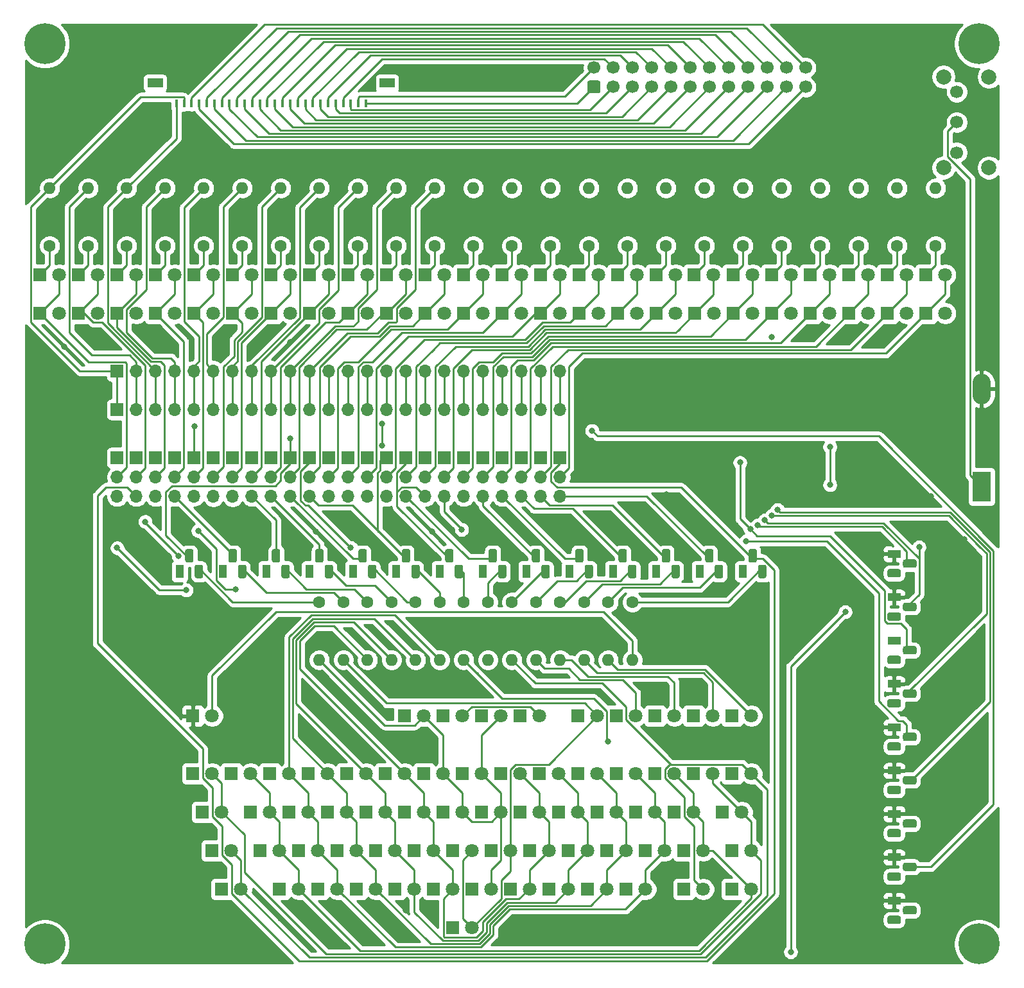
<source format=gtl>
G04 #@! TF.GenerationSoftware,KiCad,Pcbnew,(5.1.10)-1*
G04 #@! TF.CreationDate,2021-11-09T17:57:51-08:00*
G04 #@! TF.ProjectId,AtariKeyboardTester,41746172-694b-4657-9962-6f6172645465,A*
G04 #@! TF.SameCoordinates,Original*
G04 #@! TF.FileFunction,Copper,L1,Top*
G04 #@! TF.FilePolarity,Positive*
%FSLAX46Y46*%
G04 Gerber Fmt 4.6, Leading zero omitted, Abs format (unit mm)*
G04 Created by KiCad (PCBNEW (5.1.10)-1) date 2021-11-09 17:57:51*
%MOMM*%
%LPD*%
G01*
G04 APERTURE LIST*
G04 #@! TA.AperFunction,ComponentPad*
%ADD10C,1.800000*%
G04 #@! TD*
G04 #@! TA.AperFunction,ComponentPad*
%ADD11R,1.800000X1.800000*%
G04 #@! TD*
G04 #@! TA.AperFunction,ComponentPad*
%ADD12O,2.410000X4.020000*%
G04 #@! TD*
G04 #@! TA.AperFunction,ComponentPad*
%ADD13R,2.410000X4.020000*%
G04 #@! TD*
G04 #@! TA.AperFunction,ComponentPad*
%ADD14C,1.700000*%
G04 #@! TD*
G04 #@! TA.AperFunction,ComponentPad*
%ADD15C,2.000000*%
G04 #@! TD*
G04 #@! TA.AperFunction,ComponentPad*
%ADD16O,1.700000X1.700000*%
G04 #@! TD*
G04 #@! TA.AperFunction,ComponentPad*
%ADD17R,1.700000X1.700000*%
G04 #@! TD*
G04 #@! TA.AperFunction,ComponentPad*
%ADD18C,1.600000*%
G04 #@! TD*
G04 #@! TA.AperFunction,ComponentPad*
%ADD19O,1.600000X1.600000*%
G04 #@! TD*
G04 #@! TA.AperFunction,ComponentPad*
%ADD20C,5.400000*%
G04 #@! TD*
G04 #@! TA.AperFunction,ComponentPad*
%ADD21R,1.800000X1.100000*%
G04 #@! TD*
G04 #@! TA.AperFunction,ComponentPad*
%ADD22R,1.100000X1.800000*%
G04 #@! TD*
G04 #@! TA.AperFunction,SMDPad,CuDef*
%ADD23R,0.400000X1.000000*%
G04 #@! TD*
G04 #@! TA.AperFunction,SMDPad,CuDef*
%ADD24R,2.000000X1.300000*%
G04 #@! TD*
G04 #@! TA.AperFunction,ViaPad*
%ADD25C,0.800000*%
G04 #@! TD*
G04 #@! TA.AperFunction,Conductor*
%ADD26C,0.250000*%
G04 #@! TD*
G04 #@! TA.AperFunction,Conductor*
%ADD27C,0.254000*%
G04 #@! TD*
G04 #@! TA.AperFunction,Conductor*
%ADD28C,0.150000*%
G04 #@! TD*
G04 APERTURE END LIST*
D10*
X116674900Y-112786160D03*
D11*
X114134900Y-112786160D03*
D10*
X142240000Y-59690000D03*
D11*
X139700000Y-59690000D03*
D10*
X137160000Y-59690000D03*
D11*
X134620000Y-59690000D03*
D10*
X132080000Y-59690000D03*
D11*
X129540000Y-59690000D03*
D10*
X127000000Y-59690000D03*
D11*
X124460000Y-59690000D03*
D10*
X121920000Y-59690000D03*
D11*
X119380000Y-59690000D03*
D10*
X116840000Y-59690000D03*
D11*
X114300000Y-59690000D03*
D10*
X111760000Y-59690000D03*
D11*
X109220000Y-59690000D03*
D10*
X106680000Y-59690000D03*
D11*
X104140000Y-59690000D03*
D10*
X101600000Y-59690000D03*
D11*
X99060000Y-59690000D03*
D10*
X96520000Y-59690000D03*
D11*
X93980000Y-59690000D03*
D10*
X91440000Y-59690000D03*
D11*
X88900000Y-59690000D03*
D10*
X86360000Y-59690000D03*
D11*
X83820000Y-59690000D03*
D10*
X81280000Y-59690000D03*
D11*
X78740000Y-59690000D03*
D10*
X76200000Y-59690000D03*
D11*
X73660000Y-59690000D03*
D10*
X71120000Y-59690000D03*
D11*
X68580000Y-59690000D03*
D10*
X66040000Y-59690000D03*
D11*
X63500000Y-59690000D03*
D10*
X60960000Y-59690000D03*
D11*
X58420000Y-59690000D03*
D10*
X55880000Y-59690000D03*
D11*
X53340000Y-59690000D03*
D10*
X50800000Y-59690000D03*
D11*
X48260000Y-59690000D03*
D10*
X45720000Y-59690000D03*
D11*
X43180000Y-59690000D03*
D10*
X40640000Y-59690000D03*
D11*
X38100000Y-59690000D03*
D10*
X35560000Y-59690000D03*
D11*
X33020000Y-59690000D03*
D10*
X30480000Y-59690000D03*
D11*
X27940000Y-59690000D03*
D10*
X25400000Y-59690000D03*
D11*
X22860000Y-59690000D03*
D10*
X142240000Y-54610000D03*
D11*
X139700000Y-54610000D03*
D10*
X137160000Y-54610000D03*
D11*
X134620000Y-54610000D03*
D10*
X132080000Y-54610000D03*
D11*
X129540000Y-54610000D03*
D10*
X127000000Y-54610000D03*
D11*
X124460000Y-54610000D03*
D10*
X121920000Y-54610000D03*
D11*
X119380000Y-54610000D03*
D10*
X116840000Y-54610000D03*
D11*
X114300000Y-54610000D03*
D10*
X111680000Y-54610000D03*
D11*
X109140000Y-54610000D03*
D10*
X106680000Y-54610000D03*
D11*
X104140000Y-54610000D03*
D10*
X101600000Y-54610000D03*
D11*
X99060000Y-54610000D03*
D10*
X96520000Y-54610000D03*
D11*
X93980000Y-54610000D03*
D10*
X91440000Y-54610000D03*
D11*
X88900000Y-54610000D03*
D10*
X86360000Y-54610000D03*
D11*
X83820000Y-54610000D03*
D10*
X81280000Y-54610000D03*
D11*
X78740000Y-54610000D03*
D10*
X76200000Y-54610000D03*
D11*
X73660000Y-54610000D03*
D10*
X71120000Y-54610000D03*
D11*
X68580000Y-54610000D03*
D10*
X66040000Y-54610000D03*
D11*
X63500000Y-54610000D03*
D10*
X60960000Y-54610000D03*
D11*
X58420000Y-54610000D03*
D10*
X55880000Y-54610000D03*
D11*
X53340000Y-54610000D03*
D10*
X50800000Y-54610000D03*
D11*
X48260000Y-54610000D03*
D10*
X45720000Y-54610000D03*
D11*
X43180000Y-54610000D03*
D10*
X40640000Y-54610000D03*
D11*
X38100000Y-54610000D03*
D10*
X35560000Y-54610000D03*
D11*
X33020000Y-54610000D03*
D10*
X30480000Y-54610000D03*
D11*
X27940000Y-54610000D03*
D10*
X25400000Y-54610000D03*
D11*
X22860000Y-54610000D03*
D10*
X116674900Y-120406160D03*
D11*
X114134900Y-120406160D03*
D10*
X111594900Y-112786160D03*
D11*
X109054900Y-112786160D03*
D10*
X116674900Y-135646160D03*
D11*
X114134900Y-135646160D03*
D10*
X116674900Y-130566160D03*
D11*
X114134900Y-130566160D03*
D10*
X115404900Y-125486160D03*
D11*
X112864900Y-125486160D03*
D10*
X111594900Y-120406160D03*
D11*
X109054900Y-120406160D03*
D10*
X110324900Y-130566160D03*
D11*
X107784900Y-130566160D03*
D10*
X110324900Y-135646160D03*
D11*
X107784900Y-135646160D03*
D10*
X109054900Y-125486160D03*
D11*
X106514900Y-125486160D03*
D10*
X106514900Y-112786160D03*
D11*
X103974900Y-112786160D03*
D10*
X106514900Y-120406160D03*
D11*
X103974900Y-120406160D03*
D10*
X105244900Y-130566160D03*
D11*
X102704900Y-130566160D03*
D10*
X103974900Y-125486160D03*
D11*
X101434900Y-125486160D03*
D10*
X102704900Y-135646160D03*
D11*
X100164900Y-135646160D03*
D10*
X101434900Y-120406160D03*
D11*
X98894900Y-120406160D03*
D10*
X101434900Y-112786160D03*
D11*
X98894900Y-112786160D03*
D10*
X100164900Y-130566160D03*
D11*
X97624900Y-130566160D03*
D10*
X98894900Y-125486160D03*
D11*
X96354900Y-125486160D03*
D10*
X97624900Y-135646160D03*
D11*
X95084900Y-135646160D03*
D10*
X96354900Y-120406160D03*
D11*
X93814900Y-120406160D03*
D10*
X95084900Y-130566160D03*
D11*
X92544900Y-130566160D03*
D10*
X93814900Y-125486160D03*
D11*
X91274900Y-125486160D03*
D10*
X96354900Y-112786160D03*
D11*
X93814900Y-112786160D03*
D10*
X92544900Y-135646160D03*
D11*
X90004900Y-135646160D03*
D10*
X91274900Y-120406160D03*
D11*
X88734900Y-120406160D03*
D10*
X90004900Y-130566160D03*
D11*
X87464900Y-130566160D03*
D10*
X88734900Y-125486160D03*
D11*
X86194900Y-125486160D03*
D10*
X87464900Y-135646160D03*
D11*
X84924900Y-135646160D03*
D10*
X86194900Y-120406160D03*
D11*
X83654900Y-120406160D03*
D10*
X88734900Y-112786160D03*
D11*
X86194900Y-112786160D03*
D10*
X84924900Y-130566160D03*
D11*
X82384900Y-130566160D03*
D10*
X83654900Y-125486160D03*
D11*
X81114900Y-125486160D03*
D10*
X82384900Y-135646160D03*
D11*
X79844900Y-135646160D03*
D10*
X79844900Y-140726160D03*
D11*
X77304900Y-140726160D03*
D10*
X81114900Y-120406160D03*
D11*
X78574900Y-120406160D03*
D10*
X79844900Y-130566160D03*
D11*
X77304900Y-130566160D03*
D10*
X78574900Y-125486160D03*
D11*
X76034900Y-125486160D03*
D10*
X83654900Y-112786160D03*
D11*
X81114900Y-112786160D03*
D10*
X77304900Y-135646160D03*
D11*
X74764900Y-135646160D03*
D10*
X76034900Y-120406160D03*
D11*
X73494900Y-120406160D03*
D10*
X74764900Y-130566160D03*
D11*
X72224900Y-130566160D03*
D10*
X73494900Y-125486160D03*
D11*
X70954900Y-125486160D03*
D10*
X72224900Y-135646160D03*
D11*
X69684900Y-135646160D03*
D10*
X70954900Y-120406160D03*
D11*
X68414900Y-120406160D03*
D10*
X78574900Y-112786160D03*
D11*
X76034900Y-112786160D03*
D10*
X69684900Y-130566160D03*
D11*
X67144900Y-130566160D03*
D10*
X68414900Y-125486160D03*
D11*
X65874900Y-125486160D03*
D10*
X67144900Y-135646160D03*
D11*
X64604900Y-135646160D03*
D10*
X65874900Y-120406160D03*
D11*
X63334900Y-120406160D03*
D10*
X64604900Y-130566160D03*
D11*
X62064900Y-130566160D03*
D10*
X63334900Y-125486160D03*
D11*
X60794900Y-125486160D03*
D10*
X73494900Y-112786160D03*
D11*
X70954900Y-112786160D03*
D10*
X62064900Y-135646160D03*
D11*
X59524900Y-135646160D03*
D10*
X60794900Y-120406160D03*
D11*
X58254900Y-120406160D03*
D10*
X59524900Y-130566160D03*
D11*
X56984900Y-130566160D03*
D10*
X58254900Y-125486160D03*
D11*
X55714900Y-125486160D03*
D10*
X56984900Y-135646160D03*
D11*
X54444900Y-135646160D03*
D10*
X55714900Y-120406160D03*
D11*
X53174900Y-120406160D03*
D10*
X54444900Y-130566160D03*
D11*
X51904900Y-130566160D03*
D10*
X53174900Y-125486160D03*
D11*
X50634900Y-125486160D03*
D10*
X50634900Y-120406160D03*
D11*
X48094900Y-120406160D03*
D10*
X49364900Y-135646160D03*
D11*
X46824900Y-135646160D03*
D10*
X48094900Y-130566160D03*
D11*
X45554900Y-130566160D03*
D10*
X46824900Y-125486160D03*
D11*
X44284900Y-125486160D03*
D10*
X45554900Y-120406160D03*
D11*
X43014900Y-120406160D03*
D10*
X45554900Y-112786160D03*
D11*
X43014900Y-112786160D03*
D12*
X147030000Y-69680000D03*
D13*
X147030000Y-82560000D03*
D14*
X143750000Y-30500000D03*
X143750000Y-34500000D03*
X143750000Y-38500000D03*
D15*
X148000000Y-40500000D03*
X148000000Y-28500000D03*
X142000000Y-28500000D03*
X142000000Y-40500000D03*
D16*
X33020000Y-83820000D03*
X33020000Y-81280000D03*
D17*
X33020000Y-78740000D03*
D16*
X35560000Y-83820000D03*
X35560000Y-81280000D03*
D17*
X35560000Y-78740000D03*
D16*
X38100000Y-83820000D03*
X38100000Y-81280000D03*
D17*
X38100000Y-78740000D03*
D16*
X40640000Y-83820000D03*
X40640000Y-81280000D03*
D17*
X40640000Y-78740000D03*
D16*
X43180000Y-83790000D03*
X43180000Y-81250000D03*
D17*
X43180000Y-78710000D03*
D16*
X45720000Y-83850000D03*
X45720000Y-81310000D03*
D17*
X45720000Y-78770000D03*
D16*
X48260000Y-83850000D03*
X48260000Y-81310000D03*
D17*
X48260000Y-78770000D03*
D16*
X50800000Y-83820000D03*
X50800000Y-81280000D03*
D17*
X50800000Y-78740000D03*
D16*
X53340000Y-83820000D03*
X53340000Y-81280000D03*
D17*
X53340000Y-78740000D03*
D16*
X55880000Y-83820000D03*
X55880000Y-81280000D03*
D17*
X55880000Y-78740000D03*
D16*
X58420000Y-83820000D03*
X58420000Y-81280000D03*
D17*
X58420000Y-78740000D03*
D16*
X60960000Y-83820000D03*
X60960000Y-81280000D03*
D17*
X60960000Y-78740000D03*
D16*
X63500000Y-83820000D03*
X63500000Y-81280000D03*
D17*
X63500000Y-78740000D03*
D16*
X66040000Y-83820000D03*
X66040000Y-81280000D03*
D17*
X66040000Y-78740000D03*
D16*
X68580000Y-83820000D03*
X68580000Y-81280000D03*
D17*
X68580000Y-78740000D03*
D16*
X71120000Y-83820000D03*
X71120000Y-81280000D03*
D17*
X71120000Y-78740000D03*
D16*
X73660000Y-83820000D03*
X73660000Y-81280000D03*
D17*
X73660000Y-78740000D03*
D16*
X76200000Y-83820000D03*
X76200000Y-81280000D03*
D17*
X76200000Y-78740000D03*
D16*
X78740000Y-83820000D03*
X78740000Y-81280000D03*
D17*
X78740000Y-78740000D03*
D16*
X81280000Y-83820000D03*
X81280000Y-81280000D03*
D17*
X81280000Y-78740000D03*
D16*
X83820000Y-83820000D03*
X83820000Y-81280000D03*
D17*
X83820000Y-78740000D03*
D16*
X86360000Y-83820000D03*
X86360000Y-81280000D03*
D17*
X86360000Y-78740000D03*
D16*
X88900000Y-83820000D03*
X88900000Y-81280000D03*
D17*
X88900000Y-78740000D03*
D16*
X91440000Y-83820000D03*
X91440000Y-81280000D03*
D17*
X91440000Y-78740000D03*
D18*
X24130000Y-50800000D03*
D19*
X24130000Y-43180000D03*
D18*
X29210000Y-50800000D03*
D19*
X29210000Y-43180000D03*
D18*
X34290000Y-50800000D03*
D19*
X34290000Y-43180000D03*
D18*
X39370000Y-50800000D03*
D19*
X39370000Y-43180000D03*
D18*
X44450000Y-50800000D03*
D19*
X44450000Y-43180000D03*
D18*
X49530000Y-50800000D03*
D19*
X49530000Y-43180000D03*
D18*
X54610000Y-50800000D03*
D19*
X54610000Y-43180000D03*
D18*
X59690000Y-50800000D03*
D19*
X59690000Y-43180000D03*
D18*
X64770000Y-50800000D03*
D19*
X64770000Y-43180000D03*
D18*
X69850000Y-50800000D03*
D19*
X69850000Y-43180000D03*
D18*
X74930000Y-50800000D03*
D19*
X74930000Y-43180000D03*
D18*
X80010000Y-50800000D03*
D19*
X80010000Y-43180000D03*
D18*
X85090000Y-50800000D03*
D19*
X85090000Y-43180000D03*
D18*
X90170000Y-50800000D03*
D19*
X90170000Y-43180000D03*
D18*
X95250000Y-50800000D03*
D19*
X95250000Y-43180000D03*
D18*
X100330000Y-50800000D03*
D19*
X100330000Y-43180000D03*
D18*
X105410000Y-50800000D03*
D19*
X105410000Y-43180000D03*
D18*
X110490000Y-50800000D03*
D19*
X110490000Y-43180000D03*
D18*
X115570000Y-50800000D03*
D19*
X115570000Y-43180000D03*
D18*
X120650000Y-50800000D03*
D19*
X120650000Y-43180000D03*
D18*
X125730000Y-50800000D03*
D19*
X125730000Y-43180000D03*
D18*
X130810000Y-50800000D03*
D19*
X130810000Y-43180000D03*
D18*
X135890000Y-50800000D03*
D19*
X135890000Y-43180000D03*
D18*
X140970000Y-50800000D03*
D19*
X140970000Y-43180000D03*
D18*
X59690000Y-97790000D03*
D19*
X59690000Y-105410000D03*
D18*
X62865000Y-97790000D03*
D19*
X62865000Y-105410000D03*
D18*
X66040000Y-97790000D03*
D19*
X66040000Y-105410000D03*
D18*
X69215000Y-97790000D03*
D19*
X69215000Y-105410000D03*
D18*
X72390000Y-97790000D03*
D19*
X72390000Y-105410000D03*
D18*
X75565000Y-97790000D03*
D19*
X75565000Y-105410000D03*
D18*
X78740000Y-97790000D03*
D19*
X78740000Y-105410000D03*
D18*
X81915000Y-97790000D03*
D19*
X81915000Y-105410000D03*
D18*
X85090000Y-97790000D03*
D19*
X85090000Y-105410000D03*
D18*
X88265000Y-97790000D03*
D19*
X88265000Y-105410000D03*
D18*
X91440000Y-97790000D03*
D19*
X91440000Y-105410000D03*
D18*
X94615000Y-97790000D03*
D19*
X94615000Y-105410000D03*
D18*
X97790000Y-97790000D03*
D19*
X97790000Y-105410000D03*
D18*
X100965000Y-97790000D03*
D19*
X100965000Y-105410000D03*
D20*
X146685000Y-24130000D03*
X146685000Y-142875000D03*
X23495000Y-142875000D03*
X23495000Y-24130000D03*
D21*
X135490000Y-137160000D03*
G04 #@! TA.AperFunction,ComponentPad*
G36*
G01*
X134865000Y-139150000D02*
X136115000Y-139150000D01*
G75*
G02*
X136390000Y-139425000I0J-275000D01*
G01*
X136390000Y-139975000D01*
G75*
G02*
X136115000Y-140250000I-275000J0D01*
G01*
X134865000Y-140250000D01*
G75*
G02*
X134590000Y-139975000I0J275000D01*
G01*
X134590000Y-139425000D01*
G75*
G02*
X134865000Y-139150000I275000J0D01*
G01*
G37*
G04 #@! TD.AperFunction*
G04 #@! TA.AperFunction,ComponentPad*
G36*
G01*
X136935000Y-137880000D02*
X138185000Y-137880000D01*
G75*
G02*
X138460000Y-138155000I0J-275000D01*
G01*
X138460000Y-138705000D01*
G75*
G02*
X138185000Y-138980000I-275000J0D01*
G01*
X136935000Y-138980000D01*
G75*
G02*
X136660000Y-138705000I0J275000D01*
G01*
X136660000Y-138155000D01*
G75*
G02*
X136935000Y-137880000I275000J0D01*
G01*
G37*
G04 #@! TD.AperFunction*
X135490000Y-131445000D03*
G04 #@! TA.AperFunction,ComponentPad*
G36*
G01*
X134865000Y-133435000D02*
X136115000Y-133435000D01*
G75*
G02*
X136390000Y-133710000I0J-275000D01*
G01*
X136390000Y-134260000D01*
G75*
G02*
X136115000Y-134535000I-275000J0D01*
G01*
X134865000Y-134535000D01*
G75*
G02*
X134590000Y-134260000I0J275000D01*
G01*
X134590000Y-133710000D01*
G75*
G02*
X134865000Y-133435000I275000J0D01*
G01*
G37*
G04 #@! TD.AperFunction*
G04 #@! TA.AperFunction,ComponentPad*
G36*
G01*
X136935000Y-132165000D02*
X138185000Y-132165000D01*
G75*
G02*
X138460000Y-132440000I0J-275000D01*
G01*
X138460000Y-132990000D01*
G75*
G02*
X138185000Y-133265000I-275000J0D01*
G01*
X136935000Y-133265000D01*
G75*
G02*
X136660000Y-132990000I0J275000D01*
G01*
X136660000Y-132440000D01*
G75*
G02*
X136935000Y-132165000I275000J0D01*
G01*
G37*
G04 #@! TD.AperFunction*
X135490000Y-125730000D03*
G04 #@! TA.AperFunction,ComponentPad*
G36*
G01*
X134865000Y-127720000D02*
X136115000Y-127720000D01*
G75*
G02*
X136390000Y-127995000I0J-275000D01*
G01*
X136390000Y-128545000D01*
G75*
G02*
X136115000Y-128820000I-275000J0D01*
G01*
X134865000Y-128820000D01*
G75*
G02*
X134590000Y-128545000I0J275000D01*
G01*
X134590000Y-127995000D01*
G75*
G02*
X134865000Y-127720000I275000J0D01*
G01*
G37*
G04 #@! TD.AperFunction*
G04 #@! TA.AperFunction,ComponentPad*
G36*
G01*
X136935000Y-126450000D02*
X138185000Y-126450000D01*
G75*
G02*
X138460000Y-126725000I0J-275000D01*
G01*
X138460000Y-127275000D01*
G75*
G02*
X138185000Y-127550000I-275000J0D01*
G01*
X136935000Y-127550000D01*
G75*
G02*
X136660000Y-127275000I0J275000D01*
G01*
X136660000Y-126725000D01*
G75*
G02*
X136935000Y-126450000I275000J0D01*
G01*
G37*
G04 #@! TD.AperFunction*
X135490000Y-120015000D03*
G04 #@! TA.AperFunction,ComponentPad*
G36*
G01*
X134865000Y-122005000D02*
X136115000Y-122005000D01*
G75*
G02*
X136390000Y-122280000I0J-275000D01*
G01*
X136390000Y-122830000D01*
G75*
G02*
X136115000Y-123105000I-275000J0D01*
G01*
X134865000Y-123105000D01*
G75*
G02*
X134590000Y-122830000I0J275000D01*
G01*
X134590000Y-122280000D01*
G75*
G02*
X134865000Y-122005000I275000J0D01*
G01*
G37*
G04 #@! TD.AperFunction*
G04 #@! TA.AperFunction,ComponentPad*
G36*
G01*
X136935000Y-120735000D02*
X138185000Y-120735000D01*
G75*
G02*
X138460000Y-121010000I0J-275000D01*
G01*
X138460000Y-121560000D01*
G75*
G02*
X138185000Y-121835000I-275000J0D01*
G01*
X136935000Y-121835000D01*
G75*
G02*
X136660000Y-121560000I0J275000D01*
G01*
X136660000Y-121010000D01*
G75*
G02*
X136935000Y-120735000I275000J0D01*
G01*
G37*
G04 #@! TD.AperFunction*
X135490000Y-114300000D03*
G04 #@! TA.AperFunction,ComponentPad*
G36*
G01*
X134865000Y-116290000D02*
X136115000Y-116290000D01*
G75*
G02*
X136390000Y-116565000I0J-275000D01*
G01*
X136390000Y-117115000D01*
G75*
G02*
X136115000Y-117390000I-275000J0D01*
G01*
X134865000Y-117390000D01*
G75*
G02*
X134590000Y-117115000I0J275000D01*
G01*
X134590000Y-116565000D01*
G75*
G02*
X134865000Y-116290000I275000J0D01*
G01*
G37*
G04 #@! TD.AperFunction*
G04 #@! TA.AperFunction,ComponentPad*
G36*
G01*
X136935000Y-115020000D02*
X138185000Y-115020000D01*
G75*
G02*
X138460000Y-115295000I0J-275000D01*
G01*
X138460000Y-115845000D01*
G75*
G02*
X138185000Y-116120000I-275000J0D01*
G01*
X136935000Y-116120000D01*
G75*
G02*
X136660000Y-115845000I0J275000D01*
G01*
X136660000Y-115295000D01*
G75*
G02*
X136935000Y-115020000I275000J0D01*
G01*
G37*
G04 #@! TD.AperFunction*
X135490000Y-108585000D03*
G04 #@! TA.AperFunction,ComponentPad*
G36*
G01*
X134865000Y-110575000D02*
X136115000Y-110575000D01*
G75*
G02*
X136390000Y-110850000I0J-275000D01*
G01*
X136390000Y-111400000D01*
G75*
G02*
X136115000Y-111675000I-275000J0D01*
G01*
X134865000Y-111675000D01*
G75*
G02*
X134590000Y-111400000I0J275000D01*
G01*
X134590000Y-110850000D01*
G75*
G02*
X134865000Y-110575000I275000J0D01*
G01*
G37*
G04 #@! TD.AperFunction*
G04 #@! TA.AperFunction,ComponentPad*
G36*
G01*
X136935000Y-109305000D02*
X138185000Y-109305000D01*
G75*
G02*
X138460000Y-109580000I0J-275000D01*
G01*
X138460000Y-110130000D01*
G75*
G02*
X138185000Y-110405000I-275000J0D01*
G01*
X136935000Y-110405000D01*
G75*
G02*
X136660000Y-110130000I0J275000D01*
G01*
X136660000Y-109580000D01*
G75*
G02*
X136935000Y-109305000I275000J0D01*
G01*
G37*
G04 #@! TD.AperFunction*
X135490000Y-102870000D03*
G04 #@! TA.AperFunction,ComponentPad*
G36*
G01*
X134865000Y-104860000D02*
X136115000Y-104860000D01*
G75*
G02*
X136390000Y-105135000I0J-275000D01*
G01*
X136390000Y-105685000D01*
G75*
G02*
X136115000Y-105960000I-275000J0D01*
G01*
X134865000Y-105960000D01*
G75*
G02*
X134590000Y-105685000I0J275000D01*
G01*
X134590000Y-105135000D01*
G75*
G02*
X134865000Y-104860000I275000J0D01*
G01*
G37*
G04 #@! TD.AperFunction*
G04 #@! TA.AperFunction,ComponentPad*
G36*
G01*
X136935000Y-103590000D02*
X138185000Y-103590000D01*
G75*
G02*
X138460000Y-103865000I0J-275000D01*
G01*
X138460000Y-104415000D01*
G75*
G02*
X138185000Y-104690000I-275000J0D01*
G01*
X136935000Y-104690000D01*
G75*
G02*
X136660000Y-104415000I0J275000D01*
G01*
X136660000Y-103865000D01*
G75*
G02*
X136935000Y-103590000I275000J0D01*
G01*
G37*
G04 #@! TD.AperFunction*
X135490000Y-97155000D03*
G04 #@! TA.AperFunction,ComponentPad*
G36*
G01*
X134865000Y-99145000D02*
X136115000Y-99145000D01*
G75*
G02*
X136390000Y-99420000I0J-275000D01*
G01*
X136390000Y-99970000D01*
G75*
G02*
X136115000Y-100245000I-275000J0D01*
G01*
X134865000Y-100245000D01*
G75*
G02*
X134590000Y-99970000I0J275000D01*
G01*
X134590000Y-99420000D01*
G75*
G02*
X134865000Y-99145000I275000J0D01*
G01*
G37*
G04 #@! TD.AperFunction*
G04 #@! TA.AperFunction,ComponentPad*
G36*
G01*
X136935000Y-97875000D02*
X138185000Y-97875000D01*
G75*
G02*
X138460000Y-98150000I0J-275000D01*
G01*
X138460000Y-98700000D01*
G75*
G02*
X138185000Y-98975000I-275000J0D01*
G01*
X136935000Y-98975000D01*
G75*
G02*
X136660000Y-98700000I0J275000D01*
G01*
X136660000Y-98150000D01*
G75*
G02*
X136935000Y-97875000I275000J0D01*
G01*
G37*
G04 #@! TD.AperFunction*
X135490000Y-91440000D03*
G04 #@! TA.AperFunction,ComponentPad*
G36*
G01*
X134865000Y-93430000D02*
X136115000Y-93430000D01*
G75*
G02*
X136390000Y-93705000I0J-275000D01*
G01*
X136390000Y-94255000D01*
G75*
G02*
X136115000Y-94530000I-275000J0D01*
G01*
X134865000Y-94530000D01*
G75*
G02*
X134590000Y-94255000I0J275000D01*
G01*
X134590000Y-93705000D01*
G75*
G02*
X134865000Y-93430000I275000J0D01*
G01*
G37*
G04 #@! TD.AperFunction*
G04 #@! TA.AperFunction,ComponentPad*
G36*
G01*
X136935000Y-92160000D02*
X138185000Y-92160000D01*
G75*
G02*
X138460000Y-92435000I0J-275000D01*
G01*
X138460000Y-92985000D01*
G75*
G02*
X138185000Y-93260000I-275000J0D01*
G01*
X136935000Y-93260000D01*
G75*
G02*
X136660000Y-92985000I0J275000D01*
G01*
X136660000Y-92435000D01*
G75*
G02*
X136935000Y-92160000I275000J0D01*
G01*
G37*
G04 #@! TD.AperFunction*
D22*
X115570000Y-93745000D03*
G04 #@! TA.AperFunction,ComponentPad*
G36*
G01*
X117560000Y-94370000D02*
X117560000Y-93120000D01*
G75*
G02*
X117835000Y-92845000I275000J0D01*
G01*
X118385000Y-92845000D01*
G75*
G02*
X118660000Y-93120000I0J-275000D01*
G01*
X118660000Y-94370000D01*
G75*
G02*
X118385000Y-94645000I-275000J0D01*
G01*
X117835000Y-94645000D01*
G75*
G02*
X117560000Y-94370000I0J275000D01*
G01*
G37*
G04 #@! TD.AperFunction*
G04 #@! TA.AperFunction,ComponentPad*
G36*
G01*
X116290000Y-92300000D02*
X116290000Y-91050000D01*
G75*
G02*
X116565000Y-90775000I275000J0D01*
G01*
X117115000Y-90775000D01*
G75*
G02*
X117390000Y-91050000I0J-275000D01*
G01*
X117390000Y-92300000D01*
G75*
G02*
X117115000Y-92575000I-275000J0D01*
G01*
X116565000Y-92575000D01*
G75*
G02*
X116290000Y-92300000I0J275000D01*
G01*
G37*
G04 #@! TD.AperFunction*
X109855000Y-93745000D03*
G04 #@! TA.AperFunction,ComponentPad*
G36*
G01*
X111845000Y-94370000D02*
X111845000Y-93120000D01*
G75*
G02*
X112120000Y-92845000I275000J0D01*
G01*
X112670000Y-92845000D01*
G75*
G02*
X112945000Y-93120000I0J-275000D01*
G01*
X112945000Y-94370000D01*
G75*
G02*
X112670000Y-94645000I-275000J0D01*
G01*
X112120000Y-94645000D01*
G75*
G02*
X111845000Y-94370000I0J275000D01*
G01*
G37*
G04 #@! TD.AperFunction*
G04 #@! TA.AperFunction,ComponentPad*
G36*
G01*
X110575000Y-92300000D02*
X110575000Y-91050000D01*
G75*
G02*
X110850000Y-90775000I275000J0D01*
G01*
X111400000Y-90775000D01*
G75*
G02*
X111675000Y-91050000I0J-275000D01*
G01*
X111675000Y-92300000D01*
G75*
G02*
X111400000Y-92575000I-275000J0D01*
G01*
X110850000Y-92575000D01*
G75*
G02*
X110575000Y-92300000I0J275000D01*
G01*
G37*
G04 #@! TD.AperFunction*
X104140000Y-93745000D03*
G04 #@! TA.AperFunction,ComponentPad*
G36*
G01*
X106130000Y-94370000D02*
X106130000Y-93120000D01*
G75*
G02*
X106405000Y-92845000I275000J0D01*
G01*
X106955000Y-92845000D01*
G75*
G02*
X107230000Y-93120000I0J-275000D01*
G01*
X107230000Y-94370000D01*
G75*
G02*
X106955000Y-94645000I-275000J0D01*
G01*
X106405000Y-94645000D01*
G75*
G02*
X106130000Y-94370000I0J275000D01*
G01*
G37*
G04 #@! TD.AperFunction*
G04 #@! TA.AperFunction,ComponentPad*
G36*
G01*
X104860000Y-92300000D02*
X104860000Y-91050000D01*
G75*
G02*
X105135000Y-90775000I275000J0D01*
G01*
X105685000Y-90775000D01*
G75*
G02*
X105960000Y-91050000I0J-275000D01*
G01*
X105960000Y-92300000D01*
G75*
G02*
X105685000Y-92575000I-275000J0D01*
G01*
X105135000Y-92575000D01*
G75*
G02*
X104860000Y-92300000I0J275000D01*
G01*
G37*
G04 #@! TD.AperFunction*
X98425000Y-93745000D03*
G04 #@! TA.AperFunction,ComponentPad*
G36*
G01*
X100415000Y-94370000D02*
X100415000Y-93120000D01*
G75*
G02*
X100690000Y-92845000I275000J0D01*
G01*
X101240000Y-92845000D01*
G75*
G02*
X101515000Y-93120000I0J-275000D01*
G01*
X101515000Y-94370000D01*
G75*
G02*
X101240000Y-94645000I-275000J0D01*
G01*
X100690000Y-94645000D01*
G75*
G02*
X100415000Y-94370000I0J275000D01*
G01*
G37*
G04 #@! TD.AperFunction*
G04 #@! TA.AperFunction,ComponentPad*
G36*
G01*
X99145000Y-92300000D02*
X99145000Y-91050000D01*
G75*
G02*
X99420000Y-90775000I275000J0D01*
G01*
X99970000Y-90775000D01*
G75*
G02*
X100245000Y-91050000I0J-275000D01*
G01*
X100245000Y-92300000D01*
G75*
G02*
X99970000Y-92575000I-275000J0D01*
G01*
X99420000Y-92575000D01*
G75*
G02*
X99145000Y-92300000I0J275000D01*
G01*
G37*
G04 #@! TD.AperFunction*
X92710000Y-93745000D03*
G04 #@! TA.AperFunction,ComponentPad*
G36*
G01*
X94700000Y-94370000D02*
X94700000Y-93120000D01*
G75*
G02*
X94975000Y-92845000I275000J0D01*
G01*
X95525000Y-92845000D01*
G75*
G02*
X95800000Y-93120000I0J-275000D01*
G01*
X95800000Y-94370000D01*
G75*
G02*
X95525000Y-94645000I-275000J0D01*
G01*
X94975000Y-94645000D01*
G75*
G02*
X94700000Y-94370000I0J275000D01*
G01*
G37*
G04 #@! TD.AperFunction*
G04 #@! TA.AperFunction,ComponentPad*
G36*
G01*
X93430000Y-92300000D02*
X93430000Y-91050000D01*
G75*
G02*
X93705000Y-90775000I275000J0D01*
G01*
X94255000Y-90775000D01*
G75*
G02*
X94530000Y-91050000I0J-275000D01*
G01*
X94530000Y-92300000D01*
G75*
G02*
X94255000Y-92575000I-275000J0D01*
G01*
X93705000Y-92575000D01*
G75*
G02*
X93430000Y-92300000I0J275000D01*
G01*
G37*
G04 #@! TD.AperFunction*
X86995000Y-93745000D03*
G04 #@! TA.AperFunction,ComponentPad*
G36*
G01*
X88985000Y-94370000D02*
X88985000Y-93120000D01*
G75*
G02*
X89260000Y-92845000I275000J0D01*
G01*
X89810000Y-92845000D01*
G75*
G02*
X90085000Y-93120000I0J-275000D01*
G01*
X90085000Y-94370000D01*
G75*
G02*
X89810000Y-94645000I-275000J0D01*
G01*
X89260000Y-94645000D01*
G75*
G02*
X88985000Y-94370000I0J275000D01*
G01*
G37*
G04 #@! TD.AperFunction*
G04 #@! TA.AperFunction,ComponentPad*
G36*
G01*
X87715000Y-92300000D02*
X87715000Y-91050000D01*
G75*
G02*
X87990000Y-90775000I275000J0D01*
G01*
X88540000Y-90775000D01*
G75*
G02*
X88815000Y-91050000I0J-275000D01*
G01*
X88815000Y-92300000D01*
G75*
G02*
X88540000Y-92575000I-275000J0D01*
G01*
X87990000Y-92575000D01*
G75*
G02*
X87715000Y-92300000I0J275000D01*
G01*
G37*
G04 #@! TD.AperFunction*
X81280000Y-93745000D03*
G04 #@! TA.AperFunction,ComponentPad*
G36*
G01*
X83270000Y-94370000D02*
X83270000Y-93120000D01*
G75*
G02*
X83545000Y-92845000I275000J0D01*
G01*
X84095000Y-92845000D01*
G75*
G02*
X84370000Y-93120000I0J-275000D01*
G01*
X84370000Y-94370000D01*
G75*
G02*
X84095000Y-94645000I-275000J0D01*
G01*
X83545000Y-94645000D01*
G75*
G02*
X83270000Y-94370000I0J275000D01*
G01*
G37*
G04 #@! TD.AperFunction*
G04 #@! TA.AperFunction,ComponentPad*
G36*
G01*
X82000000Y-92300000D02*
X82000000Y-91050000D01*
G75*
G02*
X82275000Y-90775000I275000J0D01*
G01*
X82825000Y-90775000D01*
G75*
G02*
X83100000Y-91050000I0J-275000D01*
G01*
X83100000Y-92300000D01*
G75*
G02*
X82825000Y-92575000I-275000J0D01*
G01*
X82275000Y-92575000D01*
G75*
G02*
X82000000Y-92300000I0J275000D01*
G01*
G37*
G04 #@! TD.AperFunction*
X75565000Y-93745000D03*
G04 #@! TA.AperFunction,ComponentPad*
G36*
G01*
X77555000Y-94370000D02*
X77555000Y-93120000D01*
G75*
G02*
X77830000Y-92845000I275000J0D01*
G01*
X78380000Y-92845000D01*
G75*
G02*
X78655000Y-93120000I0J-275000D01*
G01*
X78655000Y-94370000D01*
G75*
G02*
X78380000Y-94645000I-275000J0D01*
G01*
X77830000Y-94645000D01*
G75*
G02*
X77555000Y-94370000I0J275000D01*
G01*
G37*
G04 #@! TD.AperFunction*
G04 #@! TA.AperFunction,ComponentPad*
G36*
G01*
X76285000Y-92300000D02*
X76285000Y-91050000D01*
G75*
G02*
X76560000Y-90775000I275000J0D01*
G01*
X77110000Y-90775000D01*
G75*
G02*
X77385000Y-91050000I0J-275000D01*
G01*
X77385000Y-92300000D01*
G75*
G02*
X77110000Y-92575000I-275000J0D01*
G01*
X76560000Y-92575000D01*
G75*
G02*
X76285000Y-92300000I0J275000D01*
G01*
G37*
G04 #@! TD.AperFunction*
X69850000Y-93745000D03*
G04 #@! TA.AperFunction,ComponentPad*
G36*
G01*
X71840000Y-94370000D02*
X71840000Y-93120000D01*
G75*
G02*
X72115000Y-92845000I275000J0D01*
G01*
X72665000Y-92845000D01*
G75*
G02*
X72940000Y-93120000I0J-275000D01*
G01*
X72940000Y-94370000D01*
G75*
G02*
X72665000Y-94645000I-275000J0D01*
G01*
X72115000Y-94645000D01*
G75*
G02*
X71840000Y-94370000I0J275000D01*
G01*
G37*
G04 #@! TD.AperFunction*
G04 #@! TA.AperFunction,ComponentPad*
G36*
G01*
X70570000Y-92300000D02*
X70570000Y-91050000D01*
G75*
G02*
X70845000Y-90775000I275000J0D01*
G01*
X71395000Y-90775000D01*
G75*
G02*
X71670000Y-91050000I0J-275000D01*
G01*
X71670000Y-92300000D01*
G75*
G02*
X71395000Y-92575000I-275000J0D01*
G01*
X70845000Y-92575000D01*
G75*
G02*
X70570000Y-92300000I0J275000D01*
G01*
G37*
G04 #@! TD.AperFunction*
X64135000Y-93745000D03*
G04 #@! TA.AperFunction,ComponentPad*
G36*
G01*
X66125000Y-94370000D02*
X66125000Y-93120000D01*
G75*
G02*
X66400000Y-92845000I275000J0D01*
G01*
X66950000Y-92845000D01*
G75*
G02*
X67225000Y-93120000I0J-275000D01*
G01*
X67225000Y-94370000D01*
G75*
G02*
X66950000Y-94645000I-275000J0D01*
G01*
X66400000Y-94645000D01*
G75*
G02*
X66125000Y-94370000I0J275000D01*
G01*
G37*
G04 #@! TD.AperFunction*
G04 #@! TA.AperFunction,ComponentPad*
G36*
G01*
X64855000Y-92300000D02*
X64855000Y-91050000D01*
G75*
G02*
X65130000Y-90775000I275000J0D01*
G01*
X65680000Y-90775000D01*
G75*
G02*
X65955000Y-91050000I0J-275000D01*
G01*
X65955000Y-92300000D01*
G75*
G02*
X65680000Y-92575000I-275000J0D01*
G01*
X65130000Y-92575000D01*
G75*
G02*
X64855000Y-92300000I0J275000D01*
G01*
G37*
G04 #@! TD.AperFunction*
X58420000Y-93745000D03*
G04 #@! TA.AperFunction,ComponentPad*
G36*
G01*
X60410000Y-94370000D02*
X60410000Y-93120000D01*
G75*
G02*
X60685000Y-92845000I275000J0D01*
G01*
X61235000Y-92845000D01*
G75*
G02*
X61510000Y-93120000I0J-275000D01*
G01*
X61510000Y-94370000D01*
G75*
G02*
X61235000Y-94645000I-275000J0D01*
G01*
X60685000Y-94645000D01*
G75*
G02*
X60410000Y-94370000I0J275000D01*
G01*
G37*
G04 #@! TD.AperFunction*
G04 #@! TA.AperFunction,ComponentPad*
G36*
G01*
X59140000Y-92300000D02*
X59140000Y-91050000D01*
G75*
G02*
X59415000Y-90775000I275000J0D01*
G01*
X59965000Y-90775000D01*
G75*
G02*
X60240000Y-91050000I0J-275000D01*
G01*
X60240000Y-92300000D01*
G75*
G02*
X59965000Y-92575000I-275000J0D01*
G01*
X59415000Y-92575000D01*
G75*
G02*
X59140000Y-92300000I0J275000D01*
G01*
G37*
G04 #@! TD.AperFunction*
X52705000Y-93745000D03*
G04 #@! TA.AperFunction,ComponentPad*
G36*
G01*
X54695000Y-94370000D02*
X54695000Y-93120000D01*
G75*
G02*
X54970000Y-92845000I275000J0D01*
G01*
X55520000Y-92845000D01*
G75*
G02*
X55795000Y-93120000I0J-275000D01*
G01*
X55795000Y-94370000D01*
G75*
G02*
X55520000Y-94645000I-275000J0D01*
G01*
X54970000Y-94645000D01*
G75*
G02*
X54695000Y-94370000I0J275000D01*
G01*
G37*
G04 #@! TD.AperFunction*
G04 #@! TA.AperFunction,ComponentPad*
G36*
G01*
X53425000Y-92300000D02*
X53425000Y-91050000D01*
G75*
G02*
X53700000Y-90775000I275000J0D01*
G01*
X54250000Y-90775000D01*
G75*
G02*
X54525000Y-91050000I0J-275000D01*
G01*
X54525000Y-92300000D01*
G75*
G02*
X54250000Y-92575000I-275000J0D01*
G01*
X53700000Y-92575000D01*
G75*
G02*
X53425000Y-92300000I0J275000D01*
G01*
G37*
G04 #@! TD.AperFunction*
X46990000Y-93745000D03*
G04 #@! TA.AperFunction,ComponentPad*
G36*
G01*
X48980000Y-94370000D02*
X48980000Y-93120000D01*
G75*
G02*
X49255000Y-92845000I275000J0D01*
G01*
X49805000Y-92845000D01*
G75*
G02*
X50080000Y-93120000I0J-275000D01*
G01*
X50080000Y-94370000D01*
G75*
G02*
X49805000Y-94645000I-275000J0D01*
G01*
X49255000Y-94645000D01*
G75*
G02*
X48980000Y-94370000I0J275000D01*
G01*
G37*
G04 #@! TD.AperFunction*
G04 #@! TA.AperFunction,ComponentPad*
G36*
G01*
X47710000Y-92300000D02*
X47710000Y-91050000D01*
G75*
G02*
X47985000Y-90775000I275000J0D01*
G01*
X48535000Y-90775000D01*
G75*
G02*
X48810000Y-91050000I0J-275000D01*
G01*
X48810000Y-92300000D01*
G75*
G02*
X48535000Y-92575000I-275000J0D01*
G01*
X47985000Y-92575000D01*
G75*
G02*
X47710000Y-92300000I0J275000D01*
G01*
G37*
G04 #@! TD.AperFunction*
X41275000Y-93745000D03*
G04 #@! TA.AperFunction,ComponentPad*
G36*
G01*
X43265000Y-94370000D02*
X43265000Y-93120000D01*
G75*
G02*
X43540000Y-92845000I275000J0D01*
G01*
X44090000Y-92845000D01*
G75*
G02*
X44365000Y-93120000I0J-275000D01*
G01*
X44365000Y-94370000D01*
G75*
G02*
X44090000Y-94645000I-275000J0D01*
G01*
X43540000Y-94645000D01*
G75*
G02*
X43265000Y-94370000I0J275000D01*
G01*
G37*
G04 #@! TD.AperFunction*
G04 #@! TA.AperFunction,ComponentPad*
G36*
G01*
X41995000Y-92300000D02*
X41995000Y-91050000D01*
G75*
G02*
X42270000Y-90775000I275000J0D01*
G01*
X42820000Y-90775000D01*
G75*
G02*
X43095000Y-91050000I0J-275000D01*
G01*
X43095000Y-92300000D01*
G75*
G02*
X42820000Y-92575000I-275000J0D01*
G01*
X42270000Y-92575000D01*
G75*
G02*
X41995000Y-92300000I0J275000D01*
G01*
G37*
G04 #@! TD.AperFunction*
D16*
X91440000Y-72390000D03*
X88900000Y-72390000D03*
X86360000Y-72390000D03*
X83820000Y-72390000D03*
X81280000Y-72390000D03*
X78740000Y-72390000D03*
X76200000Y-72390000D03*
X73660000Y-72390000D03*
X71120000Y-72390000D03*
X68580000Y-72390000D03*
X66040000Y-72390000D03*
X63500000Y-72390000D03*
X60960000Y-72390000D03*
X58420000Y-72390000D03*
X55880000Y-72390000D03*
X53340000Y-72390000D03*
X50800000Y-72390000D03*
X48260000Y-72390000D03*
X45720000Y-72390000D03*
X43180000Y-72390000D03*
X40640000Y-72390000D03*
X38100000Y-72390000D03*
X35560000Y-72390000D03*
D17*
X33020000Y-72390000D03*
D23*
X40840000Y-32025000D03*
X41840000Y-32025000D03*
X42840000Y-32025000D03*
X43840000Y-32025000D03*
X44840000Y-32025000D03*
X45840000Y-32025000D03*
X46840000Y-32025000D03*
X47840000Y-32025000D03*
X48840000Y-32025000D03*
X49840000Y-32025000D03*
X50840000Y-32025000D03*
X51840000Y-32025000D03*
X52840000Y-32025000D03*
X53840000Y-32025000D03*
X54840000Y-32025000D03*
X55840000Y-32025000D03*
X56840000Y-32025000D03*
X57840000Y-32025000D03*
X58840000Y-32025000D03*
X59840000Y-32025000D03*
X60840000Y-32025000D03*
X61840000Y-32025000D03*
X62840000Y-32025000D03*
X63840000Y-32025000D03*
X64840000Y-32025000D03*
X65840000Y-32025000D03*
D24*
X38040000Y-29325000D03*
X68640000Y-29325000D03*
D14*
X123825000Y-27305000D03*
X121285000Y-27305000D03*
X118745000Y-27305000D03*
X116205000Y-27305000D03*
X113665000Y-27305000D03*
X111125000Y-27305000D03*
X108585000Y-27305000D03*
X106045000Y-27305000D03*
X103505000Y-27305000D03*
X100965000Y-27305000D03*
X98425000Y-27305000D03*
X95885000Y-27305000D03*
X123825000Y-29845000D03*
X121285000Y-29845000D03*
X118745000Y-29845000D03*
X116205000Y-29845000D03*
X113665000Y-29845000D03*
X111125000Y-29845000D03*
X108585000Y-29845000D03*
X106045000Y-29845000D03*
X103505000Y-29845000D03*
X100965000Y-29845000D03*
X98425000Y-29845000D03*
G04 #@! TA.AperFunction,ComponentPad*
G36*
G01*
X96485000Y-30695000D02*
X95285000Y-30695000D01*
G75*
G02*
X95035000Y-30445000I0J250000D01*
G01*
X95035000Y-29245000D01*
G75*
G02*
X95285000Y-28995000I250000J0D01*
G01*
X96485000Y-28995000D01*
G75*
G02*
X96735000Y-29245000I0J-250000D01*
G01*
X96735000Y-30445000D01*
G75*
G02*
X96485000Y-30695000I-250000J0D01*
G01*
G37*
G04 #@! TD.AperFunction*
D16*
X91440000Y-67310000D03*
X88900000Y-67310000D03*
X86360000Y-67310000D03*
X83820000Y-67310000D03*
X81280000Y-67310000D03*
X78740000Y-67310000D03*
X76200000Y-67310000D03*
X73660000Y-67310000D03*
X71120000Y-67310000D03*
X68580000Y-67310000D03*
X66040000Y-67310000D03*
X63500000Y-67310000D03*
X60960000Y-67310000D03*
X58420000Y-67310000D03*
X55880000Y-67310000D03*
X53340000Y-67310000D03*
X50800000Y-67310000D03*
X48260000Y-67310000D03*
X45720000Y-67310000D03*
X43180000Y-67310000D03*
X40640000Y-67310000D03*
X38100000Y-67310000D03*
X35560000Y-67310000D03*
D17*
X33020000Y-67310000D03*
D25*
X141300000Y-79900000D03*
X112125000Y-102700000D03*
X131725000Y-102825000D03*
X130950000Y-110375000D03*
X137950000Y-46425000D03*
X130425000Y-46425000D03*
X125450000Y-46425000D03*
X120300000Y-46100000D03*
X115850000Y-46250000D03*
X110725000Y-45750000D03*
X105750000Y-45575000D03*
X101650000Y-45075000D03*
X97375000Y-44200000D03*
X92575000Y-43875000D03*
X88125000Y-42325000D03*
X84525000Y-41125000D03*
X80075000Y-40275000D03*
X75450000Y-40275000D03*
X36250000Y-101400000D03*
X39500000Y-120225000D03*
X51150000Y-116450000D03*
X110550000Y-116300000D03*
X105925000Y-116800000D03*
X102000000Y-78275000D03*
X118075000Y-82550000D03*
X99425000Y-72450000D03*
X33000000Y-87525000D03*
X128875000Y-135475000D03*
X129225000Y-123475000D03*
X116725000Y-110475000D03*
X69800000Y-46775000D03*
X74600000Y-46950000D03*
X79050000Y-47625000D03*
X83500000Y-48150000D03*
X88125000Y-48650000D03*
X92925000Y-48650000D03*
X97700000Y-48825000D03*
X102500000Y-49350000D03*
X107650000Y-49525000D03*
X112775000Y-49525000D03*
X117925000Y-50025000D03*
X50125000Y-140075000D03*
X81100000Y-28450000D03*
X38735000Y-36195000D03*
X105425000Y-83575000D03*
X73400000Y-107900000D03*
X68600000Y-139925000D03*
X63650000Y-139750000D03*
X58500000Y-140075000D03*
X54575000Y-139575000D03*
X99175000Y-140550000D03*
X110725000Y-89075000D03*
X42925000Y-129825000D03*
X120775000Y-126625000D03*
X139150000Y-62875000D03*
X105250000Y-135475000D03*
X30775000Y-63375000D03*
X51825000Y-63725000D03*
X58150000Y-109775000D03*
X58325000Y-115100000D03*
X103525000Y-109100000D03*
X109175000Y-109275000D03*
X26035000Y-93980000D03*
X28575000Y-24765000D03*
X71120000Y-138430000D03*
X73660000Y-138430000D03*
X117475000Y-123825000D03*
X133985000Y-62865000D03*
X128905000Y-62865000D03*
X123825000Y-62865000D03*
X119380000Y-62865000D03*
X26035000Y-64135000D03*
X144780000Y-89535000D03*
X37465000Y-63500000D03*
X46355000Y-64135000D03*
X42545000Y-62865000D03*
X55880000Y-63500000D03*
X140335000Y-83820000D03*
X130400000Y-89450000D03*
X105030000Y-89050000D03*
X99320000Y-89000000D03*
X92700000Y-89000000D03*
X87010000Y-88970000D03*
X81660000Y-89050000D03*
X76990000Y-88180000D03*
X48340000Y-87070000D03*
X74550000Y-88510000D03*
X70360000Y-88510000D03*
X64600000Y-88490000D03*
X59250000Y-88490000D03*
X55820000Y-88510000D03*
X44610000Y-86030000D03*
X61640000Y-86330000D03*
X73660000Y-91560000D03*
X68230000Y-91560000D03*
X61860000Y-91760000D03*
X56860000Y-91580000D03*
X51210000Y-91660000D03*
X41890000Y-87320000D03*
X44960000Y-91360000D03*
X97790000Y-116205000D03*
X117525000Y-87625000D03*
X121850000Y-143925000D03*
X129050000Y-99075000D03*
X118450000Y-86975000D03*
X138790130Y-90529870D03*
X116525000Y-88175000D03*
X115175000Y-79375000D03*
X63825000Y-90600000D03*
X119380000Y-86360000D03*
X67950000Y-77100000D03*
X67940001Y-74274990D03*
X115983075Y-89758075D03*
X43250000Y-74625000D03*
X33025000Y-90625000D03*
X43700000Y-88375000D03*
X48625000Y-96125000D03*
X42125000Y-96200000D03*
X95650000Y-75175000D03*
X41124999Y-91700000D03*
X36725000Y-87175000D03*
X78462500Y-88212500D03*
X120126717Y-85614434D03*
X55875000Y-76175000D03*
X127030000Y-77300000D03*
X127030000Y-82320000D03*
D26*
X135890000Y-91440000D02*
X133570000Y-91440000D01*
X56984900Y-133106160D02*
X54444900Y-130566160D01*
X56984900Y-135646160D02*
X56984900Y-133106160D01*
X54444900Y-126756160D02*
X53174900Y-125486160D01*
X54444900Y-130566160D02*
X54444900Y-126756160D01*
X53174900Y-122946160D02*
X50634900Y-120406160D01*
X53174900Y-125486160D02*
X53174900Y-122946160D01*
X110324900Y-126756160D02*
X109054900Y-125486160D01*
X110324900Y-130566160D02*
X110324900Y-126756160D01*
X109054900Y-122946160D02*
X106514900Y-120406160D01*
X109054900Y-125486160D02*
X109054900Y-122946160D01*
X111594900Y-130566160D02*
X110324900Y-130566160D01*
X116674900Y-135646160D02*
X111594900Y-130566160D01*
X97579901Y-115994901D02*
X97790000Y-116205000D01*
X97579901Y-112198159D02*
X97579901Y-115994901D01*
X78740000Y-105410000D02*
X80645000Y-107315000D01*
X83826629Y-110496629D02*
X95878371Y-110496629D01*
X78740000Y-105410000D02*
X83826629Y-110496629D01*
X97579901Y-112198159D02*
X95878371Y-110496629D01*
X116674900Y-136822752D02*
X116674900Y-135646160D01*
X109746453Y-143751199D02*
X116674900Y-136822752D01*
X65089939Y-143751199D02*
X109746453Y-143751199D01*
X56984900Y-135646160D02*
X65089939Y-143751199D01*
X62064900Y-133106160D02*
X59524900Y-130566160D01*
X62064900Y-135646160D02*
X62064900Y-133106160D01*
X59524900Y-126756160D02*
X58254900Y-125486160D01*
X59524900Y-130566160D02*
X59524900Y-126756160D01*
X58254900Y-122946160D02*
X55714900Y-120406160D01*
X58254900Y-125486160D02*
X58254900Y-122946160D01*
X102704900Y-133106160D02*
X105244900Y-130566160D01*
X102704900Y-135646160D02*
X102704900Y-133106160D01*
X105244900Y-126756160D02*
X103974900Y-125486160D01*
X105244900Y-130566160D02*
X105244900Y-126756160D01*
X103974900Y-122946160D02*
X101434900Y-120406160D01*
X103974900Y-125486160D02*
X103974900Y-122946160D01*
X69665010Y-99510010D02*
X75565000Y-105410000D01*
X58604990Y-99510010D02*
X69665010Y-99510010D01*
X55714900Y-102400100D02*
X58604990Y-99510010D01*
X55714900Y-120406160D02*
X55714900Y-102400100D01*
X84834200Y-138282500D02*
X100068560Y-138282500D01*
X82625030Y-140491670D02*
X84834200Y-138282500D01*
X100068560Y-138282500D02*
X102704900Y-135646160D01*
X82625030Y-141668262D02*
X82625030Y-140491670D01*
X80992102Y-143301190D02*
X82625030Y-141668262D01*
X69719930Y-143301190D02*
X80992102Y-143301190D01*
X62064900Y-135646160D02*
X69719930Y-143301190D01*
X72224900Y-133106160D02*
X69684900Y-130566160D01*
X72224900Y-135646160D02*
X72224900Y-133106160D01*
X69684900Y-126756160D02*
X68414900Y-125486160D01*
X69684900Y-130566160D02*
X69684900Y-126756160D01*
X68414900Y-122946160D02*
X65874900Y-120406160D01*
X68414900Y-125486160D02*
X68414900Y-122946160D01*
X92544900Y-133106160D02*
X95084900Y-130566160D01*
X92544900Y-135646160D02*
X92544900Y-133106160D01*
X95084900Y-126756160D02*
X93814900Y-125486160D01*
X95084900Y-130566160D02*
X95084900Y-126756160D01*
X93814900Y-122946160D02*
X91274900Y-120406160D01*
X93814900Y-125486160D02*
X93814900Y-122946160D01*
X64215030Y-100410030D02*
X69215000Y-105410000D01*
X58977790Y-100410030D02*
X64215030Y-100410030D01*
X56614920Y-102772900D02*
X58977790Y-100410030D01*
X56614920Y-111146180D02*
X56614920Y-102772900D01*
X65874900Y-120406160D02*
X56614920Y-111146180D01*
X90808580Y-137382480D02*
X92544900Y-135646160D01*
X84461400Y-137382480D02*
X90808580Y-137382480D01*
X81725010Y-140118870D02*
X84461400Y-137382480D01*
X80619302Y-142401170D02*
X81725010Y-141295462D01*
X75958499Y-142401171D02*
X80619302Y-142401170D01*
X72224900Y-138667572D02*
X75958499Y-142401171D01*
X81725010Y-141295462D02*
X81725010Y-140118870D01*
X72224900Y-135646160D02*
X72224900Y-138667572D01*
X67144900Y-133106160D02*
X64604900Y-130566160D01*
X67144900Y-135646160D02*
X67144900Y-133106160D01*
X64604900Y-126756160D02*
X63334900Y-125486160D01*
X64604900Y-130566160D02*
X64604900Y-126756160D01*
X63334900Y-122946160D02*
X60794900Y-120406160D01*
X63334900Y-125486160D02*
X63334900Y-122946160D01*
X97624900Y-133106160D02*
X100164900Y-130566160D01*
X97624900Y-135646160D02*
X97624900Y-133106160D01*
X100164900Y-126756160D02*
X98894900Y-125486160D01*
X100164900Y-130566160D02*
X100164900Y-126756160D01*
X98894900Y-122946160D02*
X96354900Y-120406160D01*
X98894900Y-125486160D02*
X98894900Y-122946160D01*
X56164910Y-115776170D02*
X60794900Y-120406160D01*
X58791390Y-99960020D02*
X56164910Y-102586500D01*
X66940020Y-99960020D02*
X58791390Y-99960020D01*
X72390000Y-105410000D02*
X66940020Y-99960020D01*
X56164910Y-102586500D02*
X56164910Y-115776170D01*
X95438570Y-137832490D02*
X97624900Y-135646160D01*
X84647800Y-137832490D02*
X95438570Y-137832490D01*
X82175020Y-140305270D02*
X84647800Y-137832490D01*
X82175020Y-141481862D02*
X82175020Y-140305270D01*
X74349920Y-142851180D02*
X80805703Y-142851179D01*
X80805703Y-142851179D02*
X82175020Y-141481862D01*
X67144900Y-135646160D02*
X74349920Y-142851180D01*
X77304900Y-133106160D02*
X74764900Y-130566160D01*
X77304900Y-135646160D02*
X77304900Y-133106160D01*
X74764900Y-126756160D02*
X73494900Y-125486160D01*
X74764900Y-130566160D02*
X74764900Y-126756160D01*
X73494900Y-122946160D02*
X70954900Y-120406160D01*
X73494900Y-125486160D02*
X73494900Y-122946160D01*
X87464900Y-133106160D02*
X90004900Y-130566160D01*
X87464900Y-135646160D02*
X87464900Y-133106160D01*
X90004900Y-126756160D02*
X88734900Y-125486160D01*
X90004900Y-130566160D02*
X90004900Y-126756160D01*
X88734900Y-122946160D02*
X86194900Y-120406160D01*
X88734900Y-125486160D02*
X88734900Y-122946160D01*
X59059230Y-100965000D02*
X57150000Y-102874230D01*
X57150000Y-106601260D02*
X70954900Y-120406160D01*
X61595000Y-100965000D02*
X59059230Y-100965000D01*
X66040000Y-105410000D02*
X61595000Y-100965000D01*
X57150000Y-106601260D02*
X57150000Y-102874230D01*
X87309902Y-135646160D02*
X87464900Y-135646160D01*
X84275000Y-136932470D02*
X86023592Y-136932470D01*
X81275000Y-139932470D02*
X84275000Y-136932470D01*
X81275000Y-141109062D02*
X81275000Y-139932470D01*
X80432901Y-141951161D02*
X81275000Y-141109062D01*
X86023592Y-136932470D02*
X87309902Y-135646160D01*
X76144899Y-141951161D02*
X80432901Y-141951161D01*
X76079899Y-141886161D02*
X76144899Y-141951161D01*
X76079899Y-136871161D02*
X76079899Y-141886161D01*
X77304900Y-135646160D02*
X76079899Y-136871161D01*
X82429899Y-126711161D02*
X83654900Y-125486160D01*
X79799901Y-126711161D02*
X82429899Y-126711161D01*
X78574900Y-125486160D02*
X79799901Y-126711161D01*
X78574900Y-122946160D02*
X76034900Y-120406160D01*
X78574900Y-125486160D02*
X78574900Y-122946160D01*
X83654900Y-122946160D02*
X81114900Y-120406160D01*
X83654900Y-125486160D02*
X83654900Y-122946160D01*
X76034900Y-115326160D02*
X73494900Y-112786160D01*
X76034900Y-120406160D02*
X76034900Y-115326160D01*
X81114900Y-115326160D02*
X83654900Y-112786160D01*
X81114900Y-120406160D02*
X81114900Y-115326160D01*
X82384900Y-133106160D02*
X83654900Y-131836160D01*
X82384900Y-135646160D02*
X82384900Y-133106160D01*
X83654900Y-131836160D02*
X83654900Y-125486160D01*
X72269899Y-114011161D02*
X73494900Y-112786160D01*
X68291161Y-114011161D02*
X72269899Y-114011161D01*
X59690000Y-105410000D02*
X68291161Y-114011161D01*
X25400000Y-57150000D02*
X22860000Y-59690000D01*
X25400000Y-54610000D02*
X25400000Y-57150000D01*
X34130001Y-66134999D02*
X34195001Y-66199999D01*
X33020000Y-81280000D02*
X34290000Y-80010000D01*
X29304999Y-66134999D02*
X22860000Y-59690000D01*
X34130001Y-66134999D02*
X29304999Y-66134999D01*
X34290000Y-66294998D02*
X34130001Y-66134999D01*
X34290000Y-80010000D02*
X34290000Y-66294998D01*
X24130000Y-53340000D02*
X22860000Y-54610000D01*
X24130000Y-50800000D02*
X24130000Y-53340000D01*
X30480000Y-57150000D02*
X27940000Y-59690000D01*
X30480000Y-54610000D02*
X30480000Y-57150000D01*
X31068296Y-60914706D02*
X36735001Y-66581411D01*
X31068001Y-60915001D02*
X31068296Y-60914706D01*
X29891999Y-60915001D02*
X31068001Y-60915001D01*
X28666998Y-59690000D02*
X29891999Y-60915001D01*
X27940000Y-59690000D02*
X28666998Y-59690000D01*
X36735001Y-80104999D02*
X36735001Y-66646510D01*
X35560000Y-81280000D02*
X36735001Y-80104999D01*
X29210000Y-53340000D02*
X27940000Y-54610000D01*
X29210000Y-50800000D02*
X29210000Y-53340000D01*
X35560000Y-57150000D02*
X33020000Y-59690000D01*
X35560000Y-54610000D02*
X35560000Y-57150000D01*
X38100000Y-81280000D02*
X39275001Y-80104999D01*
X39275001Y-66580001D02*
X38734295Y-66039295D01*
X39275001Y-80104999D02*
X39275001Y-66580001D01*
X38734295Y-66039295D02*
X37465705Y-66039295D01*
X33020000Y-61593590D02*
X33020000Y-59690000D01*
X37465705Y-66039295D02*
X33020000Y-61593590D01*
X34290000Y-53340000D02*
X33020000Y-54610000D01*
X34290000Y-50800000D02*
X34290000Y-53340000D01*
X40640000Y-57150000D02*
X38100000Y-59690000D01*
X40640000Y-54610000D02*
X40640000Y-57150000D01*
X38100000Y-59690000D02*
X41815001Y-63405001D01*
X41815001Y-80104999D02*
X41815001Y-63405001D01*
X40640000Y-81280000D02*
X41815001Y-80104999D01*
X39370000Y-53340000D02*
X38100000Y-54610000D01*
X39370000Y-50800000D02*
X39370000Y-53340000D01*
X45720000Y-57150000D02*
X43180000Y-59690000D01*
X45720000Y-54610000D02*
X45720000Y-57150000D01*
X43180000Y-59690000D02*
X44355001Y-60865001D01*
X44355001Y-80074999D02*
X44355001Y-60865001D01*
X43180000Y-81250000D02*
X44355001Y-80074999D01*
X44450000Y-53340000D02*
X43180000Y-54610000D01*
X44450000Y-50800000D02*
X44450000Y-53340000D01*
X50800000Y-57150000D02*
X48260000Y-59690000D01*
X50800000Y-54610000D02*
X50800000Y-57150000D01*
X49530000Y-60960000D02*
X48260000Y-59690000D01*
X49530000Y-62136592D02*
X49530000Y-60960000D01*
X48444991Y-63221601D02*
X49530000Y-62136592D01*
X48444990Y-65386008D02*
X48444991Y-63221601D01*
X47084999Y-66745999D02*
X48444990Y-65386008D01*
X47084999Y-79945001D02*
X47084999Y-66745999D01*
X45720000Y-81310000D02*
X47084999Y-79945001D01*
X49530000Y-53340000D02*
X48260000Y-54610000D01*
X49530000Y-50800000D02*
X49530000Y-53340000D01*
X55880000Y-57150000D02*
X53340000Y-59690000D01*
X55880000Y-54610000D02*
X55880000Y-57150000D01*
X53340000Y-59690000D02*
X49530000Y-63500000D01*
X49435001Y-63594999D02*
X49530000Y-63500000D01*
X49435001Y-80134999D02*
X49435001Y-63594999D01*
X48260000Y-81310000D02*
X49435001Y-80134999D01*
X54610000Y-53340000D02*
X53340000Y-54610000D01*
X54610000Y-50800000D02*
X54610000Y-53340000D01*
X60960000Y-57150000D02*
X58420000Y-59690000D01*
X60960000Y-54610000D02*
X60960000Y-57150000D01*
X58420000Y-59690000D02*
X52070000Y-66040000D01*
X52070000Y-80010000D02*
X52070000Y-66040000D01*
X50800000Y-81280000D02*
X52070000Y-80010000D01*
X59690000Y-53340000D02*
X58420000Y-54610000D01*
X59690000Y-50800000D02*
X59690000Y-53340000D01*
X66040000Y-57150000D02*
X63500000Y-59690000D01*
X66040000Y-54610000D02*
X66040000Y-57150000D01*
X62274999Y-60915001D02*
X63500000Y-59690000D01*
X60535997Y-60915001D02*
X62274999Y-60915001D01*
X54610000Y-66840998D02*
X60535997Y-60915001D01*
X54610000Y-80010000D02*
X54610000Y-66840998D01*
X53340000Y-81280000D02*
X54610000Y-80010000D01*
X64770000Y-53340000D02*
X63500000Y-54610000D01*
X64770000Y-50800000D02*
X64770000Y-53340000D01*
X71120000Y-57150000D02*
X68580000Y-59690000D01*
X71120000Y-54610000D02*
X71120000Y-57150000D01*
X65948748Y-61849430D02*
X68108178Y-59690000D01*
X68108178Y-59690000D02*
X68580000Y-59690000D01*
X61976980Y-61849430D02*
X65948748Y-61849430D01*
X57055001Y-66771409D02*
X61976980Y-61849430D01*
X57055001Y-80104999D02*
X57055001Y-66771409D01*
X55880000Y-81280000D02*
X57055001Y-80104999D01*
X69850000Y-53340000D02*
X68580000Y-54610000D01*
X69850000Y-50800000D02*
X69850000Y-53340000D01*
X76200000Y-57150000D02*
X73660000Y-59690000D01*
X76200000Y-54610000D02*
X76200000Y-57150000D01*
X68973167Y-61365011D02*
X71984989Y-61365011D01*
X67588729Y-62749449D02*
X68973167Y-61365011D01*
X59761120Y-66769878D02*
X63781548Y-62749450D01*
X71984989Y-61365011D02*
X73660000Y-59690000D01*
X63781548Y-62749450D02*
X67588729Y-62749449D01*
X59761120Y-79938880D02*
X59761120Y-66769878D01*
X58420000Y-81280000D02*
X59761120Y-79938880D01*
X74930000Y-53340000D02*
X73660000Y-54610000D01*
X74930000Y-50800000D02*
X74930000Y-53340000D01*
X81280000Y-57150000D02*
X78740000Y-59690000D01*
X81280000Y-54610000D02*
X81280000Y-57150000D01*
X76614979Y-61815021D02*
X78740000Y-59690000D01*
X64839589Y-66134999D02*
X69159567Y-61815021D01*
X69159567Y-61815021D02*
X76614979Y-61815021D01*
X62935999Y-66134999D02*
X64839589Y-66134999D01*
X62135001Y-66935997D02*
X62935999Y-66134999D01*
X62135001Y-80104999D02*
X62135001Y-66935997D01*
X60960000Y-81280000D02*
X62135001Y-80104999D01*
X80010000Y-53340000D02*
X78740000Y-54610000D01*
X80010000Y-50800000D02*
X80010000Y-53340000D01*
X86360000Y-57150000D02*
X83820000Y-59690000D01*
X86360000Y-54610000D02*
X86360000Y-57150000D01*
X70540907Y-62265031D02*
X81244969Y-62265031D01*
X66670939Y-66134999D02*
X70540907Y-62265031D01*
X81244969Y-62265031D02*
X83820000Y-59690000D01*
X65475999Y-66134999D02*
X66670939Y-66134999D01*
X64864999Y-66745999D02*
X65475999Y-66134999D01*
X64864999Y-79915001D02*
X64864999Y-66745999D01*
X63500000Y-81280000D02*
X64864999Y-79915001D01*
X85090000Y-53340000D02*
X83820000Y-54610000D01*
X85090000Y-50800000D02*
X85090000Y-53340000D01*
X91440000Y-57150000D02*
X88900000Y-59690000D01*
X91440000Y-54610000D02*
X91440000Y-57150000D01*
X88173002Y-59690000D02*
X88900000Y-59690000D01*
X85147961Y-62715041D02*
X88173002Y-59690000D01*
X71435957Y-62715041D02*
X85147961Y-62715041D01*
X67215001Y-66935997D02*
X71435957Y-62715041D01*
X67215001Y-80104999D02*
X67215001Y-66935997D01*
X66040000Y-81280000D02*
X67215001Y-80104999D01*
X90170000Y-53340000D02*
X88900000Y-54610000D01*
X90170000Y-50800000D02*
X90170000Y-53340000D01*
X96520000Y-54610000D02*
X96520000Y-57150000D01*
X96520000Y-57150000D02*
X93980000Y-59690000D01*
X92754999Y-60915001D02*
X93980000Y-59690000D01*
X89101127Y-60915001D02*
X92754999Y-60915001D01*
X86851077Y-63165051D02*
X89101127Y-60915001D01*
X73525947Y-63165051D02*
X86851077Y-63165051D01*
X69755001Y-66935997D02*
X73525947Y-63165051D01*
X69755001Y-80104999D02*
X69755001Y-66935997D01*
X68580000Y-81280000D02*
X69755001Y-80104999D01*
X95250000Y-53340000D02*
X93980000Y-54610000D01*
X95250000Y-50800000D02*
X95250000Y-53340000D01*
X101600000Y-57150000D02*
X99060000Y-59690000D01*
X101600000Y-54610000D02*
X101600000Y-57150000D01*
X97384989Y-61365011D02*
X99060000Y-59690000D01*
X89287527Y-61365011D02*
X97384989Y-61365011D01*
X87037477Y-63615061D02*
X89287527Y-61365011D01*
X75615937Y-63615061D02*
X87037477Y-63615061D01*
X72484999Y-79915001D02*
X72484999Y-66745999D01*
X71120000Y-81280000D02*
X72484999Y-79915001D01*
X74695499Y-64535499D02*
X75615937Y-63615061D01*
X72484999Y-66745999D02*
X74695499Y-64535499D01*
X100330000Y-53340000D02*
X99060000Y-54610000D01*
X100330000Y-50800000D02*
X100330000Y-53340000D01*
X106680000Y-57150000D02*
X104140000Y-59690000D01*
X106680000Y-54610000D02*
X106680000Y-57150000D01*
X102014979Y-61815021D02*
X104140000Y-59690000D01*
X89473927Y-61815021D02*
X102014979Y-61815021D01*
X87223877Y-64065071D02*
X89473927Y-61815021D01*
X77705927Y-64065071D02*
X87223877Y-64065071D01*
X75024999Y-66745999D02*
X77705927Y-64065071D01*
X75024999Y-79915001D02*
X75024999Y-66745999D01*
X73660000Y-81280000D02*
X75024999Y-79915001D01*
X105410000Y-53340000D02*
X104140000Y-54610000D01*
X105410000Y-50800000D02*
X105410000Y-53340000D01*
X111680000Y-57230000D02*
X109220000Y-59690000D01*
X111680000Y-54610000D02*
X111680000Y-57230000D01*
X89660327Y-62265031D02*
X106644969Y-62265031D01*
X87410277Y-64515081D02*
X89660327Y-62265031D01*
X106644969Y-62265031D02*
X106955590Y-61954410D01*
X79795917Y-64515081D02*
X87410277Y-64515081D01*
X106955590Y-61954410D02*
X109220000Y-59690000D01*
X77375001Y-66935997D02*
X79795917Y-64515081D01*
X77375001Y-80104999D02*
X77375001Y-66935997D01*
X76200000Y-81280000D02*
X77375001Y-80104999D01*
X110490000Y-53260000D02*
X109140000Y-54610000D01*
X110490000Y-50800000D02*
X110490000Y-53260000D01*
X116840000Y-57150000D02*
X114300000Y-59690000D01*
X116840000Y-54610000D02*
X116840000Y-57150000D01*
X82609434Y-66145154D02*
X82599279Y-66134999D01*
X83789498Y-64965090D02*
X82609434Y-66145154D01*
X87596678Y-64965090D02*
X83789498Y-64965090D01*
X89846727Y-62715041D02*
X87596678Y-64965090D01*
X111274959Y-62715041D02*
X89846727Y-62715041D01*
X80715999Y-66134999D02*
X79915001Y-66935997D01*
X82599279Y-66134999D02*
X80715999Y-66134999D01*
X114300000Y-59690000D02*
X111274959Y-62715041D01*
X79915001Y-80104999D02*
X79915001Y-66935997D01*
X78740000Y-81280000D02*
X79915001Y-80104999D01*
X115570000Y-53340000D02*
X114300000Y-54610000D01*
X115570000Y-50800000D02*
X115570000Y-53340000D01*
X121920000Y-57150000D02*
X119380000Y-59690000D01*
X121920000Y-54610000D02*
X121920000Y-57150000D01*
X115904949Y-63165051D02*
X119380000Y-59690000D01*
X90033127Y-63165051D02*
X115904949Y-63165051D01*
X87783079Y-65415099D02*
X90033127Y-63165051D01*
X83975899Y-65415099D02*
X87783079Y-65415099D01*
X82644999Y-66745999D02*
X83975899Y-65415099D01*
X82644999Y-79915001D02*
X82644999Y-66745999D01*
X81280000Y-81280000D02*
X82644999Y-79915001D01*
X120650000Y-53340000D02*
X119380000Y-54610000D01*
X120650000Y-50800000D02*
X120650000Y-53340000D01*
X127000000Y-57150000D02*
X124460000Y-59690000D01*
X127000000Y-54610000D02*
X127000000Y-57150000D01*
X90219527Y-63615061D02*
X120534939Y-63615061D01*
X87969480Y-65865108D02*
X90219527Y-63615061D01*
X85854171Y-65865109D02*
X87969480Y-65865108D01*
X84995001Y-66724279D02*
X85854171Y-65865109D01*
X120534939Y-63615061D02*
X124460000Y-59690000D01*
X84995001Y-80104999D02*
X84995001Y-66724279D01*
X83820000Y-81280000D02*
X84995001Y-80104999D01*
X125730000Y-53340000D02*
X124460000Y-54610000D01*
X125730000Y-50800000D02*
X125730000Y-53340000D01*
X132080000Y-57150000D02*
X129540000Y-59690000D01*
X132080000Y-54610000D02*
X132080000Y-57150000D01*
X125164929Y-64065071D02*
X129540000Y-59690000D01*
X87535001Y-66973199D02*
X90443129Y-64065071D01*
X90443129Y-64065071D02*
X125164929Y-64065071D01*
X87535001Y-80104999D02*
X87535001Y-66973199D01*
X86360000Y-81280000D02*
X87535001Y-80104999D01*
X130810000Y-53340000D02*
X129540000Y-54610000D01*
X130810000Y-50800000D02*
X130810000Y-53340000D01*
X137160000Y-57150000D02*
X134620000Y-59690000D01*
X137160000Y-54610000D02*
X137160000Y-57150000D01*
X92495917Y-64515081D02*
X129794919Y-64515081D01*
X90264999Y-66745999D02*
X92495917Y-64515081D01*
X129794919Y-64515081D02*
X134620000Y-59690000D01*
X90264999Y-79915001D02*
X90264999Y-66745999D01*
X88900000Y-81280000D02*
X90264999Y-79915001D01*
X135890000Y-53340000D02*
X134620000Y-54610000D01*
X135890000Y-50800000D02*
X135890000Y-53340000D01*
X142240000Y-57150000D02*
X139700000Y-59690000D01*
X142240000Y-54610000D02*
X142240000Y-57150000D01*
X94371649Y-64965091D02*
X134424909Y-64965091D01*
X92615001Y-66721739D02*
X94371649Y-64965091D01*
X134424909Y-64965091D02*
X139700000Y-59690000D01*
X92615001Y-80104999D02*
X92615001Y-66721739D01*
X91440000Y-81280000D02*
X92615001Y-80104999D01*
X140970000Y-53340000D02*
X139700000Y-54610000D01*
X140970000Y-50800000D02*
X140970000Y-53340000D01*
X49364900Y-131836160D02*
X48094900Y-130566160D01*
X49364900Y-135646160D02*
X49364900Y-131836160D01*
X115449899Y-119181159D02*
X116674900Y-120406160D01*
X105289899Y-120994161D02*
X105289899Y-119818159D01*
X107829899Y-123534161D02*
X105289899Y-120994161D01*
X105289899Y-119818159D02*
X105926899Y-119181159D01*
X107829899Y-126074161D02*
X107829899Y-123534161D01*
X109099899Y-127344161D02*
X107829899Y-126074161D01*
X109099899Y-134421159D02*
X109099899Y-127344161D01*
X110324900Y-135646160D02*
X109099899Y-134421159D01*
X118745000Y-122476260D02*
X116674900Y-120406160D01*
X118745000Y-136525000D02*
X118745000Y-122476260D01*
X110618782Y-144651218D02*
X118745000Y-136525000D01*
X58369958Y-144651218D02*
X110618782Y-144651218D01*
X49364900Y-135646160D02*
X58369958Y-144651218D01*
X106016897Y-119181159D02*
X108783841Y-119181159D01*
X100119901Y-113284163D02*
X106016897Y-119181159D01*
X108783841Y-119181159D02*
X115449899Y-119181159D01*
X105926899Y-119181159D02*
X108783841Y-119181159D01*
X88160039Y-108480039D02*
X85090000Y-105410000D01*
X96973781Y-108480039D02*
X88160039Y-108480039D01*
X100119901Y-111626159D02*
X96973781Y-108480039D01*
X100119901Y-113284163D02*
X100119901Y-111626159D01*
X46824900Y-121676160D02*
X45554900Y-120406160D01*
X46824900Y-125486160D02*
X46824900Y-121676160D01*
X87509899Y-111561159D02*
X88734900Y-112786160D01*
X79799901Y-111561159D02*
X87509899Y-111561159D01*
X78574900Y-112786160D02*
X79799901Y-111561159D01*
X116674900Y-126756160D02*
X115404900Y-125486160D01*
X116674900Y-130566160D02*
X116674900Y-126756160D01*
X111594900Y-121676160D02*
X111594900Y-120406160D01*
X115404900Y-125486160D02*
X111594900Y-121676160D01*
X49814909Y-133401171D02*
X60614947Y-144201209D01*
X49814909Y-128476169D02*
X49814909Y-133401171D01*
X46824900Y-125486160D02*
X49814909Y-128476169D01*
X107371209Y-144201209D02*
X109932853Y-144201209D01*
X117542031Y-136592031D02*
X117899901Y-136234161D01*
X60614947Y-144201209D02*
X107371209Y-144201209D01*
X117899901Y-136234161D02*
X117899901Y-131791161D01*
X117899901Y-131791161D02*
X116674900Y-130566160D01*
X109932853Y-144201209D02*
X117899901Y-136234161D01*
X78619899Y-139501159D02*
X79844900Y-140726160D01*
X78619899Y-131791161D02*
X78619899Y-139501159D01*
X79844900Y-130566160D02*
X78619899Y-131791161D01*
X84924900Y-119863158D02*
X84924900Y-130566160D01*
X85606899Y-119181159D02*
X84924900Y-119863158D01*
X89959901Y-119181159D02*
X85606899Y-119181159D01*
X96354900Y-112786160D02*
X89959901Y-119181159D01*
X83699899Y-136871161D02*
X79844900Y-140726160D01*
X83699899Y-134486159D02*
X83699899Y-136871161D01*
X84924900Y-133261158D02*
X83699899Y-134486159D01*
X84924900Y-130566160D02*
X84924900Y-133261158D01*
X96354900Y-112786160D02*
X94679889Y-111111149D01*
X62865000Y-105410000D02*
X68566149Y-111111149D01*
X79388851Y-111111149D02*
X78726149Y-111111149D01*
X68566149Y-111111149D02*
X79388851Y-111111149D01*
X94679889Y-111111149D02*
X79388851Y-111111149D01*
X100965000Y-102870000D02*
X100965000Y-105410000D01*
X97155000Y-99060000D02*
X100965000Y-102870000D01*
X53975000Y-99060000D02*
X97155000Y-99060000D01*
X45554900Y-107480100D02*
X53975000Y-99060000D01*
X45554900Y-112786160D02*
X45554900Y-107480100D01*
X94615000Y-105966260D02*
X94615000Y-105410000D01*
X111594900Y-112786160D02*
X111594900Y-108342570D01*
X111594900Y-108342570D02*
X110382340Y-107130010D01*
X96335009Y-107130009D02*
X94615000Y-105410000D01*
X110382340Y-107130010D02*
X96335009Y-107130009D01*
X116674900Y-112786160D02*
X110568740Y-106680000D01*
X99060000Y-106680000D02*
X97790000Y-105410000D01*
X110568740Y-106680000D02*
X99060000Y-106680000D01*
X106514900Y-112786160D02*
X106514900Y-108419900D01*
X106514900Y-108419900D02*
X105675019Y-107580019D01*
X92949998Y-105410000D02*
X91440000Y-105410000D01*
X95120017Y-107580019D02*
X92949998Y-105410000D01*
X105675019Y-107580019D02*
X95120017Y-107580019D01*
X101434900Y-112786160D02*
X101434900Y-109769929D01*
X101434900Y-109769929D02*
X99695000Y-108030029D01*
X89390001Y-106535001D02*
X88265000Y-105410000D01*
X92553153Y-106535001D02*
X89390001Y-106535001D01*
X94048181Y-108030029D02*
X92553153Y-106535001D01*
X99695000Y-108030029D02*
X94048181Y-108030029D01*
X117525000Y-87625000D02*
X117725009Y-87825009D01*
X137160000Y-91074998D02*
X137160000Y-92710000D01*
X133910011Y-87825009D02*
X137160000Y-91074998D01*
X117725009Y-87825009D02*
X133910011Y-87825009D01*
X121850000Y-106275000D02*
X129050000Y-99075000D01*
X121850000Y-143925000D02*
X121850000Y-106275000D01*
X107409999Y-82644999D02*
X116840000Y-92075000D01*
X91065997Y-82644999D02*
X107409999Y-82644999D01*
X90264999Y-81844001D02*
X91065997Y-82644999D01*
X90264999Y-80715999D02*
X90264999Y-81844001D01*
X91440000Y-79540998D02*
X90264999Y-80715999D01*
X91440000Y-78740000D02*
X91440000Y-79540998D01*
X118188544Y-92075000D02*
X116840000Y-92075000D01*
X119650000Y-93536456D02*
X118188544Y-92075000D01*
X110805183Y-145101227D02*
X119650000Y-136256410D01*
X57006965Y-145101227D02*
X110805183Y-145101227D01*
X35560000Y-83820000D02*
X34384999Y-82644999D01*
X48139899Y-136234161D02*
X57006965Y-145101227D01*
X34384999Y-82644999D02*
X31555001Y-82644999D01*
X31555001Y-82644999D02*
X30425000Y-83775000D01*
X30425000Y-83775000D02*
X30425000Y-103225000D01*
X44329899Y-117129899D02*
X44329899Y-120994161D01*
X30425000Y-103225000D02*
X44329899Y-117129899D01*
X44329899Y-120994161D02*
X45599899Y-122264161D01*
X45599899Y-122264161D02*
X45599899Y-126074161D01*
X119650000Y-136256410D02*
X119650000Y-93536456D01*
X45599899Y-126074161D02*
X46869899Y-127344161D01*
X46869899Y-127344161D02*
X46869899Y-131154161D01*
X48139899Y-132424161D02*
X48139899Y-136234161D01*
X46869899Y-131154161D02*
X48139899Y-132424161D01*
X138785010Y-96799990D02*
X137160000Y-98425000D01*
X134096412Y-87375000D02*
X138785010Y-92063598D01*
X118849999Y-87374999D02*
X134096412Y-87375000D01*
X118450000Y-86975000D02*
X118849999Y-87374999D01*
X138785010Y-90534990D02*
X138790130Y-90529870D01*
X138785010Y-93235010D02*
X138785010Y-90534990D01*
X138785010Y-92063598D02*
X138785010Y-93235010D01*
X138785010Y-93235010D02*
X138785010Y-96799990D01*
X117400000Y-89050000D02*
X116525000Y-88175000D01*
X127050000Y-89050000D02*
X117400000Y-89050000D01*
X134264990Y-96264990D02*
X127050000Y-89050000D01*
X134264990Y-100218534D02*
X134264990Y-96264990D01*
X134616466Y-100570010D02*
X134264990Y-100218534D01*
X137160000Y-101366476D02*
X136363534Y-100570010D01*
X136363534Y-100570010D02*
X134616466Y-100570010D01*
X137160000Y-104140000D02*
X137160000Y-101366476D01*
X115175000Y-86825000D02*
X116525000Y-88175000D01*
X115175000Y-79375000D02*
X115175000Y-86825000D01*
X48260000Y-91440000D02*
X40640000Y-83820000D01*
X48260000Y-92075000D02*
X48260000Y-91440000D01*
X58420000Y-79376410D02*
X58420000Y-78740000D01*
X57244999Y-80551411D02*
X58420000Y-79376410D01*
X57244999Y-84384001D02*
X57244999Y-80551411D01*
X57855999Y-84995001D02*
X57244999Y-84384001D01*
X58220001Y-84995001D02*
X57855999Y-84995001D01*
X63825000Y-90600000D02*
X58220001Y-84995001D01*
X67950000Y-74284989D02*
X67940001Y-74274990D01*
X67950000Y-77100000D02*
X67950000Y-74284989D01*
X119380000Y-86360000D02*
X142678002Y-86360000D01*
X146804001Y-90485999D02*
X146804001Y-90504001D01*
X146804001Y-90504001D02*
X147689980Y-91389980D01*
X142678002Y-86360000D02*
X146804001Y-90485999D01*
X147689980Y-99325020D02*
X147112500Y-99902500D01*
X147689980Y-91389980D02*
X147689980Y-99325020D01*
X147112500Y-99902500D02*
X137160000Y-109855000D01*
X115983075Y-89758075D02*
X126608075Y-89758075D01*
X126608075Y-89758075D02*
X133475000Y-96625000D01*
X137160000Y-113934998D02*
X137160000Y-115570000D01*
X136650001Y-113424999D02*
X137160000Y-113934998D01*
X136041455Y-113424999D02*
X136650001Y-113424999D01*
X133475000Y-110858544D02*
X136041455Y-113424999D01*
X133475000Y-96625000D02*
X133475000Y-110858544D01*
X43180000Y-74695000D02*
X43250000Y-74625000D01*
X43180000Y-78710000D02*
X43180000Y-74695000D01*
X47334998Y-96125000D02*
X48625000Y-96125000D01*
X46114999Y-90789999D02*
X46114999Y-94905001D01*
X46114999Y-94905001D02*
X47334998Y-96125000D01*
X43700000Y-88375000D02*
X46114999Y-90789999D01*
X38600000Y-96200000D02*
X33025000Y-90625000D01*
X42125000Y-96200000D02*
X38600000Y-96200000D01*
X96375001Y-75900001D02*
X95650000Y-75175000D01*
X133490823Y-75900001D02*
X96375001Y-75900001D01*
X148590000Y-124460000D02*
X148589999Y-90999177D01*
X140335000Y-132715000D02*
X148590000Y-124460000D01*
X148589999Y-90999177D02*
X133490823Y-75900001D01*
X137160000Y-132715000D02*
X140335000Y-132715000D01*
X137795000Y-121285000D02*
X148139990Y-110940010D01*
X137160000Y-121285000D02*
X137795000Y-121285000D01*
X36725000Y-87300001D02*
X36725000Y-87175000D01*
X41124999Y-91700000D02*
X36725000Y-87300001D01*
X76200000Y-83820000D02*
X76200000Y-85850000D01*
X76200000Y-85850000D02*
X78462500Y-88112500D01*
X78462500Y-88112500D02*
X78462500Y-88212500D01*
X120126717Y-85614434D02*
X120422273Y-85909990D01*
X142864403Y-85909991D02*
X148139990Y-91185578D01*
X120422273Y-85909990D02*
X142864403Y-85909991D01*
X148139990Y-91185578D02*
X148139990Y-93350010D01*
X148139990Y-110940010D02*
X148139990Y-93350010D01*
X53975000Y-86995000D02*
X50800000Y-83820000D01*
X53975000Y-92075000D02*
X53975000Y-86995000D01*
X59690000Y-90170000D02*
X53340000Y-83820000D01*
X59690000Y-92075000D02*
X59690000Y-90170000D01*
X81280000Y-85090000D02*
X88265000Y-92075000D01*
X81280000Y-83820000D02*
X81280000Y-85090000D01*
X64135000Y-92075000D02*
X55880000Y-83820000D01*
X65405000Y-92075000D02*
X64135000Y-92075000D01*
X54610000Y-80810998D02*
X55880000Y-79540998D01*
X54610000Y-81749002D02*
X54610000Y-80810998D01*
X55880000Y-79540998D02*
X55880000Y-78740000D01*
X53874001Y-82485001D02*
X54610000Y-81749002D01*
X39464999Y-83255999D02*
X40235997Y-82485001D01*
X40235997Y-82485001D02*
X53874001Y-82485001D01*
X39464999Y-88994999D02*
X39464999Y-83255999D01*
X42545000Y-92075000D02*
X39464999Y-88994999D01*
X55875000Y-78735000D02*
X55880000Y-78740000D01*
X55875000Y-76175000D02*
X55875000Y-78735000D01*
X59595001Y-84995001D02*
X58420000Y-83820000D01*
X64040001Y-84995001D02*
X59595001Y-84995001D01*
X67404999Y-80715999D02*
X67404999Y-88359999D01*
X67665011Y-80455987D02*
X67404999Y-80715999D01*
X67665011Y-79109989D02*
X67665011Y-80455987D01*
X67404999Y-88359999D02*
X68372500Y-89327500D01*
X68580000Y-78740000D02*
X68035000Y-78740000D01*
X68372500Y-89327500D02*
X64040001Y-84995001D01*
X68035000Y-78740000D02*
X67665011Y-79109989D01*
X71120000Y-92075000D02*
X68372500Y-89327500D01*
X79375000Y-92075000D02*
X71120000Y-83820000D01*
X82550000Y-92075000D02*
X79375000Y-92075000D01*
X72484999Y-82644999D02*
X73660000Y-83820000D01*
X70555999Y-82644999D02*
X72484999Y-82644999D01*
X69944999Y-83255999D02*
X70555999Y-82644999D01*
X76835000Y-92075000D02*
X69944999Y-85184999D01*
X69944999Y-80715999D02*
X69944999Y-83914999D01*
X71120000Y-79540998D02*
X69944999Y-80715999D01*
X71120000Y-78740000D02*
X71120000Y-79540998D01*
X69944999Y-83914999D02*
X69944999Y-83255999D01*
X69944999Y-85184999D02*
X69944999Y-83914999D01*
X92075000Y-92075000D02*
X93980000Y-92075000D01*
X83820000Y-83820000D02*
X92075000Y-92075000D01*
X93065011Y-85445011D02*
X99695000Y-92075000D01*
X87985011Y-85445011D02*
X93065011Y-85445011D01*
X86360000Y-83820000D02*
X87985011Y-85445011D01*
X90075001Y-84995001D02*
X98330001Y-84995001D01*
X98330001Y-84995001D02*
X105410000Y-92075000D01*
X88900000Y-83820000D02*
X90075001Y-84995001D01*
X102870000Y-83820000D02*
X111125000Y-92075000D01*
X91440000Y-83820000D02*
X102870000Y-83820000D01*
X127030000Y-77300000D02*
X127030000Y-82320000D01*
X48260000Y-97790000D02*
X59690000Y-97790000D01*
X43815000Y-93345000D02*
X48260000Y-97790000D01*
X61595000Y-96520000D02*
X62865000Y-97790000D01*
X52705000Y-96520000D02*
X61595000Y-96520000D01*
X49530000Y-93345000D02*
X52705000Y-96520000D01*
X66040000Y-97790000D02*
X64319990Y-96069990D01*
X57969990Y-96069990D02*
X55245000Y-93345000D01*
X64319990Y-96069990D02*
X57969990Y-96069990D01*
X69215000Y-97790000D02*
X67044980Y-95619980D01*
X63234980Y-95619980D02*
X60960000Y-93345000D01*
X67044980Y-95619980D02*
X63234980Y-95619980D01*
X66813630Y-93345000D02*
X66675000Y-93345000D01*
X71258630Y-97790000D02*
X66813630Y-93345000D01*
X72390000Y-97790000D02*
X71258630Y-97790000D01*
X75565000Y-96520000D02*
X72390000Y-93345000D01*
X75565000Y-97790000D02*
X75565000Y-96520000D01*
X78740000Y-93980000D02*
X78105000Y-93345000D01*
X78740000Y-97790000D02*
X78740000Y-93980000D01*
X81915000Y-95250000D02*
X83820000Y-93345000D01*
X81915000Y-97790000D02*
X81915000Y-95250000D01*
X85090000Y-97790000D02*
X89535000Y-93345000D01*
X93624999Y-94970001D02*
X95250000Y-93345000D01*
X91084999Y-94970001D02*
X93624999Y-94970001D01*
X88265000Y-97790000D02*
X91084999Y-94970001D01*
X99339990Y-94970010D02*
X100965000Y-93345000D01*
X94894990Y-94970010D02*
X99339990Y-94970010D01*
X92075000Y-97790000D02*
X94894990Y-94970010D01*
X91440000Y-97790000D02*
X92075000Y-97790000D01*
X104604980Y-95420020D02*
X106680000Y-93345000D01*
X96984980Y-95420020D02*
X104604980Y-95420020D01*
X94615000Y-97790000D02*
X96984980Y-95420020D01*
X109869970Y-95870030D02*
X112395000Y-93345000D01*
X99709970Y-95870030D02*
X109869970Y-95870030D01*
X97790000Y-97790000D02*
X99709970Y-95870030D01*
X118005002Y-93345000D02*
X118110000Y-93345000D01*
X113560002Y-97790000D02*
X118005002Y-93345000D01*
X100965000Y-97790000D02*
X113560002Y-97790000D01*
X33020000Y-67310000D02*
X33020000Y-72390000D01*
X21634999Y-45675001D02*
X24130000Y-43180000D01*
X21634999Y-60850001D02*
X21634999Y-45675001D01*
X28094998Y-67310000D02*
X21634999Y-60850001D01*
X33020000Y-67310000D02*
X28094998Y-67310000D01*
X93705000Y-32025000D02*
X95885000Y-29845000D01*
X65840000Y-32025000D02*
X93705000Y-32025000D01*
X36110001Y-31199999D02*
X24130000Y-43180000D01*
X41764999Y-31199999D02*
X36110001Y-31199999D01*
X41840000Y-31275000D02*
X41764999Y-31199999D01*
X41840000Y-32025000D02*
X41840000Y-31275000D01*
X35560000Y-67310000D02*
X35560000Y-72390000D01*
X26714999Y-45675001D02*
X29210000Y-43180000D01*
X26714999Y-62211499D02*
X26714999Y-45675001D01*
X29725620Y-65222120D02*
X26714999Y-62211499D01*
X34674201Y-65222120D02*
X29725620Y-65222120D01*
X35560000Y-66107919D02*
X34674201Y-65222120D01*
X35560000Y-67310000D02*
X35560000Y-66107919D01*
X92075000Y-31115000D02*
X95885000Y-27305000D01*
X65000000Y-31115000D02*
X92075000Y-31115000D01*
X64840000Y-31275000D02*
X65000000Y-31115000D01*
X64840000Y-32025000D02*
X64840000Y-31275000D01*
X38100000Y-67310000D02*
X38100000Y-72390000D01*
X31794999Y-61004999D02*
X38100000Y-67310000D01*
X31794999Y-45675001D02*
X31794999Y-61004999D01*
X34290000Y-43180000D02*
X31794999Y-45675001D01*
X95419999Y-32850001D02*
X98425000Y-29845000D01*
X63915001Y-32850001D02*
X95419999Y-32850001D01*
X63840000Y-32775000D02*
X63915001Y-32850001D01*
X63840000Y-32025000D02*
X63840000Y-32775000D01*
X40840000Y-36630000D02*
X34290000Y-43180000D01*
X40840000Y-32025000D02*
X40840000Y-36630000D01*
X40640000Y-67310000D02*
X40640000Y-72390000D01*
X97249999Y-26129999D02*
X98425000Y-27305000D01*
X67985001Y-26129999D02*
X97249999Y-26129999D01*
X62840000Y-31275000D02*
X67985001Y-26129999D01*
X62840000Y-32025000D02*
X62840000Y-31275000D01*
X36874999Y-56561999D02*
X36874999Y-45675001D01*
X34290000Y-59146998D02*
X36874999Y-56561999D01*
X34290000Y-62227180D02*
X34290000Y-59146998D01*
X36874999Y-45675001D02*
X39370000Y-43180000D01*
X40121366Y-65589285D02*
X37652105Y-65589285D01*
X40640000Y-66107919D02*
X40121366Y-65589285D01*
X37652105Y-65589285D02*
X34290000Y-62227180D01*
X40640000Y-67310000D02*
X40640000Y-66107919D01*
X43180000Y-67310000D02*
X43180000Y-72390000D01*
X97509990Y-33300010D02*
X100965000Y-29845000D01*
X62365010Y-33300010D02*
X97509990Y-33300010D01*
X61840000Y-32775000D02*
X62365010Y-33300010D01*
X61840000Y-32025000D02*
X61840000Y-32775000D01*
X41865001Y-45764999D02*
X44450000Y-43180000D01*
X41865001Y-60760003D02*
X41865001Y-45764999D01*
X43815000Y-62710002D02*
X41865001Y-60760003D01*
X43815000Y-66040000D02*
X43815000Y-62710002D01*
X43180000Y-66675000D02*
X43815000Y-66040000D01*
X43180000Y-67310000D02*
X43180000Y-66675000D01*
X45720000Y-67310000D02*
X45720000Y-72390000D01*
X99339990Y-25679990D02*
X100965000Y-27305000D01*
X66435010Y-25679990D02*
X99339990Y-25679990D01*
X60840000Y-31275000D02*
X66435010Y-25679990D01*
X60840000Y-32025000D02*
X60840000Y-31275000D01*
X47034999Y-45675001D02*
X49530000Y-43180000D01*
X47034999Y-60188003D02*
X47034999Y-45675001D01*
X44805011Y-62417991D02*
X47034999Y-60188003D01*
X44805011Y-66395011D02*
X44805011Y-62417991D01*
X45720000Y-67310000D02*
X44805011Y-66395011D01*
X48260000Y-67310000D02*
X48260000Y-72390000D01*
X99599980Y-33750020D02*
X103505000Y-29845000D01*
X59840000Y-32775000D02*
X60815020Y-33750020D01*
X60815020Y-33750020D02*
X99599980Y-33750020D01*
X59840000Y-32025000D02*
X59840000Y-32775000D01*
X52114999Y-60188003D02*
X52114999Y-45675001D01*
X48895000Y-63408002D02*
X52114999Y-60188003D01*
X52114999Y-45675001D02*
X54610000Y-43180000D01*
X48895000Y-66040000D02*
X48895000Y-63408002D01*
X48260000Y-66675000D02*
X48895000Y-66040000D01*
X48260000Y-67310000D02*
X48260000Y-66675000D01*
X50800000Y-67310000D02*
X50800000Y-72390000D01*
X57105001Y-60278001D02*
X57105001Y-45764999D01*
X50800000Y-66583002D02*
X57105001Y-60278001D01*
X57105001Y-45764999D02*
X59690000Y-43180000D01*
X50800000Y-67310000D02*
X50800000Y-66583002D01*
X101429980Y-25229980D02*
X103505000Y-27305000D01*
X64885020Y-25229980D02*
X101429980Y-25229980D01*
X58840000Y-31275000D02*
X64885020Y-25229980D01*
X58840000Y-32025000D02*
X58840000Y-31275000D01*
X53340000Y-67310000D02*
X53340000Y-72390000D01*
X62185001Y-45764999D02*
X64770000Y-43180000D01*
X62185001Y-56651997D02*
X62185001Y-45764999D01*
X59645001Y-59191997D02*
X62185001Y-56651997D01*
X59645001Y-61004999D02*
X59645001Y-59191997D01*
X53340000Y-67310000D02*
X59645001Y-61004999D01*
X101689971Y-34200029D02*
X106045000Y-29845000D01*
X59265029Y-34200029D02*
X101689971Y-34200029D01*
X57840000Y-32775000D02*
X59265029Y-34200029D01*
X57840000Y-32025000D02*
X57840000Y-32775000D01*
X55880000Y-67310000D02*
X55880000Y-72390000D01*
X55880000Y-67310000D02*
X61790580Y-61399420D01*
X67265001Y-45764999D02*
X69850000Y-43180000D01*
X67265001Y-56561409D02*
X67265001Y-45764999D01*
X64814999Y-60760003D02*
X64814999Y-59011411D01*
X64175582Y-61399420D02*
X64814999Y-60760003D01*
X64814999Y-59011411D02*
X67265001Y-56561409D01*
X61790580Y-61399420D02*
X64175582Y-61399420D01*
X63335029Y-24779971D02*
X103519971Y-24779971D01*
X103519971Y-24779971D02*
X106045000Y-27305000D01*
X56840000Y-31275000D02*
X63335029Y-24779971D01*
X56840000Y-32025000D02*
X56840000Y-31275000D01*
X58420000Y-67310000D02*
X58420000Y-72390000D01*
X72345001Y-45764999D02*
X74930000Y-43180000D01*
X72345001Y-56561409D02*
X72345001Y-45764999D01*
X69740001Y-60915001D02*
X69894999Y-60760003D01*
X68786767Y-60915001D02*
X69740001Y-60915001D01*
X69894999Y-59011411D02*
X72345001Y-56561409D01*
X69894999Y-60760003D02*
X69894999Y-59011411D01*
X67402328Y-62299440D02*
X68786767Y-60915001D01*
X63402620Y-62299440D02*
X67402328Y-62299440D01*
X59580780Y-66149220D02*
X59580780Y-66121280D01*
X59580780Y-66121280D02*
X63402620Y-62299440D01*
X58420000Y-67310000D02*
X59580780Y-66149220D01*
X57715038Y-34650038D02*
X103779962Y-34650038D01*
X55840000Y-32775000D02*
X57715038Y-34650038D01*
X103779962Y-34650038D02*
X108585000Y-29845000D01*
X55840000Y-32025000D02*
X55840000Y-32775000D01*
X60960000Y-67310000D02*
X60960000Y-72390000D01*
X105609962Y-24329962D02*
X108585000Y-27305000D01*
X61785038Y-24329962D02*
X105609962Y-24329962D01*
X54840000Y-31275000D02*
X61785038Y-24329962D01*
X54840000Y-32025000D02*
X54840000Y-31275000D01*
X63500000Y-67310000D02*
X63500000Y-72390000D01*
X105869952Y-35100048D02*
X111125000Y-29845000D01*
X56165048Y-35100048D02*
X105869952Y-35100048D01*
X53840000Y-32775000D02*
X56165048Y-35100048D01*
X53840000Y-32025000D02*
X53840000Y-32775000D01*
X66040000Y-67310000D02*
X66040000Y-72390000D01*
X107699952Y-23879952D02*
X111125000Y-27305000D01*
X60235048Y-23879952D02*
X107699952Y-23879952D01*
X52840000Y-31275000D02*
X60235048Y-23879952D01*
X52840000Y-32025000D02*
X52840000Y-31275000D01*
X68580000Y-67310000D02*
X68580000Y-72390000D01*
X107959943Y-35550057D02*
X113665000Y-29845000D01*
X54615057Y-35550057D02*
X107959943Y-35550057D01*
X51840000Y-32775000D02*
X54615057Y-35550057D01*
X51840000Y-32025000D02*
X51840000Y-32775000D01*
X71120000Y-67310000D02*
X71120000Y-72390000D01*
X109789943Y-23429943D02*
X113665000Y-27305000D01*
X58685057Y-23429943D02*
X109789943Y-23429943D01*
X50840000Y-31275000D02*
X58685057Y-23429943D01*
X50840000Y-32025000D02*
X50840000Y-31275000D01*
X73660000Y-67310000D02*
X73660000Y-72390000D01*
X110049934Y-36000066D02*
X116205000Y-29845000D01*
X53065066Y-36000066D02*
X110049934Y-36000066D01*
X49840000Y-32775000D02*
X53065066Y-36000066D01*
X49840000Y-32025000D02*
X49840000Y-32775000D01*
X76200000Y-67310000D02*
X76200000Y-72390000D01*
X111879934Y-22979934D02*
X116205000Y-27305000D01*
X57135066Y-22979934D02*
X111879934Y-22979934D01*
X48840000Y-31275000D02*
X57135066Y-22979934D01*
X48840000Y-32025000D02*
X48840000Y-31275000D01*
X78740000Y-67310000D02*
X78740000Y-72390000D01*
X112139924Y-36450076D02*
X118745000Y-29845000D01*
X51515076Y-36450076D02*
X112139924Y-36450076D01*
X47840000Y-32775000D02*
X51515076Y-36450076D01*
X47840000Y-32025000D02*
X47840000Y-32775000D01*
X81280000Y-67310000D02*
X81280000Y-72390000D01*
X113969925Y-22529925D02*
X118745000Y-27305000D01*
X55585075Y-22529925D02*
X113969925Y-22529925D01*
X46840000Y-31275000D02*
X55585075Y-22529925D01*
X46840000Y-32025000D02*
X46840000Y-31275000D01*
X83820000Y-67310000D02*
X83820000Y-72390000D01*
X49965086Y-36900086D02*
X114229914Y-36900086D01*
X114229914Y-36900086D02*
X121285000Y-29845000D01*
X45840000Y-32775000D02*
X49965086Y-36900086D01*
X45840000Y-32025000D02*
X45840000Y-32775000D01*
X86360000Y-67310000D02*
X86360000Y-72390000D01*
X54035085Y-22079915D02*
X116059915Y-22079915D01*
X116059915Y-22079915D02*
X121285000Y-27305000D01*
X44840000Y-31275000D02*
X54035085Y-22079915D01*
X44840000Y-32025000D02*
X44840000Y-31275000D01*
X88900000Y-67310000D02*
X88900000Y-72390000D01*
X116319905Y-37350095D02*
X123825000Y-29845000D01*
X48415095Y-37350095D02*
X116319905Y-37350095D01*
X43840000Y-32775000D02*
X48415095Y-37350095D01*
X43840000Y-32025000D02*
X43840000Y-32775000D01*
X91440000Y-67310000D02*
X91440000Y-72390000D01*
X118149905Y-21629905D02*
X123825000Y-27305000D01*
X52485095Y-21629905D02*
X118149905Y-21629905D01*
X42840000Y-31275000D02*
X52485095Y-21629905D01*
X42840000Y-32025000D02*
X42840000Y-31275000D01*
X145499990Y-81029990D02*
X147030000Y-82560000D01*
X142574999Y-35675001D02*
X142574999Y-39064001D01*
X145499990Y-41988992D02*
X145499990Y-81029990D01*
X142574999Y-39064001D02*
X145499990Y-41988992D01*
X143750000Y-34500000D02*
X142574999Y-35675001D01*
D27*
X21000025Y-61274277D02*
X21021139Y-61300004D01*
X21094998Y-61390002D01*
X21124002Y-61413805D01*
X27531199Y-67821003D01*
X27554997Y-67850001D01*
X27670722Y-67944974D01*
X27802751Y-68015546D01*
X27946012Y-68059003D01*
X28057665Y-68070000D01*
X28057674Y-68070000D01*
X28094997Y-68073676D01*
X28132320Y-68070000D01*
X31531928Y-68070000D01*
X31531928Y-68160000D01*
X31544188Y-68284482D01*
X31580498Y-68404180D01*
X31639463Y-68514494D01*
X31718815Y-68611185D01*
X31815506Y-68690537D01*
X31925820Y-68749502D01*
X32045518Y-68785812D01*
X32170000Y-68798072D01*
X32260000Y-68798072D01*
X32260001Y-70901928D01*
X32170000Y-70901928D01*
X32045518Y-70914188D01*
X31925820Y-70950498D01*
X31815506Y-71009463D01*
X31718815Y-71088815D01*
X31639463Y-71185506D01*
X31580498Y-71295820D01*
X31544188Y-71415518D01*
X31531928Y-71540000D01*
X31531928Y-73240000D01*
X31544188Y-73364482D01*
X31580498Y-73484180D01*
X31639463Y-73594494D01*
X31718815Y-73691185D01*
X31815506Y-73770537D01*
X31925820Y-73829502D01*
X32045518Y-73865812D01*
X32170000Y-73878072D01*
X33530000Y-73878072D01*
X33530000Y-77251928D01*
X32170000Y-77251928D01*
X32045518Y-77264188D01*
X31925820Y-77300498D01*
X31815506Y-77359463D01*
X31718815Y-77438815D01*
X31639463Y-77535506D01*
X31580498Y-77645820D01*
X31544188Y-77765518D01*
X31531928Y-77890000D01*
X31531928Y-79590000D01*
X31544188Y-79714482D01*
X31580498Y-79834180D01*
X31639463Y-79944494D01*
X31718815Y-80041185D01*
X31815506Y-80120537D01*
X31925820Y-80179502D01*
X31998380Y-80201513D01*
X31866525Y-80333368D01*
X31704010Y-80576589D01*
X31592068Y-80846842D01*
X31535000Y-81133740D01*
X31535000Y-81426260D01*
X31592068Y-81713158D01*
X31663247Y-81884999D01*
X31592326Y-81884999D01*
X31555001Y-81881323D01*
X31517676Y-81884999D01*
X31517668Y-81884999D01*
X31406015Y-81895996D01*
X31262754Y-81939453D01*
X31130725Y-82010025D01*
X31015000Y-82104998D01*
X30991202Y-82133996D01*
X29914002Y-83211196D01*
X29884999Y-83234999D01*
X29829871Y-83302174D01*
X29790026Y-83350724D01*
X29754685Y-83416842D01*
X29719454Y-83482754D01*
X29675997Y-83626015D01*
X29665000Y-83737668D01*
X29665000Y-83737678D01*
X29661324Y-83775000D01*
X29665000Y-83812322D01*
X29665001Y-103187667D01*
X29661324Y-103225000D01*
X29675998Y-103373985D01*
X29719454Y-103517246D01*
X29790026Y-103649276D01*
X29861201Y-103736002D01*
X29885000Y-103765001D01*
X29913998Y-103788799D01*
X43569899Y-117444701D01*
X43569899Y-118868088D01*
X42114900Y-118868088D01*
X41990418Y-118880348D01*
X41870720Y-118916658D01*
X41760406Y-118975623D01*
X41663715Y-119054975D01*
X41584363Y-119151666D01*
X41525398Y-119261980D01*
X41489088Y-119381678D01*
X41476828Y-119506160D01*
X41476828Y-121306160D01*
X41489088Y-121430642D01*
X41525398Y-121550340D01*
X41584363Y-121660654D01*
X41663715Y-121757345D01*
X41760406Y-121836697D01*
X41870720Y-121895662D01*
X41990418Y-121931972D01*
X42114900Y-121944232D01*
X43914900Y-121944232D01*
X44039382Y-121931972D01*
X44157176Y-121896240D01*
X44839899Y-122578963D01*
X44839899Y-123948088D01*
X43384900Y-123948088D01*
X43260418Y-123960348D01*
X43140720Y-123996658D01*
X43030406Y-124055623D01*
X42933715Y-124134975D01*
X42854363Y-124231666D01*
X42795398Y-124341980D01*
X42759088Y-124461678D01*
X42746828Y-124586160D01*
X42746828Y-126386160D01*
X42759088Y-126510642D01*
X42795398Y-126630340D01*
X42854363Y-126740654D01*
X42933715Y-126837345D01*
X43030406Y-126916697D01*
X43140720Y-126975662D01*
X43260418Y-127011972D01*
X43384900Y-127024232D01*
X45184900Y-127024232D01*
X45309382Y-127011972D01*
X45427176Y-126976240D01*
X46109899Y-127658963D01*
X46109899Y-129028088D01*
X44654900Y-129028088D01*
X44530418Y-129040348D01*
X44410720Y-129076658D01*
X44300406Y-129135623D01*
X44203715Y-129214975D01*
X44124363Y-129311666D01*
X44065398Y-129421980D01*
X44029088Y-129541678D01*
X44016828Y-129666160D01*
X44016828Y-131466160D01*
X44029088Y-131590642D01*
X44065398Y-131710340D01*
X44124363Y-131820654D01*
X44203715Y-131917345D01*
X44300406Y-131996697D01*
X44410720Y-132055662D01*
X44530418Y-132091972D01*
X44654900Y-132104232D01*
X46454900Y-132104232D01*
X46579382Y-132091972D01*
X46697176Y-132056240D01*
X47379899Y-132738963D01*
X47379899Y-134108088D01*
X45924900Y-134108088D01*
X45800418Y-134120348D01*
X45680720Y-134156658D01*
X45570406Y-134215623D01*
X45473715Y-134294975D01*
X45394363Y-134391666D01*
X45335398Y-134501980D01*
X45299088Y-134621678D01*
X45286828Y-134746160D01*
X45286828Y-136546160D01*
X45299088Y-136670642D01*
X45335398Y-136790340D01*
X45394363Y-136900654D01*
X45473715Y-136997345D01*
X45570406Y-137076697D01*
X45680720Y-137135662D01*
X45800418Y-137171972D01*
X45924900Y-137184232D01*
X47724900Y-137184232D01*
X47849382Y-137171972D01*
X47967176Y-137136239D01*
X56220936Y-145390000D01*
X25696403Y-145390000D01*
X26085464Y-145000939D01*
X26450439Y-144454715D01*
X26701838Y-143847784D01*
X26830000Y-143203469D01*
X26830000Y-142546531D01*
X26701838Y-141902216D01*
X26450439Y-141295285D01*
X26085464Y-140749061D01*
X25620939Y-140284536D01*
X25074715Y-139919561D01*
X24467784Y-139668162D01*
X23823469Y-139540000D01*
X23166531Y-139540000D01*
X22522216Y-139668162D01*
X21915285Y-139919561D01*
X21369061Y-140284536D01*
X20980000Y-140673597D01*
X20980000Y-61236813D01*
X21000025Y-61274277D01*
G04 #@! TA.AperFunction,Conductor*
D28*
G36*
X21000025Y-61274277D02*
G01*
X21021139Y-61300004D01*
X21094998Y-61390002D01*
X21124002Y-61413805D01*
X27531199Y-67821003D01*
X27554997Y-67850001D01*
X27670722Y-67944974D01*
X27802751Y-68015546D01*
X27946012Y-68059003D01*
X28057665Y-68070000D01*
X28057674Y-68070000D01*
X28094997Y-68073676D01*
X28132320Y-68070000D01*
X31531928Y-68070000D01*
X31531928Y-68160000D01*
X31544188Y-68284482D01*
X31580498Y-68404180D01*
X31639463Y-68514494D01*
X31718815Y-68611185D01*
X31815506Y-68690537D01*
X31925820Y-68749502D01*
X32045518Y-68785812D01*
X32170000Y-68798072D01*
X32260000Y-68798072D01*
X32260001Y-70901928D01*
X32170000Y-70901928D01*
X32045518Y-70914188D01*
X31925820Y-70950498D01*
X31815506Y-71009463D01*
X31718815Y-71088815D01*
X31639463Y-71185506D01*
X31580498Y-71295820D01*
X31544188Y-71415518D01*
X31531928Y-71540000D01*
X31531928Y-73240000D01*
X31544188Y-73364482D01*
X31580498Y-73484180D01*
X31639463Y-73594494D01*
X31718815Y-73691185D01*
X31815506Y-73770537D01*
X31925820Y-73829502D01*
X32045518Y-73865812D01*
X32170000Y-73878072D01*
X33530000Y-73878072D01*
X33530000Y-77251928D01*
X32170000Y-77251928D01*
X32045518Y-77264188D01*
X31925820Y-77300498D01*
X31815506Y-77359463D01*
X31718815Y-77438815D01*
X31639463Y-77535506D01*
X31580498Y-77645820D01*
X31544188Y-77765518D01*
X31531928Y-77890000D01*
X31531928Y-79590000D01*
X31544188Y-79714482D01*
X31580498Y-79834180D01*
X31639463Y-79944494D01*
X31718815Y-80041185D01*
X31815506Y-80120537D01*
X31925820Y-80179502D01*
X31998380Y-80201513D01*
X31866525Y-80333368D01*
X31704010Y-80576589D01*
X31592068Y-80846842D01*
X31535000Y-81133740D01*
X31535000Y-81426260D01*
X31592068Y-81713158D01*
X31663247Y-81884999D01*
X31592326Y-81884999D01*
X31555001Y-81881323D01*
X31517676Y-81884999D01*
X31517668Y-81884999D01*
X31406015Y-81895996D01*
X31262754Y-81939453D01*
X31130725Y-82010025D01*
X31015000Y-82104998D01*
X30991202Y-82133996D01*
X29914002Y-83211196D01*
X29884999Y-83234999D01*
X29829871Y-83302174D01*
X29790026Y-83350724D01*
X29754685Y-83416842D01*
X29719454Y-83482754D01*
X29675997Y-83626015D01*
X29665000Y-83737668D01*
X29665000Y-83737678D01*
X29661324Y-83775000D01*
X29665000Y-83812322D01*
X29665001Y-103187667D01*
X29661324Y-103225000D01*
X29675998Y-103373985D01*
X29719454Y-103517246D01*
X29790026Y-103649276D01*
X29861201Y-103736002D01*
X29885000Y-103765001D01*
X29913998Y-103788799D01*
X43569899Y-117444701D01*
X43569899Y-118868088D01*
X42114900Y-118868088D01*
X41990418Y-118880348D01*
X41870720Y-118916658D01*
X41760406Y-118975623D01*
X41663715Y-119054975D01*
X41584363Y-119151666D01*
X41525398Y-119261980D01*
X41489088Y-119381678D01*
X41476828Y-119506160D01*
X41476828Y-121306160D01*
X41489088Y-121430642D01*
X41525398Y-121550340D01*
X41584363Y-121660654D01*
X41663715Y-121757345D01*
X41760406Y-121836697D01*
X41870720Y-121895662D01*
X41990418Y-121931972D01*
X42114900Y-121944232D01*
X43914900Y-121944232D01*
X44039382Y-121931972D01*
X44157176Y-121896240D01*
X44839899Y-122578963D01*
X44839899Y-123948088D01*
X43384900Y-123948088D01*
X43260418Y-123960348D01*
X43140720Y-123996658D01*
X43030406Y-124055623D01*
X42933715Y-124134975D01*
X42854363Y-124231666D01*
X42795398Y-124341980D01*
X42759088Y-124461678D01*
X42746828Y-124586160D01*
X42746828Y-126386160D01*
X42759088Y-126510642D01*
X42795398Y-126630340D01*
X42854363Y-126740654D01*
X42933715Y-126837345D01*
X43030406Y-126916697D01*
X43140720Y-126975662D01*
X43260418Y-127011972D01*
X43384900Y-127024232D01*
X45184900Y-127024232D01*
X45309382Y-127011972D01*
X45427176Y-126976240D01*
X46109899Y-127658963D01*
X46109899Y-129028088D01*
X44654900Y-129028088D01*
X44530418Y-129040348D01*
X44410720Y-129076658D01*
X44300406Y-129135623D01*
X44203715Y-129214975D01*
X44124363Y-129311666D01*
X44065398Y-129421980D01*
X44029088Y-129541678D01*
X44016828Y-129666160D01*
X44016828Y-131466160D01*
X44029088Y-131590642D01*
X44065398Y-131710340D01*
X44124363Y-131820654D01*
X44203715Y-131917345D01*
X44300406Y-131996697D01*
X44410720Y-132055662D01*
X44530418Y-132091972D01*
X44654900Y-132104232D01*
X46454900Y-132104232D01*
X46579382Y-132091972D01*
X46697176Y-132056240D01*
X47379899Y-132738963D01*
X47379899Y-134108088D01*
X45924900Y-134108088D01*
X45800418Y-134120348D01*
X45680720Y-134156658D01*
X45570406Y-134215623D01*
X45473715Y-134294975D01*
X45394363Y-134391666D01*
X45335398Y-134501980D01*
X45299088Y-134621678D01*
X45286828Y-134746160D01*
X45286828Y-136546160D01*
X45299088Y-136670642D01*
X45335398Y-136790340D01*
X45394363Y-136900654D01*
X45473715Y-136997345D01*
X45570406Y-137076697D01*
X45680720Y-137135662D01*
X45800418Y-137171972D01*
X45924900Y-137184232D01*
X47724900Y-137184232D01*
X47849382Y-137171972D01*
X47967176Y-137136239D01*
X56220936Y-145390000D01*
X25696403Y-145390000D01*
X26085464Y-145000939D01*
X26450439Y-144454715D01*
X26701838Y-143847784D01*
X26830000Y-143203469D01*
X26830000Y-142546531D01*
X26701838Y-141902216D01*
X26450439Y-141295285D01*
X26085464Y-140749061D01*
X25620939Y-140284536D01*
X25074715Y-139919561D01*
X24467784Y-139668162D01*
X23823469Y-139540000D01*
X23166531Y-139540000D01*
X22522216Y-139668162D01*
X21915285Y-139919561D01*
X21369061Y-140284536D01*
X20980000Y-140673597D01*
X20980000Y-61236813D01*
X21000025Y-61274277D01*
G37*
G04 #@! TD.AperFunction*
D27*
X132715000Y-96939803D02*
X132715001Y-110821212D01*
X132711324Y-110858544D01*
X132725998Y-111007529D01*
X132769454Y-111150790D01*
X132840026Y-111282820D01*
X132906884Y-111364286D01*
X132935000Y-111398545D01*
X132963998Y-111422343D01*
X134653901Y-113112248D01*
X134590000Y-113111928D01*
X134465518Y-113124188D01*
X134345820Y-113160498D01*
X134235506Y-113219463D01*
X134138815Y-113298815D01*
X134059463Y-113395506D01*
X134000498Y-113505820D01*
X133964188Y-113625518D01*
X133951928Y-113750000D01*
X133955000Y-114014250D01*
X134113750Y-114173000D01*
X135363000Y-114173000D01*
X135363000Y-114153000D01*
X135617000Y-114153000D01*
X135617000Y-114173000D01*
X135637000Y-114173000D01*
X135637000Y-114427000D01*
X135617000Y-114427000D01*
X135617000Y-115326250D01*
X135775750Y-115485000D01*
X136021928Y-115486231D01*
X136021928Y-115651928D01*
X134865000Y-115651928D01*
X134686868Y-115669472D01*
X134515582Y-115721431D01*
X134357724Y-115805808D01*
X134219361Y-115919361D01*
X134105808Y-116057724D01*
X134021431Y-116215582D01*
X133969472Y-116386868D01*
X133951928Y-116565000D01*
X133951928Y-117115000D01*
X133969472Y-117293132D01*
X134021431Y-117464418D01*
X134105808Y-117622276D01*
X134219361Y-117760639D01*
X134357724Y-117874192D01*
X134515582Y-117958569D01*
X134686868Y-118010528D01*
X134865000Y-118028072D01*
X136115000Y-118028072D01*
X136293132Y-118010528D01*
X136464418Y-117958569D01*
X136622276Y-117874192D01*
X136760639Y-117760639D01*
X136874192Y-117622276D01*
X136958569Y-117464418D01*
X137010528Y-117293132D01*
X137028072Y-117115000D01*
X137028072Y-116758072D01*
X138185000Y-116758072D01*
X138363132Y-116740528D01*
X138534418Y-116688569D01*
X138692276Y-116604192D01*
X138830639Y-116490639D01*
X138944192Y-116352276D01*
X139028569Y-116194418D01*
X139080528Y-116023132D01*
X139098072Y-115845000D01*
X139098072Y-115295000D01*
X139080528Y-115116868D01*
X139028569Y-114945582D01*
X138944192Y-114787724D01*
X138830639Y-114649361D01*
X138692276Y-114535808D01*
X138534418Y-114451431D01*
X138363132Y-114399472D01*
X138185000Y-114381928D01*
X137920000Y-114381928D01*
X137920000Y-113972331D01*
X137923677Y-113934998D01*
X137909003Y-113786012D01*
X137865546Y-113642751D01*
X137794974Y-113510722D01*
X137762506Y-113471160D01*
X137700001Y-113394997D01*
X137670998Y-113371195D01*
X137213805Y-112914002D01*
X137190002Y-112884998D01*
X137074277Y-112790025D01*
X136942248Y-112719453D01*
X136798987Y-112675996D01*
X136687334Y-112664999D01*
X136687323Y-112664999D01*
X136650001Y-112661323D01*
X136612679Y-112664999D01*
X136356258Y-112664999D01*
X136004331Y-112313072D01*
X136115000Y-112313072D01*
X136293132Y-112295528D01*
X136464418Y-112243569D01*
X136622276Y-112159192D01*
X136760639Y-112045639D01*
X136874192Y-111907276D01*
X136958569Y-111749418D01*
X137010528Y-111578132D01*
X137028072Y-111400000D01*
X137028072Y-111043072D01*
X138185000Y-111043072D01*
X138363132Y-111025528D01*
X138534418Y-110973569D01*
X138692276Y-110889192D01*
X138830639Y-110775639D01*
X138944192Y-110637276D01*
X139028569Y-110479418D01*
X139080528Y-110308132D01*
X139098072Y-110130000D01*
X139098072Y-109580000D01*
X139080528Y-109401868D01*
X139028569Y-109230582D01*
X138969580Y-109120221D01*
X147379991Y-100709812D01*
X147379990Y-110625208D01*
X137908271Y-120096928D01*
X136935000Y-120096928D01*
X136756868Y-120114472D01*
X136666120Y-120142000D01*
X135617000Y-120142000D01*
X135617000Y-121041250D01*
X135775750Y-121200000D01*
X136021928Y-121201231D01*
X136021928Y-121366928D01*
X134865000Y-121366928D01*
X134686868Y-121384472D01*
X134515582Y-121436431D01*
X134357724Y-121520808D01*
X134219361Y-121634361D01*
X134105808Y-121772724D01*
X134021431Y-121930582D01*
X133969472Y-122101868D01*
X133951928Y-122280000D01*
X133951928Y-122830000D01*
X133969472Y-123008132D01*
X134021431Y-123179418D01*
X134105808Y-123337276D01*
X134219361Y-123475639D01*
X134357724Y-123589192D01*
X134515582Y-123673569D01*
X134686868Y-123725528D01*
X134865000Y-123743072D01*
X136115000Y-123743072D01*
X136293132Y-123725528D01*
X136464418Y-123673569D01*
X136622276Y-123589192D01*
X136760639Y-123475639D01*
X136874192Y-123337276D01*
X136958569Y-123179418D01*
X137010528Y-123008132D01*
X137028072Y-122830000D01*
X137028072Y-122473072D01*
X138185000Y-122473072D01*
X138363132Y-122455528D01*
X138534418Y-122403569D01*
X138692276Y-122319192D01*
X138830639Y-122205639D01*
X138944192Y-122067276D01*
X139028569Y-121909418D01*
X139080528Y-121738132D01*
X139098072Y-121560000D01*
X139098072Y-121056729D01*
X147830000Y-112324802D01*
X147830001Y-124145197D01*
X140020199Y-131955000D01*
X138956099Y-131955000D01*
X138944192Y-131932724D01*
X138830639Y-131794361D01*
X138692276Y-131680808D01*
X138534418Y-131596431D01*
X138363132Y-131544472D01*
X138185000Y-131526928D01*
X136935000Y-131526928D01*
X136756868Y-131544472D01*
X136666120Y-131572000D01*
X135617000Y-131572000D01*
X135617000Y-132471250D01*
X135775750Y-132630000D01*
X136021928Y-132631231D01*
X136021928Y-132796928D01*
X134865000Y-132796928D01*
X134686868Y-132814472D01*
X134515582Y-132866431D01*
X134357724Y-132950808D01*
X134219361Y-133064361D01*
X134105808Y-133202724D01*
X134021431Y-133360582D01*
X133969472Y-133531868D01*
X133951928Y-133710000D01*
X133951928Y-134260000D01*
X133969472Y-134438132D01*
X134021431Y-134609418D01*
X134105808Y-134767276D01*
X134219361Y-134905639D01*
X134357724Y-135019192D01*
X134515582Y-135103569D01*
X134686868Y-135155528D01*
X134865000Y-135173072D01*
X136115000Y-135173072D01*
X136293132Y-135155528D01*
X136464418Y-135103569D01*
X136622276Y-135019192D01*
X136760639Y-134905639D01*
X136874192Y-134767276D01*
X136958569Y-134609418D01*
X137010528Y-134438132D01*
X137028072Y-134260000D01*
X137028072Y-133903072D01*
X138185000Y-133903072D01*
X138363132Y-133885528D01*
X138534418Y-133833569D01*
X138692276Y-133749192D01*
X138830639Y-133635639D01*
X138944192Y-133497276D01*
X138956099Y-133475000D01*
X140297678Y-133475000D01*
X140335000Y-133478676D01*
X140372322Y-133475000D01*
X140372333Y-133475000D01*
X140483986Y-133464003D01*
X140627247Y-133420546D01*
X140759276Y-133349974D01*
X140875001Y-133255001D01*
X140898804Y-133225997D01*
X149101008Y-125023794D01*
X149130001Y-125000000D01*
X149153795Y-124971007D01*
X149153799Y-124971003D01*
X149200000Y-124914707D01*
X149200000Y-140673597D01*
X148810939Y-140284536D01*
X148264715Y-139919561D01*
X147657784Y-139668162D01*
X147013469Y-139540000D01*
X146356531Y-139540000D01*
X145712216Y-139668162D01*
X145105285Y-139919561D01*
X144559061Y-140284536D01*
X144094536Y-140749061D01*
X143729561Y-141295285D01*
X143478162Y-141902216D01*
X143350000Y-142546531D01*
X143350000Y-143203469D01*
X143478162Y-143847784D01*
X143729561Y-144454715D01*
X144094536Y-145000939D01*
X144483597Y-145390000D01*
X111591211Y-145390000D01*
X113158150Y-143823061D01*
X120815000Y-143823061D01*
X120815000Y-144026939D01*
X120854774Y-144226898D01*
X120932795Y-144415256D01*
X121046063Y-144584774D01*
X121190226Y-144728937D01*
X121359744Y-144842205D01*
X121548102Y-144920226D01*
X121748061Y-144960000D01*
X121951939Y-144960000D01*
X122151898Y-144920226D01*
X122340256Y-144842205D01*
X122509774Y-144728937D01*
X122653937Y-144584774D01*
X122767205Y-144415256D01*
X122845226Y-144226898D01*
X122885000Y-144026939D01*
X122885000Y-143823061D01*
X122845226Y-143623102D01*
X122767205Y-143434744D01*
X122653937Y-143265226D01*
X122610000Y-143221289D01*
X122610000Y-139425000D01*
X133951928Y-139425000D01*
X133951928Y-139975000D01*
X133969472Y-140153132D01*
X134021431Y-140324418D01*
X134105808Y-140482276D01*
X134219361Y-140620639D01*
X134357724Y-140734192D01*
X134515582Y-140818569D01*
X134686868Y-140870528D01*
X134865000Y-140888072D01*
X136115000Y-140888072D01*
X136293132Y-140870528D01*
X136464418Y-140818569D01*
X136622276Y-140734192D01*
X136760639Y-140620639D01*
X136874192Y-140482276D01*
X136958569Y-140324418D01*
X137010528Y-140153132D01*
X137028072Y-139975000D01*
X137028072Y-139618072D01*
X138185000Y-139618072D01*
X138363132Y-139600528D01*
X138534418Y-139548569D01*
X138692276Y-139464192D01*
X138830639Y-139350639D01*
X138944192Y-139212276D01*
X139028569Y-139054418D01*
X139080528Y-138883132D01*
X139098072Y-138705000D01*
X139098072Y-138155000D01*
X139080528Y-137976868D01*
X139028569Y-137805582D01*
X138944192Y-137647724D01*
X138830639Y-137509361D01*
X138692276Y-137395808D01*
X138534418Y-137311431D01*
X138363132Y-137259472D01*
X138185000Y-137241928D01*
X136935000Y-137241928D01*
X136756868Y-137259472D01*
X136666120Y-137287000D01*
X135617000Y-137287000D01*
X135617000Y-138186250D01*
X135775750Y-138345000D01*
X136021928Y-138346231D01*
X136021928Y-138511928D01*
X134865000Y-138511928D01*
X134686868Y-138529472D01*
X134515582Y-138581431D01*
X134357724Y-138665808D01*
X134219361Y-138779361D01*
X134105808Y-138917724D01*
X134021431Y-139075582D01*
X133969472Y-139246868D01*
X133951928Y-139425000D01*
X122610000Y-139425000D01*
X122610000Y-137710000D01*
X133951928Y-137710000D01*
X133964188Y-137834482D01*
X134000498Y-137954180D01*
X134059463Y-138064494D01*
X134138815Y-138161185D01*
X134235506Y-138240537D01*
X134345820Y-138299502D01*
X134465518Y-138335812D01*
X134590000Y-138348072D01*
X135204250Y-138345000D01*
X135363000Y-138186250D01*
X135363000Y-137287000D01*
X134113750Y-137287000D01*
X133955000Y-137445750D01*
X133951928Y-137710000D01*
X122610000Y-137710000D01*
X122610000Y-136610000D01*
X133951928Y-136610000D01*
X133955000Y-136874250D01*
X134113750Y-137033000D01*
X135363000Y-137033000D01*
X135363000Y-136133750D01*
X135617000Y-136133750D01*
X135617000Y-137033000D01*
X136866250Y-137033000D01*
X137025000Y-136874250D01*
X137028072Y-136610000D01*
X137015812Y-136485518D01*
X136979502Y-136365820D01*
X136920537Y-136255506D01*
X136841185Y-136158815D01*
X136744494Y-136079463D01*
X136634180Y-136020498D01*
X136514482Y-135984188D01*
X136390000Y-135971928D01*
X135775750Y-135975000D01*
X135617000Y-136133750D01*
X135363000Y-136133750D01*
X135204250Y-135975000D01*
X134590000Y-135971928D01*
X134465518Y-135984188D01*
X134345820Y-136020498D01*
X134235506Y-136079463D01*
X134138815Y-136158815D01*
X134059463Y-136255506D01*
X134000498Y-136365820D01*
X133964188Y-136485518D01*
X133951928Y-136610000D01*
X122610000Y-136610000D01*
X122610000Y-131995000D01*
X133951928Y-131995000D01*
X133964188Y-132119482D01*
X134000498Y-132239180D01*
X134059463Y-132349494D01*
X134138815Y-132446185D01*
X134235506Y-132525537D01*
X134345820Y-132584502D01*
X134465518Y-132620812D01*
X134590000Y-132633072D01*
X135204250Y-132630000D01*
X135363000Y-132471250D01*
X135363000Y-131572000D01*
X134113750Y-131572000D01*
X133955000Y-131730750D01*
X133951928Y-131995000D01*
X122610000Y-131995000D01*
X122610000Y-130895000D01*
X133951928Y-130895000D01*
X133955000Y-131159250D01*
X134113750Y-131318000D01*
X135363000Y-131318000D01*
X135363000Y-130418750D01*
X135617000Y-130418750D01*
X135617000Y-131318000D01*
X136866250Y-131318000D01*
X137025000Y-131159250D01*
X137028072Y-130895000D01*
X137015812Y-130770518D01*
X136979502Y-130650820D01*
X136920537Y-130540506D01*
X136841185Y-130443815D01*
X136744494Y-130364463D01*
X136634180Y-130305498D01*
X136514482Y-130269188D01*
X136390000Y-130256928D01*
X135775750Y-130260000D01*
X135617000Y-130418750D01*
X135363000Y-130418750D01*
X135204250Y-130260000D01*
X134590000Y-130256928D01*
X134465518Y-130269188D01*
X134345820Y-130305498D01*
X134235506Y-130364463D01*
X134138815Y-130443815D01*
X134059463Y-130540506D01*
X134000498Y-130650820D01*
X133964188Y-130770518D01*
X133951928Y-130895000D01*
X122610000Y-130895000D01*
X122610000Y-127995000D01*
X133951928Y-127995000D01*
X133951928Y-128545000D01*
X133969472Y-128723132D01*
X134021431Y-128894418D01*
X134105808Y-129052276D01*
X134219361Y-129190639D01*
X134357724Y-129304192D01*
X134515582Y-129388569D01*
X134686868Y-129440528D01*
X134865000Y-129458072D01*
X136115000Y-129458072D01*
X136293132Y-129440528D01*
X136464418Y-129388569D01*
X136622276Y-129304192D01*
X136760639Y-129190639D01*
X136874192Y-129052276D01*
X136958569Y-128894418D01*
X137010528Y-128723132D01*
X137028072Y-128545000D01*
X137028072Y-128188072D01*
X138185000Y-128188072D01*
X138363132Y-128170528D01*
X138534418Y-128118569D01*
X138692276Y-128034192D01*
X138830639Y-127920639D01*
X138944192Y-127782276D01*
X139028569Y-127624418D01*
X139080528Y-127453132D01*
X139098072Y-127275000D01*
X139098072Y-126725000D01*
X139080528Y-126546868D01*
X139028569Y-126375582D01*
X138944192Y-126217724D01*
X138830639Y-126079361D01*
X138692276Y-125965808D01*
X138534418Y-125881431D01*
X138363132Y-125829472D01*
X138185000Y-125811928D01*
X136935000Y-125811928D01*
X136756868Y-125829472D01*
X136666120Y-125857000D01*
X135617000Y-125857000D01*
X135617000Y-126756250D01*
X135775750Y-126915000D01*
X136021928Y-126916231D01*
X136021928Y-127081928D01*
X134865000Y-127081928D01*
X134686868Y-127099472D01*
X134515582Y-127151431D01*
X134357724Y-127235808D01*
X134219361Y-127349361D01*
X134105808Y-127487724D01*
X134021431Y-127645582D01*
X133969472Y-127816868D01*
X133951928Y-127995000D01*
X122610000Y-127995000D01*
X122610000Y-126280000D01*
X133951928Y-126280000D01*
X133964188Y-126404482D01*
X134000498Y-126524180D01*
X134059463Y-126634494D01*
X134138815Y-126731185D01*
X134235506Y-126810537D01*
X134345820Y-126869502D01*
X134465518Y-126905812D01*
X134590000Y-126918072D01*
X135204250Y-126915000D01*
X135363000Y-126756250D01*
X135363000Y-125857000D01*
X134113750Y-125857000D01*
X133955000Y-126015750D01*
X133951928Y-126280000D01*
X122610000Y-126280000D01*
X122610000Y-125180000D01*
X133951928Y-125180000D01*
X133955000Y-125444250D01*
X134113750Y-125603000D01*
X135363000Y-125603000D01*
X135363000Y-124703750D01*
X135617000Y-124703750D01*
X135617000Y-125603000D01*
X136866250Y-125603000D01*
X137025000Y-125444250D01*
X137028072Y-125180000D01*
X137015812Y-125055518D01*
X136979502Y-124935820D01*
X136920537Y-124825506D01*
X136841185Y-124728815D01*
X136744494Y-124649463D01*
X136634180Y-124590498D01*
X136514482Y-124554188D01*
X136390000Y-124541928D01*
X135775750Y-124545000D01*
X135617000Y-124703750D01*
X135363000Y-124703750D01*
X135204250Y-124545000D01*
X134590000Y-124541928D01*
X134465518Y-124554188D01*
X134345820Y-124590498D01*
X134235506Y-124649463D01*
X134138815Y-124728815D01*
X134059463Y-124825506D01*
X134000498Y-124935820D01*
X133964188Y-125055518D01*
X133951928Y-125180000D01*
X122610000Y-125180000D01*
X122610000Y-120565000D01*
X133951928Y-120565000D01*
X133964188Y-120689482D01*
X134000498Y-120809180D01*
X134059463Y-120919494D01*
X134138815Y-121016185D01*
X134235506Y-121095537D01*
X134345820Y-121154502D01*
X134465518Y-121190812D01*
X134590000Y-121203072D01*
X135204250Y-121200000D01*
X135363000Y-121041250D01*
X135363000Y-120142000D01*
X134113750Y-120142000D01*
X133955000Y-120300750D01*
X133951928Y-120565000D01*
X122610000Y-120565000D01*
X122610000Y-119465000D01*
X133951928Y-119465000D01*
X133955000Y-119729250D01*
X134113750Y-119888000D01*
X135363000Y-119888000D01*
X135363000Y-118988750D01*
X135617000Y-118988750D01*
X135617000Y-119888000D01*
X136866250Y-119888000D01*
X137025000Y-119729250D01*
X137028072Y-119465000D01*
X137015812Y-119340518D01*
X136979502Y-119220820D01*
X136920537Y-119110506D01*
X136841185Y-119013815D01*
X136744494Y-118934463D01*
X136634180Y-118875498D01*
X136514482Y-118839188D01*
X136390000Y-118826928D01*
X135775750Y-118830000D01*
X135617000Y-118988750D01*
X135363000Y-118988750D01*
X135204250Y-118830000D01*
X134590000Y-118826928D01*
X134465518Y-118839188D01*
X134345820Y-118875498D01*
X134235506Y-118934463D01*
X134138815Y-119013815D01*
X134059463Y-119110506D01*
X134000498Y-119220820D01*
X133964188Y-119340518D01*
X133951928Y-119465000D01*
X122610000Y-119465000D01*
X122610000Y-114850000D01*
X133951928Y-114850000D01*
X133964188Y-114974482D01*
X134000498Y-115094180D01*
X134059463Y-115204494D01*
X134138815Y-115301185D01*
X134235506Y-115380537D01*
X134345820Y-115439502D01*
X134465518Y-115475812D01*
X134590000Y-115488072D01*
X135204250Y-115485000D01*
X135363000Y-115326250D01*
X135363000Y-114427000D01*
X134113750Y-114427000D01*
X133955000Y-114585750D01*
X133951928Y-114850000D01*
X122610000Y-114850000D01*
X122610000Y-106589801D01*
X129089802Y-100110000D01*
X129151939Y-100110000D01*
X129351898Y-100070226D01*
X129540256Y-99992205D01*
X129709774Y-99878937D01*
X129853937Y-99734774D01*
X129967205Y-99565256D01*
X130045226Y-99376898D01*
X130085000Y-99176939D01*
X130085000Y-98973061D01*
X130045226Y-98773102D01*
X129967205Y-98584744D01*
X129853937Y-98415226D01*
X129709774Y-98271063D01*
X129540256Y-98157795D01*
X129351898Y-98079774D01*
X129151939Y-98040000D01*
X128948061Y-98040000D01*
X128748102Y-98079774D01*
X128559744Y-98157795D01*
X128390226Y-98271063D01*
X128246063Y-98415226D01*
X128132795Y-98584744D01*
X128054774Y-98773102D01*
X128015000Y-98973061D01*
X128015000Y-99035198D01*
X121338998Y-105711201D01*
X121310000Y-105734999D01*
X121286202Y-105763997D01*
X121286201Y-105763998D01*
X121215026Y-105850724D01*
X121144454Y-105982754D01*
X121125581Y-106044973D01*
X121100998Y-106126014D01*
X121096666Y-106170000D01*
X121086324Y-106275000D01*
X121090001Y-106312333D01*
X121090000Y-143221289D01*
X121046063Y-143265226D01*
X120932795Y-143434744D01*
X120854774Y-143623102D01*
X120815000Y-143823061D01*
X113158150Y-143823061D01*
X120161004Y-136820208D01*
X120190001Y-136796411D01*
X120284974Y-136680686D01*
X120355546Y-136548657D01*
X120399003Y-136405396D01*
X120410000Y-136293743D01*
X120410000Y-136293734D01*
X120413676Y-136256411D01*
X120410000Y-136219088D01*
X120410000Y-93573779D01*
X120413676Y-93536456D01*
X120410000Y-93499133D01*
X120410000Y-93499123D01*
X120399003Y-93387470D01*
X120355546Y-93244209D01*
X120348484Y-93230997D01*
X120284974Y-93112179D01*
X120213799Y-93025453D01*
X120190001Y-92996455D01*
X120161003Y-92972657D01*
X118752348Y-91564003D01*
X118728545Y-91534999D01*
X118612820Y-91440026D01*
X118480791Y-91369454D01*
X118337530Y-91325997D01*
X118225877Y-91315000D01*
X118225866Y-91315000D01*
X118188544Y-91311324D01*
X118151222Y-91315000D01*
X118028072Y-91315000D01*
X118028072Y-91050000D01*
X118010528Y-90871868D01*
X117958569Y-90700582D01*
X117874192Y-90542724D01*
X117853963Y-90518075D01*
X126293274Y-90518075D01*
X132715000Y-96939803D01*
G04 #@! TA.AperFunction,Conductor*
D28*
G36*
X132715000Y-96939803D02*
G01*
X132715001Y-110821212D01*
X132711324Y-110858544D01*
X132725998Y-111007529D01*
X132769454Y-111150790D01*
X132840026Y-111282820D01*
X132906884Y-111364286D01*
X132935000Y-111398545D01*
X132963998Y-111422343D01*
X134653901Y-113112248D01*
X134590000Y-113111928D01*
X134465518Y-113124188D01*
X134345820Y-113160498D01*
X134235506Y-113219463D01*
X134138815Y-113298815D01*
X134059463Y-113395506D01*
X134000498Y-113505820D01*
X133964188Y-113625518D01*
X133951928Y-113750000D01*
X133955000Y-114014250D01*
X134113750Y-114173000D01*
X135363000Y-114173000D01*
X135363000Y-114153000D01*
X135617000Y-114153000D01*
X135617000Y-114173000D01*
X135637000Y-114173000D01*
X135637000Y-114427000D01*
X135617000Y-114427000D01*
X135617000Y-115326250D01*
X135775750Y-115485000D01*
X136021928Y-115486231D01*
X136021928Y-115651928D01*
X134865000Y-115651928D01*
X134686868Y-115669472D01*
X134515582Y-115721431D01*
X134357724Y-115805808D01*
X134219361Y-115919361D01*
X134105808Y-116057724D01*
X134021431Y-116215582D01*
X133969472Y-116386868D01*
X133951928Y-116565000D01*
X133951928Y-117115000D01*
X133969472Y-117293132D01*
X134021431Y-117464418D01*
X134105808Y-117622276D01*
X134219361Y-117760639D01*
X134357724Y-117874192D01*
X134515582Y-117958569D01*
X134686868Y-118010528D01*
X134865000Y-118028072D01*
X136115000Y-118028072D01*
X136293132Y-118010528D01*
X136464418Y-117958569D01*
X136622276Y-117874192D01*
X136760639Y-117760639D01*
X136874192Y-117622276D01*
X136958569Y-117464418D01*
X137010528Y-117293132D01*
X137028072Y-117115000D01*
X137028072Y-116758072D01*
X138185000Y-116758072D01*
X138363132Y-116740528D01*
X138534418Y-116688569D01*
X138692276Y-116604192D01*
X138830639Y-116490639D01*
X138944192Y-116352276D01*
X139028569Y-116194418D01*
X139080528Y-116023132D01*
X139098072Y-115845000D01*
X139098072Y-115295000D01*
X139080528Y-115116868D01*
X139028569Y-114945582D01*
X138944192Y-114787724D01*
X138830639Y-114649361D01*
X138692276Y-114535808D01*
X138534418Y-114451431D01*
X138363132Y-114399472D01*
X138185000Y-114381928D01*
X137920000Y-114381928D01*
X137920000Y-113972331D01*
X137923677Y-113934998D01*
X137909003Y-113786012D01*
X137865546Y-113642751D01*
X137794974Y-113510722D01*
X137762506Y-113471160D01*
X137700001Y-113394997D01*
X137670998Y-113371195D01*
X137213805Y-112914002D01*
X137190002Y-112884998D01*
X137074277Y-112790025D01*
X136942248Y-112719453D01*
X136798987Y-112675996D01*
X136687334Y-112664999D01*
X136687323Y-112664999D01*
X136650001Y-112661323D01*
X136612679Y-112664999D01*
X136356258Y-112664999D01*
X136004331Y-112313072D01*
X136115000Y-112313072D01*
X136293132Y-112295528D01*
X136464418Y-112243569D01*
X136622276Y-112159192D01*
X136760639Y-112045639D01*
X136874192Y-111907276D01*
X136958569Y-111749418D01*
X137010528Y-111578132D01*
X137028072Y-111400000D01*
X137028072Y-111043072D01*
X138185000Y-111043072D01*
X138363132Y-111025528D01*
X138534418Y-110973569D01*
X138692276Y-110889192D01*
X138830639Y-110775639D01*
X138944192Y-110637276D01*
X139028569Y-110479418D01*
X139080528Y-110308132D01*
X139098072Y-110130000D01*
X139098072Y-109580000D01*
X139080528Y-109401868D01*
X139028569Y-109230582D01*
X138969580Y-109120221D01*
X147379991Y-100709812D01*
X147379990Y-110625208D01*
X137908271Y-120096928D01*
X136935000Y-120096928D01*
X136756868Y-120114472D01*
X136666120Y-120142000D01*
X135617000Y-120142000D01*
X135617000Y-121041250D01*
X135775750Y-121200000D01*
X136021928Y-121201231D01*
X136021928Y-121366928D01*
X134865000Y-121366928D01*
X134686868Y-121384472D01*
X134515582Y-121436431D01*
X134357724Y-121520808D01*
X134219361Y-121634361D01*
X134105808Y-121772724D01*
X134021431Y-121930582D01*
X133969472Y-122101868D01*
X133951928Y-122280000D01*
X133951928Y-122830000D01*
X133969472Y-123008132D01*
X134021431Y-123179418D01*
X134105808Y-123337276D01*
X134219361Y-123475639D01*
X134357724Y-123589192D01*
X134515582Y-123673569D01*
X134686868Y-123725528D01*
X134865000Y-123743072D01*
X136115000Y-123743072D01*
X136293132Y-123725528D01*
X136464418Y-123673569D01*
X136622276Y-123589192D01*
X136760639Y-123475639D01*
X136874192Y-123337276D01*
X136958569Y-123179418D01*
X137010528Y-123008132D01*
X137028072Y-122830000D01*
X137028072Y-122473072D01*
X138185000Y-122473072D01*
X138363132Y-122455528D01*
X138534418Y-122403569D01*
X138692276Y-122319192D01*
X138830639Y-122205639D01*
X138944192Y-122067276D01*
X139028569Y-121909418D01*
X139080528Y-121738132D01*
X139098072Y-121560000D01*
X139098072Y-121056729D01*
X147830000Y-112324802D01*
X147830001Y-124145197D01*
X140020199Y-131955000D01*
X138956099Y-131955000D01*
X138944192Y-131932724D01*
X138830639Y-131794361D01*
X138692276Y-131680808D01*
X138534418Y-131596431D01*
X138363132Y-131544472D01*
X138185000Y-131526928D01*
X136935000Y-131526928D01*
X136756868Y-131544472D01*
X136666120Y-131572000D01*
X135617000Y-131572000D01*
X135617000Y-132471250D01*
X135775750Y-132630000D01*
X136021928Y-132631231D01*
X136021928Y-132796928D01*
X134865000Y-132796928D01*
X134686868Y-132814472D01*
X134515582Y-132866431D01*
X134357724Y-132950808D01*
X134219361Y-133064361D01*
X134105808Y-133202724D01*
X134021431Y-133360582D01*
X133969472Y-133531868D01*
X133951928Y-133710000D01*
X133951928Y-134260000D01*
X133969472Y-134438132D01*
X134021431Y-134609418D01*
X134105808Y-134767276D01*
X134219361Y-134905639D01*
X134357724Y-135019192D01*
X134515582Y-135103569D01*
X134686868Y-135155528D01*
X134865000Y-135173072D01*
X136115000Y-135173072D01*
X136293132Y-135155528D01*
X136464418Y-135103569D01*
X136622276Y-135019192D01*
X136760639Y-134905639D01*
X136874192Y-134767276D01*
X136958569Y-134609418D01*
X137010528Y-134438132D01*
X137028072Y-134260000D01*
X137028072Y-133903072D01*
X138185000Y-133903072D01*
X138363132Y-133885528D01*
X138534418Y-133833569D01*
X138692276Y-133749192D01*
X138830639Y-133635639D01*
X138944192Y-133497276D01*
X138956099Y-133475000D01*
X140297678Y-133475000D01*
X140335000Y-133478676D01*
X140372322Y-133475000D01*
X140372333Y-133475000D01*
X140483986Y-133464003D01*
X140627247Y-133420546D01*
X140759276Y-133349974D01*
X140875001Y-133255001D01*
X140898804Y-133225997D01*
X149101008Y-125023794D01*
X149130001Y-125000000D01*
X149153795Y-124971007D01*
X149153799Y-124971003D01*
X149200000Y-124914707D01*
X149200000Y-140673597D01*
X148810939Y-140284536D01*
X148264715Y-139919561D01*
X147657784Y-139668162D01*
X147013469Y-139540000D01*
X146356531Y-139540000D01*
X145712216Y-139668162D01*
X145105285Y-139919561D01*
X144559061Y-140284536D01*
X144094536Y-140749061D01*
X143729561Y-141295285D01*
X143478162Y-141902216D01*
X143350000Y-142546531D01*
X143350000Y-143203469D01*
X143478162Y-143847784D01*
X143729561Y-144454715D01*
X144094536Y-145000939D01*
X144483597Y-145390000D01*
X111591211Y-145390000D01*
X113158150Y-143823061D01*
X120815000Y-143823061D01*
X120815000Y-144026939D01*
X120854774Y-144226898D01*
X120932795Y-144415256D01*
X121046063Y-144584774D01*
X121190226Y-144728937D01*
X121359744Y-144842205D01*
X121548102Y-144920226D01*
X121748061Y-144960000D01*
X121951939Y-144960000D01*
X122151898Y-144920226D01*
X122340256Y-144842205D01*
X122509774Y-144728937D01*
X122653937Y-144584774D01*
X122767205Y-144415256D01*
X122845226Y-144226898D01*
X122885000Y-144026939D01*
X122885000Y-143823061D01*
X122845226Y-143623102D01*
X122767205Y-143434744D01*
X122653937Y-143265226D01*
X122610000Y-143221289D01*
X122610000Y-139425000D01*
X133951928Y-139425000D01*
X133951928Y-139975000D01*
X133969472Y-140153132D01*
X134021431Y-140324418D01*
X134105808Y-140482276D01*
X134219361Y-140620639D01*
X134357724Y-140734192D01*
X134515582Y-140818569D01*
X134686868Y-140870528D01*
X134865000Y-140888072D01*
X136115000Y-140888072D01*
X136293132Y-140870528D01*
X136464418Y-140818569D01*
X136622276Y-140734192D01*
X136760639Y-140620639D01*
X136874192Y-140482276D01*
X136958569Y-140324418D01*
X137010528Y-140153132D01*
X137028072Y-139975000D01*
X137028072Y-139618072D01*
X138185000Y-139618072D01*
X138363132Y-139600528D01*
X138534418Y-139548569D01*
X138692276Y-139464192D01*
X138830639Y-139350639D01*
X138944192Y-139212276D01*
X139028569Y-139054418D01*
X139080528Y-138883132D01*
X139098072Y-138705000D01*
X139098072Y-138155000D01*
X139080528Y-137976868D01*
X139028569Y-137805582D01*
X138944192Y-137647724D01*
X138830639Y-137509361D01*
X138692276Y-137395808D01*
X138534418Y-137311431D01*
X138363132Y-137259472D01*
X138185000Y-137241928D01*
X136935000Y-137241928D01*
X136756868Y-137259472D01*
X136666120Y-137287000D01*
X135617000Y-137287000D01*
X135617000Y-138186250D01*
X135775750Y-138345000D01*
X136021928Y-138346231D01*
X136021928Y-138511928D01*
X134865000Y-138511928D01*
X134686868Y-138529472D01*
X134515582Y-138581431D01*
X134357724Y-138665808D01*
X134219361Y-138779361D01*
X134105808Y-138917724D01*
X134021431Y-139075582D01*
X133969472Y-139246868D01*
X133951928Y-139425000D01*
X122610000Y-139425000D01*
X122610000Y-137710000D01*
X133951928Y-137710000D01*
X133964188Y-137834482D01*
X134000498Y-137954180D01*
X134059463Y-138064494D01*
X134138815Y-138161185D01*
X134235506Y-138240537D01*
X134345820Y-138299502D01*
X134465518Y-138335812D01*
X134590000Y-138348072D01*
X135204250Y-138345000D01*
X135363000Y-138186250D01*
X135363000Y-137287000D01*
X134113750Y-137287000D01*
X133955000Y-137445750D01*
X133951928Y-137710000D01*
X122610000Y-137710000D01*
X122610000Y-136610000D01*
X133951928Y-136610000D01*
X133955000Y-136874250D01*
X134113750Y-137033000D01*
X135363000Y-137033000D01*
X135363000Y-136133750D01*
X135617000Y-136133750D01*
X135617000Y-137033000D01*
X136866250Y-137033000D01*
X137025000Y-136874250D01*
X137028072Y-136610000D01*
X137015812Y-136485518D01*
X136979502Y-136365820D01*
X136920537Y-136255506D01*
X136841185Y-136158815D01*
X136744494Y-136079463D01*
X136634180Y-136020498D01*
X136514482Y-135984188D01*
X136390000Y-135971928D01*
X135775750Y-135975000D01*
X135617000Y-136133750D01*
X135363000Y-136133750D01*
X135204250Y-135975000D01*
X134590000Y-135971928D01*
X134465518Y-135984188D01*
X134345820Y-136020498D01*
X134235506Y-136079463D01*
X134138815Y-136158815D01*
X134059463Y-136255506D01*
X134000498Y-136365820D01*
X133964188Y-136485518D01*
X133951928Y-136610000D01*
X122610000Y-136610000D01*
X122610000Y-131995000D01*
X133951928Y-131995000D01*
X133964188Y-132119482D01*
X134000498Y-132239180D01*
X134059463Y-132349494D01*
X134138815Y-132446185D01*
X134235506Y-132525537D01*
X134345820Y-132584502D01*
X134465518Y-132620812D01*
X134590000Y-132633072D01*
X135204250Y-132630000D01*
X135363000Y-132471250D01*
X135363000Y-131572000D01*
X134113750Y-131572000D01*
X133955000Y-131730750D01*
X133951928Y-131995000D01*
X122610000Y-131995000D01*
X122610000Y-130895000D01*
X133951928Y-130895000D01*
X133955000Y-131159250D01*
X134113750Y-131318000D01*
X135363000Y-131318000D01*
X135363000Y-130418750D01*
X135617000Y-130418750D01*
X135617000Y-131318000D01*
X136866250Y-131318000D01*
X137025000Y-131159250D01*
X137028072Y-130895000D01*
X137015812Y-130770518D01*
X136979502Y-130650820D01*
X136920537Y-130540506D01*
X136841185Y-130443815D01*
X136744494Y-130364463D01*
X136634180Y-130305498D01*
X136514482Y-130269188D01*
X136390000Y-130256928D01*
X135775750Y-130260000D01*
X135617000Y-130418750D01*
X135363000Y-130418750D01*
X135204250Y-130260000D01*
X134590000Y-130256928D01*
X134465518Y-130269188D01*
X134345820Y-130305498D01*
X134235506Y-130364463D01*
X134138815Y-130443815D01*
X134059463Y-130540506D01*
X134000498Y-130650820D01*
X133964188Y-130770518D01*
X133951928Y-130895000D01*
X122610000Y-130895000D01*
X122610000Y-127995000D01*
X133951928Y-127995000D01*
X133951928Y-128545000D01*
X133969472Y-128723132D01*
X134021431Y-128894418D01*
X134105808Y-129052276D01*
X134219361Y-129190639D01*
X134357724Y-129304192D01*
X134515582Y-129388569D01*
X134686868Y-129440528D01*
X134865000Y-129458072D01*
X136115000Y-129458072D01*
X136293132Y-129440528D01*
X136464418Y-129388569D01*
X136622276Y-129304192D01*
X136760639Y-129190639D01*
X136874192Y-129052276D01*
X136958569Y-128894418D01*
X137010528Y-128723132D01*
X137028072Y-128545000D01*
X137028072Y-128188072D01*
X138185000Y-128188072D01*
X138363132Y-128170528D01*
X138534418Y-128118569D01*
X138692276Y-128034192D01*
X138830639Y-127920639D01*
X138944192Y-127782276D01*
X139028569Y-127624418D01*
X139080528Y-127453132D01*
X139098072Y-127275000D01*
X139098072Y-126725000D01*
X139080528Y-126546868D01*
X139028569Y-126375582D01*
X138944192Y-126217724D01*
X138830639Y-126079361D01*
X138692276Y-125965808D01*
X138534418Y-125881431D01*
X138363132Y-125829472D01*
X138185000Y-125811928D01*
X136935000Y-125811928D01*
X136756868Y-125829472D01*
X136666120Y-125857000D01*
X135617000Y-125857000D01*
X135617000Y-126756250D01*
X135775750Y-126915000D01*
X136021928Y-126916231D01*
X136021928Y-127081928D01*
X134865000Y-127081928D01*
X134686868Y-127099472D01*
X134515582Y-127151431D01*
X134357724Y-127235808D01*
X134219361Y-127349361D01*
X134105808Y-127487724D01*
X134021431Y-127645582D01*
X133969472Y-127816868D01*
X133951928Y-127995000D01*
X122610000Y-127995000D01*
X122610000Y-126280000D01*
X133951928Y-126280000D01*
X133964188Y-126404482D01*
X134000498Y-126524180D01*
X134059463Y-126634494D01*
X134138815Y-126731185D01*
X134235506Y-126810537D01*
X134345820Y-126869502D01*
X134465518Y-126905812D01*
X134590000Y-126918072D01*
X135204250Y-126915000D01*
X135363000Y-126756250D01*
X135363000Y-125857000D01*
X134113750Y-125857000D01*
X133955000Y-126015750D01*
X133951928Y-126280000D01*
X122610000Y-126280000D01*
X122610000Y-125180000D01*
X133951928Y-125180000D01*
X133955000Y-125444250D01*
X134113750Y-125603000D01*
X135363000Y-125603000D01*
X135363000Y-124703750D01*
X135617000Y-124703750D01*
X135617000Y-125603000D01*
X136866250Y-125603000D01*
X137025000Y-125444250D01*
X137028072Y-125180000D01*
X137015812Y-125055518D01*
X136979502Y-124935820D01*
X136920537Y-124825506D01*
X136841185Y-124728815D01*
X136744494Y-124649463D01*
X136634180Y-124590498D01*
X136514482Y-124554188D01*
X136390000Y-124541928D01*
X135775750Y-124545000D01*
X135617000Y-124703750D01*
X135363000Y-124703750D01*
X135204250Y-124545000D01*
X134590000Y-124541928D01*
X134465518Y-124554188D01*
X134345820Y-124590498D01*
X134235506Y-124649463D01*
X134138815Y-124728815D01*
X134059463Y-124825506D01*
X134000498Y-124935820D01*
X133964188Y-125055518D01*
X133951928Y-125180000D01*
X122610000Y-125180000D01*
X122610000Y-120565000D01*
X133951928Y-120565000D01*
X133964188Y-120689482D01*
X134000498Y-120809180D01*
X134059463Y-120919494D01*
X134138815Y-121016185D01*
X134235506Y-121095537D01*
X134345820Y-121154502D01*
X134465518Y-121190812D01*
X134590000Y-121203072D01*
X135204250Y-121200000D01*
X135363000Y-121041250D01*
X135363000Y-120142000D01*
X134113750Y-120142000D01*
X133955000Y-120300750D01*
X133951928Y-120565000D01*
X122610000Y-120565000D01*
X122610000Y-119465000D01*
X133951928Y-119465000D01*
X133955000Y-119729250D01*
X134113750Y-119888000D01*
X135363000Y-119888000D01*
X135363000Y-118988750D01*
X135617000Y-118988750D01*
X135617000Y-119888000D01*
X136866250Y-119888000D01*
X137025000Y-119729250D01*
X137028072Y-119465000D01*
X137015812Y-119340518D01*
X136979502Y-119220820D01*
X136920537Y-119110506D01*
X136841185Y-119013815D01*
X136744494Y-118934463D01*
X136634180Y-118875498D01*
X136514482Y-118839188D01*
X136390000Y-118826928D01*
X135775750Y-118830000D01*
X135617000Y-118988750D01*
X135363000Y-118988750D01*
X135204250Y-118830000D01*
X134590000Y-118826928D01*
X134465518Y-118839188D01*
X134345820Y-118875498D01*
X134235506Y-118934463D01*
X134138815Y-119013815D01*
X134059463Y-119110506D01*
X134000498Y-119220820D01*
X133964188Y-119340518D01*
X133951928Y-119465000D01*
X122610000Y-119465000D01*
X122610000Y-114850000D01*
X133951928Y-114850000D01*
X133964188Y-114974482D01*
X134000498Y-115094180D01*
X134059463Y-115204494D01*
X134138815Y-115301185D01*
X134235506Y-115380537D01*
X134345820Y-115439502D01*
X134465518Y-115475812D01*
X134590000Y-115488072D01*
X135204250Y-115485000D01*
X135363000Y-115326250D01*
X135363000Y-114427000D01*
X134113750Y-114427000D01*
X133955000Y-114585750D01*
X133951928Y-114850000D01*
X122610000Y-114850000D01*
X122610000Y-106589801D01*
X129089802Y-100110000D01*
X129151939Y-100110000D01*
X129351898Y-100070226D01*
X129540256Y-99992205D01*
X129709774Y-99878937D01*
X129853937Y-99734774D01*
X129967205Y-99565256D01*
X130045226Y-99376898D01*
X130085000Y-99176939D01*
X130085000Y-98973061D01*
X130045226Y-98773102D01*
X129967205Y-98584744D01*
X129853937Y-98415226D01*
X129709774Y-98271063D01*
X129540256Y-98157795D01*
X129351898Y-98079774D01*
X129151939Y-98040000D01*
X128948061Y-98040000D01*
X128748102Y-98079774D01*
X128559744Y-98157795D01*
X128390226Y-98271063D01*
X128246063Y-98415226D01*
X128132795Y-98584744D01*
X128054774Y-98773102D01*
X128015000Y-98973061D01*
X128015000Y-99035198D01*
X121338998Y-105711201D01*
X121310000Y-105734999D01*
X121286202Y-105763997D01*
X121286201Y-105763998D01*
X121215026Y-105850724D01*
X121144454Y-105982754D01*
X121125581Y-106044973D01*
X121100998Y-106126014D01*
X121096666Y-106170000D01*
X121086324Y-106275000D01*
X121090001Y-106312333D01*
X121090000Y-143221289D01*
X121046063Y-143265226D01*
X120932795Y-143434744D01*
X120854774Y-143623102D01*
X120815000Y-143823061D01*
X113158150Y-143823061D01*
X120161004Y-136820208D01*
X120190001Y-136796411D01*
X120284974Y-136680686D01*
X120355546Y-136548657D01*
X120399003Y-136405396D01*
X120410000Y-136293743D01*
X120410000Y-136293734D01*
X120413676Y-136256411D01*
X120410000Y-136219088D01*
X120410000Y-93573779D01*
X120413676Y-93536456D01*
X120410000Y-93499133D01*
X120410000Y-93499123D01*
X120399003Y-93387470D01*
X120355546Y-93244209D01*
X120348484Y-93230997D01*
X120284974Y-93112179D01*
X120213799Y-93025453D01*
X120190001Y-92996455D01*
X120161003Y-92972657D01*
X118752348Y-91564003D01*
X118728545Y-91534999D01*
X118612820Y-91440026D01*
X118480791Y-91369454D01*
X118337530Y-91325997D01*
X118225877Y-91315000D01*
X118225866Y-91315000D01*
X118188544Y-91311324D01*
X118151222Y-91315000D01*
X118028072Y-91315000D01*
X118028072Y-91050000D01*
X118010528Y-90871868D01*
X117958569Y-90700582D01*
X117874192Y-90542724D01*
X117853963Y-90518075D01*
X126293274Y-90518075D01*
X132715000Y-96939803D01*
G37*
G04 #@! TD.AperFunction*
D27*
X59230154Y-143891218D02*
X58684760Y-143891218D01*
X50848631Y-136055090D01*
X50899900Y-135797344D01*
X50899900Y-135560963D01*
X59230154Y-143891218D01*
G04 #@! TA.AperFunction,Conductor*
D28*
G36*
X59230154Y-143891218D02*
G01*
X58684760Y-143891218D01*
X50848631Y-136055090D01*
X50899900Y-135797344D01*
X50899900Y-135560963D01*
X59230154Y-143891218D01*
G37*
G04 #@! TD.AperFunction*
D27*
X56006395Y-136838472D02*
X56257805Y-137006459D01*
X56537157Y-137122171D01*
X56833716Y-137181160D01*
X57136084Y-137181160D01*
X57393830Y-137129891D01*
X63705147Y-143441209D01*
X60929749Y-143441209D01*
X54672771Y-137184232D01*
X55344900Y-137184232D01*
X55469382Y-137171972D01*
X55589080Y-137135662D01*
X55699394Y-137076697D01*
X55796085Y-136997345D01*
X55875437Y-136900654D01*
X55934402Y-136790340D01*
X55939956Y-136772033D01*
X56006395Y-136838472D01*
G04 #@! TA.AperFunction,Conductor*
D28*
G36*
X56006395Y-136838472D02*
G01*
X56257805Y-137006459D01*
X56537157Y-137122171D01*
X56833716Y-137181160D01*
X57136084Y-137181160D01*
X57393830Y-137129891D01*
X63705147Y-143441209D01*
X60929749Y-143441209D01*
X54672771Y-137184232D01*
X55344900Y-137184232D01*
X55469382Y-137171972D01*
X55589080Y-137135662D01*
X55699394Y-137076697D01*
X55796085Y-136997345D01*
X55875437Y-136900654D01*
X55934402Y-136790340D01*
X55939956Y-136772033D01*
X56006395Y-136838472D01*
G37*
G04 #@! TD.AperFunction*
D27*
X114062026Y-134108088D02*
X113234900Y-134108088D01*
X113110418Y-134120348D01*
X112990720Y-134156658D01*
X112880406Y-134215623D01*
X112783715Y-134294975D01*
X112704363Y-134391666D01*
X112645398Y-134501980D01*
X112609088Y-134621678D01*
X112596828Y-134746160D01*
X112596828Y-136546160D01*
X112609088Y-136670642D01*
X112645398Y-136790340D01*
X112704363Y-136900654D01*
X112783715Y-136997345D01*
X112880406Y-137076697D01*
X112990720Y-137135662D01*
X113110418Y-137171972D01*
X113234900Y-137184232D01*
X115034900Y-137184232D01*
X115159382Y-137171972D01*
X115279080Y-137135662D01*
X115296499Y-137126351D01*
X109431652Y-142991199D01*
X82376895Y-142991199D01*
X83136034Y-142232060D01*
X83165031Y-142208263D01*
X83207350Y-142156697D01*
X83260004Y-142092539D01*
X83330576Y-141960509D01*
X83341804Y-141923494D01*
X83374033Y-141817248D01*
X83385030Y-141705595D01*
X83385030Y-141705585D01*
X83388706Y-141668262D01*
X83385030Y-141630939D01*
X83385030Y-140806471D01*
X85149002Y-139042500D01*
X100031238Y-139042500D01*
X100068560Y-139046176D01*
X100105882Y-139042500D01*
X100105893Y-139042500D01*
X100217546Y-139031503D01*
X100360807Y-138988046D01*
X100492836Y-138917474D01*
X100608561Y-138822501D01*
X100632364Y-138793497D01*
X102295970Y-137129891D01*
X102553716Y-137181160D01*
X102856084Y-137181160D01*
X103152643Y-137122171D01*
X103431995Y-137006459D01*
X103683405Y-136838472D01*
X103897212Y-136624665D01*
X104065199Y-136373255D01*
X104180911Y-136093903D01*
X104239900Y-135797344D01*
X104239900Y-135494976D01*
X104180911Y-135198417D01*
X104065199Y-134919065D01*
X103897212Y-134667655D01*
X103683405Y-134453848D01*
X103464900Y-134307847D01*
X103464900Y-133420961D01*
X104835971Y-132049892D01*
X105093716Y-132101160D01*
X105396084Y-132101160D01*
X105692643Y-132042171D01*
X105971995Y-131926459D01*
X106223405Y-131758472D01*
X106289844Y-131692033D01*
X106295398Y-131710340D01*
X106354363Y-131820654D01*
X106433715Y-131917345D01*
X106530406Y-131996697D01*
X106640720Y-132055662D01*
X106760418Y-132091972D01*
X106884900Y-132104232D01*
X108339899Y-132104232D01*
X108339899Y-134108088D01*
X106884900Y-134108088D01*
X106760418Y-134120348D01*
X106640720Y-134156658D01*
X106530406Y-134215623D01*
X106433715Y-134294975D01*
X106354363Y-134391666D01*
X106295398Y-134501980D01*
X106259088Y-134621678D01*
X106246828Y-134746160D01*
X106246828Y-136546160D01*
X106259088Y-136670642D01*
X106295398Y-136790340D01*
X106354363Y-136900654D01*
X106433715Y-136997345D01*
X106530406Y-137076697D01*
X106640720Y-137135662D01*
X106760418Y-137171972D01*
X106884900Y-137184232D01*
X108684900Y-137184232D01*
X108809382Y-137171972D01*
X108929080Y-137135662D01*
X109039394Y-137076697D01*
X109136085Y-136997345D01*
X109215437Y-136900654D01*
X109274402Y-136790340D01*
X109279956Y-136772033D01*
X109346395Y-136838472D01*
X109597805Y-137006459D01*
X109877157Y-137122171D01*
X110173716Y-137181160D01*
X110476084Y-137181160D01*
X110772643Y-137122171D01*
X111051995Y-137006459D01*
X111303405Y-136838472D01*
X111517212Y-136624665D01*
X111685199Y-136373255D01*
X111800911Y-136093903D01*
X111859900Y-135797344D01*
X111859900Y-135494976D01*
X111800911Y-135198417D01*
X111685199Y-134919065D01*
X111517212Y-134667655D01*
X111303405Y-134453848D01*
X111051995Y-134285861D01*
X110772643Y-134170149D01*
X110476084Y-134111160D01*
X110173716Y-134111160D01*
X109915970Y-134162429D01*
X109859899Y-134106358D01*
X109859899Y-132035022D01*
X109877157Y-132042171D01*
X110173716Y-132101160D01*
X110476084Y-132101160D01*
X110772643Y-132042171D01*
X111051995Y-131926459D01*
X111303405Y-131758472D01*
X111507908Y-131553969D01*
X114062026Y-134108088D01*
G04 #@! TA.AperFunction,Conductor*
D28*
G36*
X114062026Y-134108088D02*
G01*
X113234900Y-134108088D01*
X113110418Y-134120348D01*
X112990720Y-134156658D01*
X112880406Y-134215623D01*
X112783715Y-134294975D01*
X112704363Y-134391666D01*
X112645398Y-134501980D01*
X112609088Y-134621678D01*
X112596828Y-134746160D01*
X112596828Y-136546160D01*
X112609088Y-136670642D01*
X112645398Y-136790340D01*
X112704363Y-136900654D01*
X112783715Y-136997345D01*
X112880406Y-137076697D01*
X112990720Y-137135662D01*
X113110418Y-137171972D01*
X113234900Y-137184232D01*
X115034900Y-137184232D01*
X115159382Y-137171972D01*
X115279080Y-137135662D01*
X115296499Y-137126351D01*
X109431652Y-142991199D01*
X82376895Y-142991199D01*
X83136034Y-142232060D01*
X83165031Y-142208263D01*
X83207350Y-142156697D01*
X83260004Y-142092539D01*
X83330576Y-141960509D01*
X83341804Y-141923494D01*
X83374033Y-141817248D01*
X83385030Y-141705595D01*
X83385030Y-141705585D01*
X83388706Y-141668262D01*
X83385030Y-141630939D01*
X83385030Y-140806471D01*
X85149002Y-139042500D01*
X100031238Y-139042500D01*
X100068560Y-139046176D01*
X100105882Y-139042500D01*
X100105893Y-139042500D01*
X100217546Y-139031503D01*
X100360807Y-138988046D01*
X100492836Y-138917474D01*
X100608561Y-138822501D01*
X100632364Y-138793497D01*
X102295970Y-137129891D01*
X102553716Y-137181160D01*
X102856084Y-137181160D01*
X103152643Y-137122171D01*
X103431995Y-137006459D01*
X103683405Y-136838472D01*
X103897212Y-136624665D01*
X104065199Y-136373255D01*
X104180911Y-136093903D01*
X104239900Y-135797344D01*
X104239900Y-135494976D01*
X104180911Y-135198417D01*
X104065199Y-134919065D01*
X103897212Y-134667655D01*
X103683405Y-134453848D01*
X103464900Y-134307847D01*
X103464900Y-133420961D01*
X104835971Y-132049892D01*
X105093716Y-132101160D01*
X105396084Y-132101160D01*
X105692643Y-132042171D01*
X105971995Y-131926459D01*
X106223405Y-131758472D01*
X106289844Y-131692033D01*
X106295398Y-131710340D01*
X106354363Y-131820654D01*
X106433715Y-131917345D01*
X106530406Y-131996697D01*
X106640720Y-132055662D01*
X106760418Y-132091972D01*
X106884900Y-132104232D01*
X108339899Y-132104232D01*
X108339899Y-134108088D01*
X106884900Y-134108088D01*
X106760418Y-134120348D01*
X106640720Y-134156658D01*
X106530406Y-134215623D01*
X106433715Y-134294975D01*
X106354363Y-134391666D01*
X106295398Y-134501980D01*
X106259088Y-134621678D01*
X106246828Y-134746160D01*
X106246828Y-136546160D01*
X106259088Y-136670642D01*
X106295398Y-136790340D01*
X106354363Y-136900654D01*
X106433715Y-136997345D01*
X106530406Y-137076697D01*
X106640720Y-137135662D01*
X106760418Y-137171972D01*
X106884900Y-137184232D01*
X108684900Y-137184232D01*
X108809382Y-137171972D01*
X108929080Y-137135662D01*
X109039394Y-137076697D01*
X109136085Y-136997345D01*
X109215437Y-136900654D01*
X109274402Y-136790340D01*
X109279956Y-136772033D01*
X109346395Y-136838472D01*
X109597805Y-137006459D01*
X109877157Y-137122171D01*
X110173716Y-137181160D01*
X110476084Y-137181160D01*
X110772643Y-137122171D01*
X111051995Y-137006459D01*
X111303405Y-136838472D01*
X111517212Y-136624665D01*
X111685199Y-136373255D01*
X111800911Y-136093903D01*
X111859900Y-135797344D01*
X111859900Y-135494976D01*
X111800911Y-135198417D01*
X111685199Y-134919065D01*
X111517212Y-134667655D01*
X111303405Y-134453848D01*
X111051995Y-134285861D01*
X110772643Y-134170149D01*
X110476084Y-134111160D01*
X110173716Y-134111160D01*
X109915970Y-134162429D01*
X109859899Y-134106358D01*
X109859899Y-132035022D01*
X109877157Y-132042171D01*
X110173716Y-132101160D01*
X110476084Y-132101160D01*
X110772643Y-132042171D01*
X111051995Y-131926459D01*
X111303405Y-131758472D01*
X111507908Y-131553969D01*
X114062026Y-134108088D01*
G37*
G04 #@! TD.AperFunction*
D27*
X61086395Y-136838472D02*
X61337805Y-137006459D01*
X61617157Y-137122171D01*
X61913716Y-137181160D01*
X62216084Y-137181160D01*
X62473830Y-137129891D01*
X68335137Y-142991199D01*
X65404741Y-142991199D01*
X59597773Y-137184232D01*
X60424900Y-137184232D01*
X60549382Y-137171972D01*
X60669080Y-137135662D01*
X60779394Y-137076697D01*
X60876085Y-136997345D01*
X60955437Y-136900654D01*
X61014402Y-136790340D01*
X61019956Y-136772033D01*
X61086395Y-136838472D01*
G04 #@! TA.AperFunction,Conductor*
D28*
G36*
X61086395Y-136838472D02*
G01*
X61337805Y-137006459D01*
X61617157Y-137122171D01*
X61913716Y-137181160D01*
X62216084Y-137181160D01*
X62473830Y-137129891D01*
X68335137Y-142991199D01*
X65404741Y-142991199D01*
X59597773Y-137184232D01*
X60424900Y-137184232D01*
X60549382Y-137171972D01*
X60669080Y-137135662D01*
X60779394Y-137076697D01*
X60876085Y-136997345D01*
X60955437Y-136900654D01*
X61014402Y-136790340D01*
X61019956Y-136772033D01*
X61086395Y-136838472D01*
G37*
G04 #@! TD.AperFunction*
D27*
X66166395Y-136838472D02*
X66417805Y-137006459D01*
X66697157Y-137122171D01*
X66993716Y-137181160D01*
X67296084Y-137181160D01*
X67553830Y-137129891D01*
X72965128Y-142541190D01*
X70034732Y-142541190D01*
X64677773Y-137184232D01*
X65504900Y-137184232D01*
X65629382Y-137171972D01*
X65749080Y-137135662D01*
X65859394Y-137076697D01*
X65956085Y-136997345D01*
X66035437Y-136900654D01*
X66094402Y-136790340D01*
X66099956Y-136772033D01*
X66166395Y-136838472D01*
G04 #@! TA.AperFunction,Conductor*
D28*
G36*
X66166395Y-136838472D02*
G01*
X66417805Y-137006459D01*
X66697157Y-137122171D01*
X66993716Y-137181160D01*
X67296084Y-137181160D01*
X67553830Y-137129891D01*
X72965128Y-142541190D01*
X70034732Y-142541190D01*
X64677773Y-137184232D01*
X65504900Y-137184232D01*
X65629382Y-137171972D01*
X65749080Y-137135662D01*
X65859394Y-137076697D01*
X65956085Y-136997345D01*
X66035437Y-136900654D01*
X66094402Y-136790340D01*
X66099956Y-136772033D01*
X66166395Y-136838472D01*
G37*
G04 #@! TD.AperFunction*
D27*
X73275398Y-136790340D02*
X73334363Y-136900654D01*
X73413715Y-136997345D01*
X73510406Y-137076697D01*
X73620720Y-137135662D01*
X73740418Y-137171972D01*
X73864900Y-137184232D01*
X75319899Y-137184232D01*
X75319900Y-140687770D01*
X72984900Y-138352771D01*
X72984900Y-136984473D01*
X73203405Y-136838472D01*
X73269844Y-136772033D01*
X73275398Y-136790340D01*
G04 #@! TA.AperFunction,Conductor*
D28*
G36*
X73275398Y-136790340D02*
G01*
X73334363Y-136900654D01*
X73413715Y-136997345D01*
X73510406Y-137076697D01*
X73620720Y-137135662D01*
X73740418Y-137171972D01*
X73864900Y-137184232D01*
X75319899Y-137184232D01*
X75319900Y-140687770D01*
X72984900Y-138352771D01*
X72984900Y-136984473D01*
X73203405Y-136838472D01*
X73269844Y-136772033D01*
X73275398Y-136790340D01*
G37*
G04 #@! TD.AperFunction*
D27*
X71246395Y-136838472D02*
X71464900Y-136984473D01*
X71464901Y-138630240D01*
X71461224Y-138667572D01*
X71475898Y-138816557D01*
X71513256Y-138939714D01*
X69757773Y-137184232D01*
X70584900Y-137184232D01*
X70709382Y-137171972D01*
X70829080Y-137135662D01*
X70939394Y-137076697D01*
X71036085Y-136997345D01*
X71115437Y-136900654D01*
X71174402Y-136790340D01*
X71179956Y-136772033D01*
X71246395Y-136838472D01*
G04 #@! TA.AperFunction,Conductor*
D28*
G36*
X71246395Y-136838472D02*
G01*
X71464900Y-136984473D01*
X71464901Y-138630240D01*
X71461224Y-138667572D01*
X71475898Y-138816557D01*
X71513256Y-138939714D01*
X69757773Y-137184232D01*
X70584900Y-137184232D01*
X70709382Y-137171972D01*
X70829080Y-137135662D01*
X70939394Y-137076697D01*
X71036085Y-136997345D01*
X71115437Y-136900654D01*
X71174402Y-136790340D01*
X71179956Y-136772033D01*
X71246395Y-136838472D01*
G37*
G04 #@! TD.AperFunction*
D27*
X115696395Y-121598472D02*
X115947805Y-121766459D01*
X116227157Y-121882171D01*
X116523716Y-121941160D01*
X116826084Y-121941160D01*
X117083830Y-121889891D01*
X117985001Y-122791064D01*
X117985000Y-129763938D01*
X117867212Y-129587655D01*
X117653405Y-129373848D01*
X117434900Y-129227847D01*
X117434900Y-126793482D01*
X117438576Y-126756159D01*
X117434900Y-126718836D01*
X117434900Y-126718827D01*
X117423903Y-126607174D01*
X117380446Y-126463913D01*
X117309874Y-126331884D01*
X117214901Y-126216159D01*
X117185903Y-126192361D01*
X116888631Y-125895090D01*
X116939900Y-125637344D01*
X116939900Y-125334976D01*
X116880911Y-125038417D01*
X116765199Y-124759065D01*
X116597212Y-124507655D01*
X116383405Y-124293848D01*
X116131995Y-124125861D01*
X115852643Y-124010149D01*
X115556084Y-123951160D01*
X115253716Y-123951160D01*
X114995970Y-124002429D01*
X112582709Y-121589168D01*
X112639844Y-121532033D01*
X112645398Y-121550340D01*
X112704363Y-121660654D01*
X112783715Y-121757345D01*
X112880406Y-121836697D01*
X112990720Y-121895662D01*
X113110418Y-121931972D01*
X113234900Y-121944232D01*
X115034900Y-121944232D01*
X115159382Y-121931972D01*
X115279080Y-121895662D01*
X115389394Y-121836697D01*
X115486085Y-121757345D01*
X115565437Y-121660654D01*
X115624402Y-121550340D01*
X115629956Y-121532033D01*
X115696395Y-121598472D01*
G04 #@! TA.AperFunction,Conductor*
D28*
G36*
X115696395Y-121598472D02*
G01*
X115947805Y-121766459D01*
X116227157Y-121882171D01*
X116523716Y-121941160D01*
X116826084Y-121941160D01*
X117083830Y-121889891D01*
X117985001Y-122791064D01*
X117985000Y-129763938D01*
X117867212Y-129587655D01*
X117653405Y-129373848D01*
X117434900Y-129227847D01*
X117434900Y-126793482D01*
X117438576Y-126756159D01*
X117434900Y-126718836D01*
X117434900Y-126718827D01*
X117423903Y-126607174D01*
X117380446Y-126463913D01*
X117309874Y-126331884D01*
X117214901Y-126216159D01*
X117185903Y-126192361D01*
X116888631Y-125895090D01*
X116939900Y-125637344D01*
X116939900Y-125334976D01*
X116880911Y-125038417D01*
X116765199Y-124759065D01*
X116597212Y-124507655D01*
X116383405Y-124293848D01*
X116131995Y-124125861D01*
X115852643Y-124010149D01*
X115556084Y-123951160D01*
X115253716Y-123951160D01*
X114995970Y-124002429D01*
X112582709Y-121589168D01*
X112639844Y-121532033D01*
X112645398Y-121550340D01*
X112704363Y-121660654D01*
X112783715Y-121757345D01*
X112880406Y-121836697D01*
X112990720Y-121895662D01*
X113110418Y-121931972D01*
X113234900Y-121944232D01*
X115034900Y-121944232D01*
X115159382Y-121931972D01*
X115279080Y-121895662D01*
X115389394Y-121836697D01*
X115486085Y-121757345D01*
X115565437Y-121660654D01*
X115624402Y-121550340D01*
X115629956Y-121532033D01*
X115696395Y-121598472D01*
G37*
G04 #@! TD.AperFunction*
D27*
X117327724Y-95129192D02*
X117485582Y-95213569D01*
X117656868Y-95265528D01*
X117835000Y-95283072D01*
X118385000Y-95283072D01*
X118563132Y-95265528D01*
X118734418Y-95213569D01*
X118890001Y-95130408D01*
X118890000Y-121546458D01*
X118158631Y-120815090D01*
X118209900Y-120557344D01*
X118209900Y-120254976D01*
X118150911Y-119958417D01*
X118035199Y-119679065D01*
X117867212Y-119427655D01*
X117653405Y-119213848D01*
X117401995Y-119045861D01*
X117122643Y-118930149D01*
X116826084Y-118871160D01*
X116523716Y-118871160D01*
X116265970Y-118922429D01*
X116013703Y-118670162D01*
X115989900Y-118641158D01*
X115874175Y-118546185D01*
X115742146Y-118475613D01*
X115598885Y-118432156D01*
X115487232Y-118421159D01*
X115487221Y-118421159D01*
X115449899Y-118417483D01*
X115412577Y-118421159D01*
X106331699Y-118421159D01*
X102087751Y-114177212D01*
X102161995Y-114146459D01*
X102413405Y-113978472D01*
X102479844Y-113912033D01*
X102485398Y-113930340D01*
X102544363Y-114040654D01*
X102623715Y-114137345D01*
X102720406Y-114216697D01*
X102830720Y-114275662D01*
X102950418Y-114311972D01*
X103074900Y-114324232D01*
X104874900Y-114324232D01*
X104999382Y-114311972D01*
X105119080Y-114275662D01*
X105229394Y-114216697D01*
X105326085Y-114137345D01*
X105405437Y-114040654D01*
X105464402Y-113930340D01*
X105469956Y-113912033D01*
X105536395Y-113978472D01*
X105787805Y-114146459D01*
X106067157Y-114262171D01*
X106363716Y-114321160D01*
X106666084Y-114321160D01*
X106962643Y-114262171D01*
X107241995Y-114146459D01*
X107493405Y-113978472D01*
X107559844Y-113912033D01*
X107565398Y-113930340D01*
X107624363Y-114040654D01*
X107703715Y-114137345D01*
X107800406Y-114216697D01*
X107910720Y-114275662D01*
X108030418Y-114311972D01*
X108154900Y-114324232D01*
X109954900Y-114324232D01*
X110079382Y-114311972D01*
X110199080Y-114275662D01*
X110309394Y-114216697D01*
X110406085Y-114137345D01*
X110485437Y-114040654D01*
X110544402Y-113930340D01*
X110549956Y-113912033D01*
X110616395Y-113978472D01*
X110867805Y-114146459D01*
X111147157Y-114262171D01*
X111443716Y-114321160D01*
X111746084Y-114321160D01*
X112042643Y-114262171D01*
X112321995Y-114146459D01*
X112573405Y-113978472D01*
X112639844Y-113912033D01*
X112645398Y-113930340D01*
X112704363Y-114040654D01*
X112783715Y-114137345D01*
X112880406Y-114216697D01*
X112990720Y-114275662D01*
X113110418Y-114311972D01*
X113234900Y-114324232D01*
X115034900Y-114324232D01*
X115159382Y-114311972D01*
X115279080Y-114275662D01*
X115389394Y-114216697D01*
X115486085Y-114137345D01*
X115565437Y-114040654D01*
X115624402Y-113930340D01*
X115629956Y-113912033D01*
X115696395Y-113978472D01*
X115947805Y-114146459D01*
X116227157Y-114262171D01*
X116523716Y-114321160D01*
X116826084Y-114321160D01*
X117122643Y-114262171D01*
X117401995Y-114146459D01*
X117653405Y-113978472D01*
X117867212Y-113764665D01*
X118035199Y-113513255D01*
X118150911Y-113233903D01*
X118209900Y-112937344D01*
X118209900Y-112634976D01*
X118150911Y-112338417D01*
X118035199Y-112059065D01*
X117867212Y-111807655D01*
X117653405Y-111593848D01*
X117401995Y-111425861D01*
X117122643Y-111310149D01*
X116826084Y-111251160D01*
X116523716Y-111251160D01*
X116265970Y-111302429D01*
X111132544Y-106169003D01*
X111108741Y-106139999D01*
X110993016Y-106045026D01*
X110860987Y-105974454D01*
X110717726Y-105930997D01*
X110606073Y-105920000D01*
X110606062Y-105920000D01*
X110568740Y-105916324D01*
X110531418Y-105920000D01*
X102306983Y-105920000D01*
X102344853Y-105828574D01*
X102400000Y-105551335D01*
X102400000Y-105268665D01*
X102344853Y-104991426D01*
X102236680Y-104730273D01*
X102079637Y-104495241D01*
X101879759Y-104295363D01*
X101725000Y-104191957D01*
X101725000Y-102907325D01*
X101728676Y-102870000D01*
X101725000Y-102832675D01*
X101725000Y-102832667D01*
X101714003Y-102721014D01*
X101670546Y-102577753D01*
X101599974Y-102445724D01*
X101505001Y-102329999D01*
X101476004Y-102306202D01*
X98301262Y-99131461D01*
X98469727Y-99061680D01*
X98704759Y-98904637D01*
X98904637Y-98704759D01*
X99061680Y-98469727D01*
X99169853Y-98208574D01*
X99225000Y-97931335D01*
X99225000Y-97648665D01*
X99188688Y-97466114D01*
X100024772Y-96630030D01*
X100118087Y-96630030D01*
X100050241Y-96675363D01*
X99850363Y-96875241D01*
X99693320Y-97110273D01*
X99585147Y-97371426D01*
X99530000Y-97648665D01*
X99530000Y-97931335D01*
X99585147Y-98208574D01*
X99693320Y-98469727D01*
X99850363Y-98704759D01*
X100050241Y-98904637D01*
X100285273Y-99061680D01*
X100546426Y-99169853D01*
X100823665Y-99225000D01*
X101106335Y-99225000D01*
X101383574Y-99169853D01*
X101644727Y-99061680D01*
X101879759Y-98904637D01*
X102079637Y-98704759D01*
X102183043Y-98550000D01*
X113522680Y-98550000D01*
X113560002Y-98553676D01*
X113597324Y-98550000D01*
X113597335Y-98550000D01*
X113708988Y-98539003D01*
X113852249Y-98495546D01*
X113984278Y-98424974D01*
X114100003Y-98330001D01*
X114123806Y-98300997D01*
X117310087Y-95114717D01*
X117327724Y-95129192D01*
G04 #@! TA.AperFunction,Conductor*
D28*
G36*
X117327724Y-95129192D02*
G01*
X117485582Y-95213569D01*
X117656868Y-95265528D01*
X117835000Y-95283072D01*
X118385000Y-95283072D01*
X118563132Y-95265528D01*
X118734418Y-95213569D01*
X118890001Y-95130408D01*
X118890000Y-121546458D01*
X118158631Y-120815090D01*
X118209900Y-120557344D01*
X118209900Y-120254976D01*
X118150911Y-119958417D01*
X118035199Y-119679065D01*
X117867212Y-119427655D01*
X117653405Y-119213848D01*
X117401995Y-119045861D01*
X117122643Y-118930149D01*
X116826084Y-118871160D01*
X116523716Y-118871160D01*
X116265970Y-118922429D01*
X116013703Y-118670162D01*
X115989900Y-118641158D01*
X115874175Y-118546185D01*
X115742146Y-118475613D01*
X115598885Y-118432156D01*
X115487232Y-118421159D01*
X115487221Y-118421159D01*
X115449899Y-118417483D01*
X115412577Y-118421159D01*
X106331699Y-118421159D01*
X102087751Y-114177212D01*
X102161995Y-114146459D01*
X102413405Y-113978472D01*
X102479844Y-113912033D01*
X102485398Y-113930340D01*
X102544363Y-114040654D01*
X102623715Y-114137345D01*
X102720406Y-114216697D01*
X102830720Y-114275662D01*
X102950418Y-114311972D01*
X103074900Y-114324232D01*
X104874900Y-114324232D01*
X104999382Y-114311972D01*
X105119080Y-114275662D01*
X105229394Y-114216697D01*
X105326085Y-114137345D01*
X105405437Y-114040654D01*
X105464402Y-113930340D01*
X105469956Y-113912033D01*
X105536395Y-113978472D01*
X105787805Y-114146459D01*
X106067157Y-114262171D01*
X106363716Y-114321160D01*
X106666084Y-114321160D01*
X106962643Y-114262171D01*
X107241995Y-114146459D01*
X107493405Y-113978472D01*
X107559844Y-113912033D01*
X107565398Y-113930340D01*
X107624363Y-114040654D01*
X107703715Y-114137345D01*
X107800406Y-114216697D01*
X107910720Y-114275662D01*
X108030418Y-114311972D01*
X108154900Y-114324232D01*
X109954900Y-114324232D01*
X110079382Y-114311972D01*
X110199080Y-114275662D01*
X110309394Y-114216697D01*
X110406085Y-114137345D01*
X110485437Y-114040654D01*
X110544402Y-113930340D01*
X110549956Y-113912033D01*
X110616395Y-113978472D01*
X110867805Y-114146459D01*
X111147157Y-114262171D01*
X111443716Y-114321160D01*
X111746084Y-114321160D01*
X112042643Y-114262171D01*
X112321995Y-114146459D01*
X112573405Y-113978472D01*
X112639844Y-113912033D01*
X112645398Y-113930340D01*
X112704363Y-114040654D01*
X112783715Y-114137345D01*
X112880406Y-114216697D01*
X112990720Y-114275662D01*
X113110418Y-114311972D01*
X113234900Y-114324232D01*
X115034900Y-114324232D01*
X115159382Y-114311972D01*
X115279080Y-114275662D01*
X115389394Y-114216697D01*
X115486085Y-114137345D01*
X115565437Y-114040654D01*
X115624402Y-113930340D01*
X115629956Y-113912033D01*
X115696395Y-113978472D01*
X115947805Y-114146459D01*
X116227157Y-114262171D01*
X116523716Y-114321160D01*
X116826084Y-114321160D01*
X117122643Y-114262171D01*
X117401995Y-114146459D01*
X117653405Y-113978472D01*
X117867212Y-113764665D01*
X118035199Y-113513255D01*
X118150911Y-113233903D01*
X118209900Y-112937344D01*
X118209900Y-112634976D01*
X118150911Y-112338417D01*
X118035199Y-112059065D01*
X117867212Y-111807655D01*
X117653405Y-111593848D01*
X117401995Y-111425861D01*
X117122643Y-111310149D01*
X116826084Y-111251160D01*
X116523716Y-111251160D01*
X116265970Y-111302429D01*
X111132544Y-106169003D01*
X111108741Y-106139999D01*
X110993016Y-106045026D01*
X110860987Y-105974454D01*
X110717726Y-105930997D01*
X110606073Y-105920000D01*
X110606062Y-105920000D01*
X110568740Y-105916324D01*
X110531418Y-105920000D01*
X102306983Y-105920000D01*
X102344853Y-105828574D01*
X102400000Y-105551335D01*
X102400000Y-105268665D01*
X102344853Y-104991426D01*
X102236680Y-104730273D01*
X102079637Y-104495241D01*
X101879759Y-104295363D01*
X101725000Y-104191957D01*
X101725000Y-102907325D01*
X101728676Y-102870000D01*
X101725000Y-102832675D01*
X101725000Y-102832667D01*
X101714003Y-102721014D01*
X101670546Y-102577753D01*
X101599974Y-102445724D01*
X101505001Y-102329999D01*
X101476004Y-102306202D01*
X98301262Y-99131461D01*
X98469727Y-99061680D01*
X98704759Y-98904637D01*
X98904637Y-98704759D01*
X99061680Y-98469727D01*
X99169853Y-98208574D01*
X99225000Y-97931335D01*
X99225000Y-97648665D01*
X99188688Y-97466114D01*
X100024772Y-96630030D01*
X100118087Y-96630030D01*
X100050241Y-96675363D01*
X99850363Y-96875241D01*
X99693320Y-97110273D01*
X99585147Y-97371426D01*
X99530000Y-97648665D01*
X99530000Y-97931335D01*
X99585147Y-98208574D01*
X99693320Y-98469727D01*
X99850363Y-98704759D01*
X100050241Y-98904637D01*
X100285273Y-99061680D01*
X100546426Y-99169853D01*
X100823665Y-99225000D01*
X101106335Y-99225000D01*
X101383574Y-99169853D01*
X101644727Y-99061680D01*
X101879759Y-98904637D01*
X102079637Y-98704759D01*
X102183043Y-98550000D01*
X113522680Y-98550000D01*
X113560002Y-98553676D01*
X113597324Y-98550000D01*
X113597335Y-98550000D01*
X113708988Y-98539003D01*
X113852249Y-98495546D01*
X113984278Y-98424974D01*
X114100003Y-98330001D01*
X114123806Y-98300997D01*
X117310087Y-95114717D01*
X117327724Y-95129192D01*
G37*
G04 #@! TD.AperFunction*
D27*
X31535000Y-83966260D02*
X31592068Y-84253158D01*
X31704010Y-84523411D01*
X31866525Y-84766632D01*
X32073368Y-84973475D01*
X32316589Y-85135990D01*
X32586842Y-85247932D01*
X32873740Y-85305000D01*
X33166260Y-85305000D01*
X33453158Y-85247932D01*
X33723411Y-85135990D01*
X33966632Y-84973475D01*
X34173475Y-84766632D01*
X34290000Y-84592240D01*
X34406525Y-84766632D01*
X34613368Y-84973475D01*
X34856589Y-85135990D01*
X35126842Y-85247932D01*
X35413740Y-85305000D01*
X35706260Y-85305000D01*
X35993158Y-85247932D01*
X36263411Y-85135990D01*
X36506632Y-84973475D01*
X36713475Y-84766632D01*
X36830000Y-84592240D01*
X36946525Y-84766632D01*
X37153368Y-84973475D01*
X37396589Y-85135990D01*
X37666842Y-85247932D01*
X37953740Y-85305000D01*
X38246260Y-85305000D01*
X38533158Y-85247932D01*
X38705000Y-85176753D01*
X38704999Y-88205199D01*
X37760000Y-87260200D01*
X37760000Y-87073061D01*
X37720226Y-86873102D01*
X37642205Y-86684744D01*
X37528937Y-86515226D01*
X37384774Y-86371063D01*
X37215256Y-86257795D01*
X37026898Y-86179774D01*
X36826939Y-86140000D01*
X36623061Y-86140000D01*
X36423102Y-86179774D01*
X36234744Y-86257795D01*
X36065226Y-86371063D01*
X35921063Y-86515226D01*
X35807795Y-86684744D01*
X35729774Y-86873102D01*
X35690000Y-87073061D01*
X35690000Y-87276939D01*
X35729774Y-87476898D01*
X35807795Y-87665256D01*
X35921063Y-87834774D01*
X36065226Y-87978937D01*
X36234744Y-88092205D01*
X36423102Y-88170226D01*
X36544589Y-88194391D01*
X40089999Y-91739802D01*
X40089999Y-91801939D01*
X40129773Y-92001898D01*
X40207794Y-92190256D01*
X40319019Y-92356717D01*
X40273815Y-92393815D01*
X40194463Y-92490506D01*
X40135498Y-92600820D01*
X40099188Y-92720518D01*
X40086928Y-92845000D01*
X40086928Y-94645000D01*
X40099188Y-94769482D01*
X40135498Y-94889180D01*
X40194463Y-94999494D01*
X40273815Y-95096185D01*
X40370506Y-95175537D01*
X40480820Y-95234502D01*
X40600518Y-95270812D01*
X40725000Y-95283072D01*
X41634329Y-95283072D01*
X41465226Y-95396063D01*
X41421289Y-95440000D01*
X38914802Y-95440000D01*
X34060000Y-90585199D01*
X34060000Y-90523061D01*
X34020226Y-90323102D01*
X33942205Y-90134744D01*
X33828937Y-89965226D01*
X33684774Y-89821063D01*
X33515256Y-89707795D01*
X33326898Y-89629774D01*
X33126939Y-89590000D01*
X32923061Y-89590000D01*
X32723102Y-89629774D01*
X32534744Y-89707795D01*
X32365226Y-89821063D01*
X32221063Y-89965226D01*
X32107795Y-90134744D01*
X32029774Y-90323102D01*
X31990000Y-90523061D01*
X31990000Y-90726939D01*
X32029774Y-90926898D01*
X32107795Y-91115256D01*
X32221063Y-91284774D01*
X32365226Y-91428937D01*
X32534744Y-91542205D01*
X32723102Y-91620226D01*
X32923061Y-91660000D01*
X32985199Y-91660000D01*
X38036201Y-96711003D01*
X38059999Y-96740001D01*
X38088997Y-96763799D01*
X38175724Y-96834974D01*
X38307753Y-96905546D01*
X38451014Y-96949003D01*
X38600000Y-96963677D01*
X38637333Y-96960000D01*
X41421289Y-96960000D01*
X41465226Y-97003937D01*
X41634744Y-97117205D01*
X41823102Y-97195226D01*
X42023061Y-97235000D01*
X42226939Y-97235000D01*
X42426898Y-97195226D01*
X42615256Y-97117205D01*
X42784774Y-97003937D01*
X42928937Y-96859774D01*
X43042205Y-96690256D01*
X43120226Y-96501898D01*
X43160000Y-96301939D01*
X43160000Y-96098061D01*
X43120226Y-95898102D01*
X43042205Y-95709744D01*
X42928937Y-95540226D01*
X42784774Y-95396063D01*
X42615256Y-95282795D01*
X42426898Y-95204774D01*
X42226939Y-95165000D01*
X42192333Y-95165000D01*
X42276185Y-95096185D01*
X42355537Y-94999494D01*
X42414502Y-94889180D01*
X42450812Y-94769482D01*
X42463072Y-94645000D01*
X42463072Y-93213072D01*
X42626928Y-93213072D01*
X42626928Y-94370000D01*
X42644472Y-94548132D01*
X42696431Y-94719418D01*
X42780808Y-94877276D01*
X42894361Y-95015639D01*
X43032724Y-95129192D01*
X43190582Y-95213569D01*
X43361868Y-95265528D01*
X43540000Y-95283072D01*
X44090000Y-95283072D01*
X44268132Y-95265528D01*
X44439418Y-95213569D01*
X44549779Y-95154580D01*
X47696201Y-98301003D01*
X47719999Y-98330001D01*
X47835724Y-98424974D01*
X47967753Y-98495546D01*
X48111014Y-98539003D01*
X48222667Y-98550000D01*
X48222676Y-98550000D01*
X48259999Y-98553676D01*
X48297322Y-98550000D01*
X53410198Y-98550000D01*
X45043898Y-106916301D01*
X45014900Y-106940099D01*
X44991102Y-106969097D01*
X44991101Y-106969098D01*
X44919926Y-107055824D01*
X44849354Y-107187854D01*
X44821092Y-107281026D01*
X44807910Y-107324483D01*
X44805898Y-107331115D01*
X44791224Y-107480100D01*
X44794901Y-107517432D01*
X44794900Y-111447847D01*
X44576395Y-111593848D01*
X44509956Y-111660287D01*
X44504402Y-111641980D01*
X44445437Y-111531666D01*
X44366085Y-111434975D01*
X44269394Y-111355623D01*
X44159080Y-111296658D01*
X44039382Y-111260348D01*
X43914900Y-111248088D01*
X43300650Y-111251160D01*
X43141900Y-111409910D01*
X43141900Y-112659160D01*
X43161900Y-112659160D01*
X43161900Y-112913160D01*
X43141900Y-112913160D01*
X43141900Y-114162410D01*
X43300650Y-114321160D01*
X43914900Y-114324232D01*
X44039382Y-114311972D01*
X44159080Y-114275662D01*
X44269394Y-114216697D01*
X44366085Y-114137345D01*
X44445437Y-114040654D01*
X44504402Y-113930340D01*
X44509956Y-113912033D01*
X44576395Y-113978472D01*
X44827805Y-114146459D01*
X45107157Y-114262171D01*
X45403716Y-114321160D01*
X45706084Y-114321160D01*
X46002643Y-114262171D01*
X46281995Y-114146459D01*
X46533405Y-113978472D01*
X46747212Y-113764665D01*
X46915199Y-113513255D01*
X47030911Y-113233903D01*
X47089900Y-112937344D01*
X47089900Y-112634976D01*
X47030911Y-112338417D01*
X46915199Y-112059065D01*
X46747212Y-111807655D01*
X46533405Y-111593848D01*
X46314900Y-111447847D01*
X46314900Y-107794901D01*
X54289802Y-99820000D01*
X57220198Y-99820000D01*
X55203898Y-101836301D01*
X55174900Y-101860099D01*
X55151102Y-101889097D01*
X55151101Y-101889098D01*
X55079926Y-101975824D01*
X55009354Y-102107854D01*
X54979080Y-102207658D01*
X54971424Y-102232899D01*
X54965898Y-102251115D01*
X54951224Y-102400100D01*
X54954901Y-102437433D01*
X54954900Y-119067847D01*
X54736395Y-119213848D01*
X54669956Y-119280287D01*
X54664402Y-119261980D01*
X54605437Y-119151666D01*
X54526085Y-119054975D01*
X54429394Y-118975623D01*
X54319080Y-118916658D01*
X54199382Y-118880348D01*
X54074900Y-118868088D01*
X52274900Y-118868088D01*
X52150418Y-118880348D01*
X52030720Y-118916658D01*
X51920406Y-118975623D01*
X51823715Y-119054975D01*
X51744363Y-119151666D01*
X51685398Y-119261980D01*
X51679844Y-119280287D01*
X51613405Y-119213848D01*
X51361995Y-119045861D01*
X51082643Y-118930149D01*
X50786084Y-118871160D01*
X50483716Y-118871160D01*
X50187157Y-118930149D01*
X49907805Y-119045861D01*
X49656395Y-119213848D01*
X49589956Y-119280287D01*
X49584402Y-119261980D01*
X49525437Y-119151666D01*
X49446085Y-119054975D01*
X49349394Y-118975623D01*
X49239080Y-118916658D01*
X49119382Y-118880348D01*
X48994900Y-118868088D01*
X47194900Y-118868088D01*
X47070418Y-118880348D01*
X46950720Y-118916658D01*
X46840406Y-118975623D01*
X46743715Y-119054975D01*
X46664363Y-119151666D01*
X46605398Y-119261980D01*
X46599844Y-119280287D01*
X46533405Y-119213848D01*
X46281995Y-119045861D01*
X46002643Y-118930149D01*
X45706084Y-118871160D01*
X45403716Y-118871160D01*
X45107157Y-118930149D01*
X45089899Y-118937298D01*
X45089899Y-117167224D01*
X45093575Y-117129899D01*
X45089899Y-117092574D01*
X45089899Y-117092566D01*
X45078902Y-116980913D01*
X45035445Y-116837652D01*
X44964873Y-116705623D01*
X44869900Y-116589898D01*
X44840903Y-116566101D01*
X42596625Y-114321823D01*
X42729150Y-114321160D01*
X42887900Y-114162410D01*
X42887900Y-112913160D01*
X41638650Y-112913160D01*
X41479900Y-113071910D01*
X41479237Y-113204435D01*
X40160962Y-111886160D01*
X41476828Y-111886160D01*
X41479900Y-112500410D01*
X41638650Y-112659160D01*
X42887900Y-112659160D01*
X42887900Y-111409910D01*
X42729150Y-111251160D01*
X42114900Y-111248088D01*
X41990418Y-111260348D01*
X41870720Y-111296658D01*
X41760406Y-111355623D01*
X41663715Y-111434975D01*
X41584363Y-111531666D01*
X41525398Y-111641980D01*
X41489088Y-111761678D01*
X41476828Y-111886160D01*
X40160962Y-111886160D01*
X31185000Y-102910199D01*
X31185000Y-84089801D01*
X31535000Y-83739802D01*
X31535000Y-83966260D01*
G04 #@! TA.AperFunction,Conductor*
D28*
G36*
X31535000Y-83966260D02*
G01*
X31592068Y-84253158D01*
X31704010Y-84523411D01*
X31866525Y-84766632D01*
X32073368Y-84973475D01*
X32316589Y-85135990D01*
X32586842Y-85247932D01*
X32873740Y-85305000D01*
X33166260Y-85305000D01*
X33453158Y-85247932D01*
X33723411Y-85135990D01*
X33966632Y-84973475D01*
X34173475Y-84766632D01*
X34290000Y-84592240D01*
X34406525Y-84766632D01*
X34613368Y-84973475D01*
X34856589Y-85135990D01*
X35126842Y-85247932D01*
X35413740Y-85305000D01*
X35706260Y-85305000D01*
X35993158Y-85247932D01*
X36263411Y-85135990D01*
X36506632Y-84973475D01*
X36713475Y-84766632D01*
X36830000Y-84592240D01*
X36946525Y-84766632D01*
X37153368Y-84973475D01*
X37396589Y-85135990D01*
X37666842Y-85247932D01*
X37953740Y-85305000D01*
X38246260Y-85305000D01*
X38533158Y-85247932D01*
X38705000Y-85176753D01*
X38704999Y-88205199D01*
X37760000Y-87260200D01*
X37760000Y-87073061D01*
X37720226Y-86873102D01*
X37642205Y-86684744D01*
X37528937Y-86515226D01*
X37384774Y-86371063D01*
X37215256Y-86257795D01*
X37026898Y-86179774D01*
X36826939Y-86140000D01*
X36623061Y-86140000D01*
X36423102Y-86179774D01*
X36234744Y-86257795D01*
X36065226Y-86371063D01*
X35921063Y-86515226D01*
X35807795Y-86684744D01*
X35729774Y-86873102D01*
X35690000Y-87073061D01*
X35690000Y-87276939D01*
X35729774Y-87476898D01*
X35807795Y-87665256D01*
X35921063Y-87834774D01*
X36065226Y-87978937D01*
X36234744Y-88092205D01*
X36423102Y-88170226D01*
X36544589Y-88194391D01*
X40089999Y-91739802D01*
X40089999Y-91801939D01*
X40129773Y-92001898D01*
X40207794Y-92190256D01*
X40319019Y-92356717D01*
X40273815Y-92393815D01*
X40194463Y-92490506D01*
X40135498Y-92600820D01*
X40099188Y-92720518D01*
X40086928Y-92845000D01*
X40086928Y-94645000D01*
X40099188Y-94769482D01*
X40135498Y-94889180D01*
X40194463Y-94999494D01*
X40273815Y-95096185D01*
X40370506Y-95175537D01*
X40480820Y-95234502D01*
X40600518Y-95270812D01*
X40725000Y-95283072D01*
X41634329Y-95283072D01*
X41465226Y-95396063D01*
X41421289Y-95440000D01*
X38914802Y-95440000D01*
X34060000Y-90585199D01*
X34060000Y-90523061D01*
X34020226Y-90323102D01*
X33942205Y-90134744D01*
X33828937Y-89965226D01*
X33684774Y-89821063D01*
X33515256Y-89707795D01*
X33326898Y-89629774D01*
X33126939Y-89590000D01*
X32923061Y-89590000D01*
X32723102Y-89629774D01*
X32534744Y-89707795D01*
X32365226Y-89821063D01*
X32221063Y-89965226D01*
X32107795Y-90134744D01*
X32029774Y-90323102D01*
X31990000Y-90523061D01*
X31990000Y-90726939D01*
X32029774Y-90926898D01*
X32107795Y-91115256D01*
X32221063Y-91284774D01*
X32365226Y-91428937D01*
X32534744Y-91542205D01*
X32723102Y-91620226D01*
X32923061Y-91660000D01*
X32985199Y-91660000D01*
X38036201Y-96711003D01*
X38059999Y-96740001D01*
X38088997Y-96763799D01*
X38175724Y-96834974D01*
X38307753Y-96905546D01*
X38451014Y-96949003D01*
X38600000Y-96963677D01*
X38637333Y-96960000D01*
X41421289Y-96960000D01*
X41465226Y-97003937D01*
X41634744Y-97117205D01*
X41823102Y-97195226D01*
X42023061Y-97235000D01*
X42226939Y-97235000D01*
X42426898Y-97195226D01*
X42615256Y-97117205D01*
X42784774Y-97003937D01*
X42928937Y-96859774D01*
X43042205Y-96690256D01*
X43120226Y-96501898D01*
X43160000Y-96301939D01*
X43160000Y-96098061D01*
X43120226Y-95898102D01*
X43042205Y-95709744D01*
X42928937Y-95540226D01*
X42784774Y-95396063D01*
X42615256Y-95282795D01*
X42426898Y-95204774D01*
X42226939Y-95165000D01*
X42192333Y-95165000D01*
X42276185Y-95096185D01*
X42355537Y-94999494D01*
X42414502Y-94889180D01*
X42450812Y-94769482D01*
X42463072Y-94645000D01*
X42463072Y-93213072D01*
X42626928Y-93213072D01*
X42626928Y-94370000D01*
X42644472Y-94548132D01*
X42696431Y-94719418D01*
X42780808Y-94877276D01*
X42894361Y-95015639D01*
X43032724Y-95129192D01*
X43190582Y-95213569D01*
X43361868Y-95265528D01*
X43540000Y-95283072D01*
X44090000Y-95283072D01*
X44268132Y-95265528D01*
X44439418Y-95213569D01*
X44549779Y-95154580D01*
X47696201Y-98301003D01*
X47719999Y-98330001D01*
X47835724Y-98424974D01*
X47967753Y-98495546D01*
X48111014Y-98539003D01*
X48222667Y-98550000D01*
X48222676Y-98550000D01*
X48259999Y-98553676D01*
X48297322Y-98550000D01*
X53410198Y-98550000D01*
X45043898Y-106916301D01*
X45014900Y-106940099D01*
X44991102Y-106969097D01*
X44991101Y-106969098D01*
X44919926Y-107055824D01*
X44849354Y-107187854D01*
X44821092Y-107281026D01*
X44807910Y-107324483D01*
X44805898Y-107331115D01*
X44791224Y-107480100D01*
X44794901Y-107517432D01*
X44794900Y-111447847D01*
X44576395Y-111593848D01*
X44509956Y-111660287D01*
X44504402Y-111641980D01*
X44445437Y-111531666D01*
X44366085Y-111434975D01*
X44269394Y-111355623D01*
X44159080Y-111296658D01*
X44039382Y-111260348D01*
X43914900Y-111248088D01*
X43300650Y-111251160D01*
X43141900Y-111409910D01*
X43141900Y-112659160D01*
X43161900Y-112659160D01*
X43161900Y-112913160D01*
X43141900Y-112913160D01*
X43141900Y-114162410D01*
X43300650Y-114321160D01*
X43914900Y-114324232D01*
X44039382Y-114311972D01*
X44159080Y-114275662D01*
X44269394Y-114216697D01*
X44366085Y-114137345D01*
X44445437Y-114040654D01*
X44504402Y-113930340D01*
X44509956Y-113912033D01*
X44576395Y-113978472D01*
X44827805Y-114146459D01*
X45107157Y-114262171D01*
X45403716Y-114321160D01*
X45706084Y-114321160D01*
X46002643Y-114262171D01*
X46281995Y-114146459D01*
X46533405Y-113978472D01*
X46747212Y-113764665D01*
X46915199Y-113513255D01*
X47030911Y-113233903D01*
X47089900Y-112937344D01*
X47089900Y-112634976D01*
X47030911Y-112338417D01*
X46915199Y-112059065D01*
X46747212Y-111807655D01*
X46533405Y-111593848D01*
X46314900Y-111447847D01*
X46314900Y-107794901D01*
X54289802Y-99820000D01*
X57220198Y-99820000D01*
X55203898Y-101836301D01*
X55174900Y-101860099D01*
X55151102Y-101889097D01*
X55151101Y-101889098D01*
X55079926Y-101975824D01*
X55009354Y-102107854D01*
X54979080Y-102207658D01*
X54971424Y-102232899D01*
X54965898Y-102251115D01*
X54951224Y-102400100D01*
X54954901Y-102437433D01*
X54954900Y-119067847D01*
X54736395Y-119213848D01*
X54669956Y-119280287D01*
X54664402Y-119261980D01*
X54605437Y-119151666D01*
X54526085Y-119054975D01*
X54429394Y-118975623D01*
X54319080Y-118916658D01*
X54199382Y-118880348D01*
X54074900Y-118868088D01*
X52274900Y-118868088D01*
X52150418Y-118880348D01*
X52030720Y-118916658D01*
X51920406Y-118975623D01*
X51823715Y-119054975D01*
X51744363Y-119151666D01*
X51685398Y-119261980D01*
X51679844Y-119280287D01*
X51613405Y-119213848D01*
X51361995Y-119045861D01*
X51082643Y-118930149D01*
X50786084Y-118871160D01*
X50483716Y-118871160D01*
X50187157Y-118930149D01*
X49907805Y-119045861D01*
X49656395Y-119213848D01*
X49589956Y-119280287D01*
X49584402Y-119261980D01*
X49525437Y-119151666D01*
X49446085Y-119054975D01*
X49349394Y-118975623D01*
X49239080Y-118916658D01*
X49119382Y-118880348D01*
X48994900Y-118868088D01*
X47194900Y-118868088D01*
X47070418Y-118880348D01*
X46950720Y-118916658D01*
X46840406Y-118975623D01*
X46743715Y-119054975D01*
X46664363Y-119151666D01*
X46605398Y-119261980D01*
X46599844Y-119280287D01*
X46533405Y-119213848D01*
X46281995Y-119045861D01*
X46002643Y-118930149D01*
X45706084Y-118871160D01*
X45403716Y-118871160D01*
X45107157Y-118930149D01*
X45089899Y-118937298D01*
X45089899Y-117167224D01*
X45093575Y-117129899D01*
X45089899Y-117092574D01*
X45089899Y-117092566D01*
X45078902Y-116980913D01*
X45035445Y-116837652D01*
X44964873Y-116705623D01*
X44869900Y-116589898D01*
X44840903Y-116566101D01*
X42596625Y-114321823D01*
X42729150Y-114321160D01*
X42887900Y-114162410D01*
X42887900Y-112913160D01*
X41638650Y-112913160D01*
X41479900Y-113071910D01*
X41479237Y-113204435D01*
X40160962Y-111886160D01*
X41476828Y-111886160D01*
X41479900Y-112500410D01*
X41638650Y-112659160D01*
X42887900Y-112659160D01*
X42887900Y-111409910D01*
X42729150Y-111251160D01*
X42114900Y-111248088D01*
X41990418Y-111260348D01*
X41870720Y-111296658D01*
X41760406Y-111355623D01*
X41663715Y-111434975D01*
X41584363Y-111531666D01*
X41525398Y-111641980D01*
X41489088Y-111761678D01*
X41476828Y-111886160D01*
X40160962Y-111886160D01*
X31185000Y-102910199D01*
X31185000Y-84089801D01*
X31535000Y-83739802D01*
X31535000Y-83966260D01*
G37*
G04 #@! TD.AperFunction*
D27*
X68342026Y-118868088D02*
X67514900Y-118868088D01*
X67390418Y-118880348D01*
X67270720Y-118916658D01*
X67160406Y-118975623D01*
X67063715Y-119054975D01*
X66984363Y-119151666D01*
X66925398Y-119261980D01*
X66919844Y-119280287D01*
X66853405Y-119213848D01*
X66601995Y-119045861D01*
X66322643Y-118930149D01*
X66026084Y-118871160D01*
X65723716Y-118871160D01*
X65465970Y-118922429D01*
X57374920Y-110831379D01*
X57374920Y-107900981D01*
X68342026Y-118868088D01*
G04 #@! TA.AperFunction,Conductor*
D28*
G36*
X68342026Y-118868088D02*
G01*
X67514900Y-118868088D01*
X67390418Y-118880348D01*
X67270720Y-118916658D01*
X67160406Y-118975623D01*
X67063715Y-119054975D01*
X66984363Y-119151666D01*
X66925398Y-119261980D01*
X66919844Y-119280287D01*
X66853405Y-119213848D01*
X66601995Y-119045861D01*
X66322643Y-118930149D01*
X66026084Y-118871160D01*
X65723716Y-118871160D01*
X65465970Y-118922429D01*
X57374920Y-110831379D01*
X57374920Y-107900981D01*
X68342026Y-118868088D01*
G37*
G04 #@! TD.AperFunction*
D27*
X100205000Y-103184802D02*
X100205001Y-104191956D01*
X100050241Y-104295363D01*
X99850363Y-104495241D01*
X99693320Y-104730273D01*
X99585147Y-104991426D01*
X99530000Y-105268665D01*
X99530000Y-105551335D01*
X99585147Y-105828574D01*
X99623017Y-105920000D01*
X99374802Y-105920000D01*
X99188688Y-105733886D01*
X99225000Y-105551335D01*
X99225000Y-105268665D01*
X99169853Y-104991426D01*
X99061680Y-104730273D01*
X98904637Y-104495241D01*
X98704759Y-104295363D01*
X98469727Y-104138320D01*
X98208574Y-104030147D01*
X97931335Y-103975000D01*
X97648665Y-103975000D01*
X97371426Y-104030147D01*
X97110273Y-104138320D01*
X96875241Y-104295363D01*
X96675363Y-104495241D01*
X96518320Y-104730273D01*
X96410147Y-104991426D01*
X96355000Y-105268665D01*
X96355000Y-105551335D01*
X96410147Y-105828574D01*
X96518320Y-106089727D01*
X96675363Y-106324759D01*
X96720613Y-106370009D01*
X96649811Y-106370009D01*
X96013688Y-105733886D01*
X96050000Y-105551335D01*
X96050000Y-105268665D01*
X95994853Y-104991426D01*
X95886680Y-104730273D01*
X95729637Y-104495241D01*
X95529759Y-104295363D01*
X95294727Y-104138320D01*
X95033574Y-104030147D01*
X94756335Y-103975000D01*
X94473665Y-103975000D01*
X94196426Y-104030147D01*
X93935273Y-104138320D01*
X93700241Y-104295363D01*
X93500363Y-104495241D01*
X93343320Y-104730273D01*
X93333754Y-104753367D01*
X93242245Y-104704454D01*
X93098984Y-104660997D01*
X92987331Y-104650000D01*
X92987320Y-104650000D01*
X92949998Y-104646324D01*
X92912676Y-104650000D01*
X92658043Y-104650000D01*
X92554637Y-104495241D01*
X92354759Y-104295363D01*
X92119727Y-104138320D01*
X91858574Y-104030147D01*
X91581335Y-103975000D01*
X91298665Y-103975000D01*
X91021426Y-104030147D01*
X90760273Y-104138320D01*
X90525241Y-104295363D01*
X90325363Y-104495241D01*
X90168320Y-104730273D01*
X90060147Y-104991426D01*
X90005000Y-105268665D01*
X90005000Y-105551335D01*
X90049491Y-105775001D01*
X89704803Y-105775001D01*
X89663688Y-105733886D01*
X89700000Y-105551335D01*
X89700000Y-105268665D01*
X89644853Y-104991426D01*
X89536680Y-104730273D01*
X89379637Y-104495241D01*
X89179759Y-104295363D01*
X88944727Y-104138320D01*
X88683574Y-104030147D01*
X88406335Y-103975000D01*
X88123665Y-103975000D01*
X87846426Y-104030147D01*
X87585273Y-104138320D01*
X87350241Y-104295363D01*
X87150363Y-104495241D01*
X86993320Y-104730273D01*
X86885147Y-104991426D01*
X86830000Y-105268665D01*
X86830000Y-105551335D01*
X86885147Y-105828574D01*
X86993320Y-106089727D01*
X87150363Y-106324759D01*
X87350241Y-106524637D01*
X87585273Y-106681680D01*
X87846426Y-106789853D01*
X88123665Y-106845000D01*
X88406335Y-106845000D01*
X88588886Y-106808688D01*
X88826201Y-107046003D01*
X88850000Y-107075002D01*
X88965725Y-107169975D01*
X89097754Y-107240547D01*
X89241015Y-107284004D01*
X89352668Y-107295001D01*
X89352676Y-107295001D01*
X89390001Y-107298677D01*
X89427326Y-107295001D01*
X92238352Y-107295001D01*
X92663390Y-107720039D01*
X88474841Y-107720039D01*
X86488688Y-105733886D01*
X86525000Y-105551335D01*
X86525000Y-105268665D01*
X86469853Y-104991426D01*
X86361680Y-104730273D01*
X86204637Y-104495241D01*
X86004759Y-104295363D01*
X85769727Y-104138320D01*
X85508574Y-104030147D01*
X85231335Y-103975000D01*
X84948665Y-103975000D01*
X84671426Y-104030147D01*
X84410273Y-104138320D01*
X84175241Y-104295363D01*
X83975363Y-104495241D01*
X83818320Y-104730273D01*
X83710147Y-104991426D01*
X83655000Y-105268665D01*
X83655000Y-105551335D01*
X83710147Y-105828574D01*
X83818320Y-106089727D01*
X83975363Y-106324759D01*
X84175241Y-106524637D01*
X84410273Y-106681680D01*
X84671426Y-106789853D01*
X84948665Y-106845000D01*
X85231335Y-106845000D01*
X85413886Y-106808688D01*
X87596239Y-108991041D01*
X87620038Y-109020040D01*
X87735763Y-109115013D01*
X87867792Y-109185585D01*
X88011053Y-109229042D01*
X88122706Y-109240039D01*
X88122714Y-109240039D01*
X88160039Y-109243715D01*
X88197364Y-109240039D01*
X96658980Y-109240039D01*
X98667028Y-111248088D01*
X97994900Y-111248088D01*
X97870418Y-111260348D01*
X97752624Y-111296080D01*
X96442175Y-109985632D01*
X96418372Y-109956628D01*
X96302647Y-109861655D01*
X96170618Y-109791083D01*
X96027357Y-109747626D01*
X95915704Y-109736629D01*
X95915693Y-109736629D01*
X95878371Y-109732953D01*
X95841049Y-109736629D01*
X84141431Y-109736629D01*
X80138688Y-105733886D01*
X80175000Y-105551335D01*
X80175000Y-105268665D01*
X80480000Y-105268665D01*
X80480000Y-105551335D01*
X80535147Y-105828574D01*
X80643320Y-106089727D01*
X80800363Y-106324759D01*
X81000241Y-106524637D01*
X81235273Y-106681680D01*
X81496426Y-106789853D01*
X81773665Y-106845000D01*
X82056335Y-106845000D01*
X82333574Y-106789853D01*
X82594727Y-106681680D01*
X82829759Y-106524637D01*
X83029637Y-106324759D01*
X83186680Y-106089727D01*
X83294853Y-105828574D01*
X83350000Y-105551335D01*
X83350000Y-105268665D01*
X83294853Y-104991426D01*
X83186680Y-104730273D01*
X83029637Y-104495241D01*
X82829759Y-104295363D01*
X82594727Y-104138320D01*
X82333574Y-104030147D01*
X82056335Y-103975000D01*
X81773665Y-103975000D01*
X81496426Y-104030147D01*
X81235273Y-104138320D01*
X81000241Y-104295363D01*
X80800363Y-104495241D01*
X80643320Y-104730273D01*
X80535147Y-104991426D01*
X80480000Y-105268665D01*
X80175000Y-105268665D01*
X80119853Y-104991426D01*
X80011680Y-104730273D01*
X79854637Y-104495241D01*
X79654759Y-104295363D01*
X79419727Y-104138320D01*
X79158574Y-104030147D01*
X78881335Y-103975000D01*
X78598665Y-103975000D01*
X78321426Y-104030147D01*
X78060273Y-104138320D01*
X77825241Y-104295363D01*
X77625363Y-104495241D01*
X77468320Y-104730273D01*
X77360147Y-104991426D01*
X77305000Y-105268665D01*
X77305000Y-105551335D01*
X77360147Y-105828574D01*
X77468320Y-106089727D01*
X77625363Y-106324759D01*
X77825241Y-106524637D01*
X78060273Y-106681680D01*
X78321426Y-106789853D01*
X78598665Y-106845000D01*
X78881335Y-106845000D01*
X79063886Y-106808688D01*
X82606347Y-110351149D01*
X68880951Y-110351149D01*
X64263688Y-105733887D01*
X64300000Y-105551335D01*
X64300000Y-105268665D01*
X64244853Y-104991426D01*
X64136680Y-104730273D01*
X63979637Y-104495241D01*
X63779759Y-104295363D01*
X63544727Y-104138320D01*
X63283574Y-104030147D01*
X63006335Y-103975000D01*
X62723665Y-103975000D01*
X62446426Y-104030147D01*
X62185273Y-104138320D01*
X61950241Y-104295363D01*
X61750363Y-104495241D01*
X61593320Y-104730273D01*
X61485147Y-104991426D01*
X61430000Y-105268665D01*
X61430000Y-105551335D01*
X61485147Y-105828574D01*
X61593320Y-106089727D01*
X61750363Y-106324759D01*
X61950241Y-106524637D01*
X62185273Y-106681680D01*
X62446426Y-106789853D01*
X62723665Y-106845000D01*
X63006335Y-106845000D01*
X63188887Y-106808688D01*
X68002349Y-111622151D01*
X68026148Y-111651150D01*
X68141873Y-111746123D01*
X68273902Y-111816695D01*
X68417163Y-111860152D01*
X68528816Y-111871149D01*
X68528825Y-111871149D01*
X68566148Y-111874825D01*
X68603471Y-111871149D01*
X69418306Y-111871149D01*
X69416828Y-111886160D01*
X69416828Y-113251161D01*
X68605963Y-113251161D01*
X61088688Y-105733887D01*
X61125000Y-105551335D01*
X61125000Y-105268665D01*
X61069853Y-104991426D01*
X60961680Y-104730273D01*
X60804637Y-104495241D01*
X60604759Y-104295363D01*
X60369727Y-104138320D01*
X60108574Y-104030147D01*
X59831335Y-103975000D01*
X59548665Y-103975000D01*
X59271426Y-104030147D01*
X59010273Y-104138320D01*
X58775241Y-104295363D01*
X58575363Y-104495241D01*
X58418320Y-104730273D01*
X58310147Y-104991426D01*
X58255000Y-105268665D01*
X58255000Y-105551335D01*
X58310147Y-105828574D01*
X58418320Y-106089727D01*
X58575363Y-106324759D01*
X58775241Y-106524637D01*
X59010273Y-106681680D01*
X59271426Y-106789853D01*
X59548665Y-106845000D01*
X59831335Y-106845000D01*
X60013887Y-106808688D01*
X67727362Y-114522164D01*
X67751160Y-114551162D01*
X67780158Y-114574960D01*
X67866885Y-114646135D01*
X67998914Y-114716707D01*
X68142175Y-114760164D01*
X68291161Y-114774838D01*
X68328494Y-114771161D01*
X72232577Y-114771161D01*
X72269899Y-114774837D01*
X72307221Y-114771161D01*
X72307232Y-114771161D01*
X72418885Y-114760164D01*
X72562146Y-114716707D01*
X72694175Y-114646135D01*
X72809900Y-114551162D01*
X72833703Y-114522158D01*
X73085970Y-114269891D01*
X73343716Y-114321160D01*
X73646084Y-114321160D01*
X73903830Y-114269891D01*
X75274901Y-115640964D01*
X75274900Y-119067847D01*
X75056395Y-119213848D01*
X74989956Y-119280287D01*
X74984402Y-119261980D01*
X74925437Y-119151666D01*
X74846085Y-119054975D01*
X74749394Y-118975623D01*
X74639080Y-118916658D01*
X74519382Y-118880348D01*
X74394900Y-118868088D01*
X72594900Y-118868088D01*
X72470418Y-118880348D01*
X72350720Y-118916658D01*
X72240406Y-118975623D01*
X72143715Y-119054975D01*
X72064363Y-119151666D01*
X72005398Y-119261980D01*
X71999844Y-119280287D01*
X71933405Y-119213848D01*
X71681995Y-119045861D01*
X71402643Y-118930149D01*
X71106084Y-118871160D01*
X70803716Y-118871160D01*
X70545970Y-118922429D01*
X57910000Y-106286459D01*
X57910000Y-103189031D01*
X59374032Y-101725000D01*
X61280199Y-101725000D01*
X64641312Y-105086114D01*
X64605000Y-105268665D01*
X64605000Y-105551335D01*
X64660147Y-105828574D01*
X64768320Y-106089727D01*
X64925363Y-106324759D01*
X65125241Y-106524637D01*
X65360273Y-106681680D01*
X65621426Y-106789853D01*
X65898665Y-106845000D01*
X66181335Y-106845000D01*
X66458574Y-106789853D01*
X66719727Y-106681680D01*
X66954759Y-106524637D01*
X67154637Y-106324759D01*
X67311680Y-106089727D01*
X67419853Y-105828574D01*
X67475000Y-105551335D01*
X67475000Y-105268665D01*
X67419853Y-104991426D01*
X67311680Y-104730273D01*
X67154637Y-104495241D01*
X66954759Y-104295363D01*
X66719727Y-104138320D01*
X66458574Y-104030147D01*
X66181335Y-103975000D01*
X65898665Y-103975000D01*
X65716114Y-104011312D01*
X62874831Y-101170030D01*
X63900229Y-101170030D01*
X67816312Y-105086115D01*
X67780000Y-105268665D01*
X67780000Y-105551335D01*
X67835147Y-105828574D01*
X67943320Y-106089727D01*
X68100363Y-106324759D01*
X68300241Y-106524637D01*
X68535273Y-106681680D01*
X68796426Y-106789853D01*
X69073665Y-106845000D01*
X69356335Y-106845000D01*
X69633574Y-106789853D01*
X69894727Y-106681680D01*
X70129759Y-106524637D01*
X70329637Y-106324759D01*
X70486680Y-106089727D01*
X70594853Y-105828574D01*
X70650000Y-105551335D01*
X70650000Y-105268665D01*
X70594853Y-104991426D01*
X70486680Y-104730273D01*
X70329637Y-104495241D01*
X70129759Y-104295363D01*
X69894727Y-104138320D01*
X69633574Y-104030147D01*
X69356335Y-103975000D01*
X69073665Y-103975000D01*
X68891115Y-104011312D01*
X65599821Y-100720020D01*
X66625219Y-100720020D01*
X70991312Y-105086114D01*
X70955000Y-105268665D01*
X70955000Y-105551335D01*
X71010147Y-105828574D01*
X71118320Y-106089727D01*
X71275363Y-106324759D01*
X71475241Y-106524637D01*
X71710273Y-106681680D01*
X71971426Y-106789853D01*
X72248665Y-106845000D01*
X72531335Y-106845000D01*
X72808574Y-106789853D01*
X73069727Y-106681680D01*
X73304759Y-106524637D01*
X73504637Y-106324759D01*
X73661680Y-106089727D01*
X73769853Y-105828574D01*
X73825000Y-105551335D01*
X73825000Y-105268665D01*
X73769853Y-104991426D01*
X73661680Y-104730273D01*
X73504637Y-104495241D01*
X73304759Y-104295363D01*
X73069727Y-104138320D01*
X72808574Y-104030147D01*
X72531335Y-103975000D01*
X72248665Y-103975000D01*
X72066114Y-104011312D01*
X68324811Y-100270010D01*
X69350209Y-100270010D01*
X74166312Y-105086114D01*
X74130000Y-105268665D01*
X74130000Y-105551335D01*
X74185147Y-105828574D01*
X74293320Y-106089727D01*
X74450363Y-106324759D01*
X74650241Y-106524637D01*
X74885273Y-106681680D01*
X75146426Y-106789853D01*
X75423665Y-106845000D01*
X75706335Y-106845000D01*
X75983574Y-106789853D01*
X76244727Y-106681680D01*
X76479759Y-106524637D01*
X76679637Y-106324759D01*
X76836680Y-106089727D01*
X76944853Y-105828574D01*
X77000000Y-105551335D01*
X77000000Y-105268665D01*
X76944853Y-104991426D01*
X76836680Y-104730273D01*
X76679637Y-104495241D01*
X76479759Y-104295363D01*
X76244727Y-104138320D01*
X75983574Y-104030147D01*
X75706335Y-103975000D01*
X75423665Y-103975000D01*
X75241114Y-104011312D01*
X71049801Y-99820000D01*
X96840199Y-99820000D01*
X100205000Y-103184802D01*
G04 #@! TA.AperFunction,Conductor*
D28*
G36*
X100205000Y-103184802D02*
G01*
X100205001Y-104191956D01*
X100050241Y-104295363D01*
X99850363Y-104495241D01*
X99693320Y-104730273D01*
X99585147Y-104991426D01*
X99530000Y-105268665D01*
X99530000Y-105551335D01*
X99585147Y-105828574D01*
X99623017Y-105920000D01*
X99374802Y-105920000D01*
X99188688Y-105733886D01*
X99225000Y-105551335D01*
X99225000Y-105268665D01*
X99169853Y-104991426D01*
X99061680Y-104730273D01*
X98904637Y-104495241D01*
X98704759Y-104295363D01*
X98469727Y-104138320D01*
X98208574Y-104030147D01*
X97931335Y-103975000D01*
X97648665Y-103975000D01*
X97371426Y-104030147D01*
X97110273Y-104138320D01*
X96875241Y-104295363D01*
X96675363Y-104495241D01*
X96518320Y-104730273D01*
X96410147Y-104991426D01*
X96355000Y-105268665D01*
X96355000Y-105551335D01*
X96410147Y-105828574D01*
X96518320Y-106089727D01*
X96675363Y-106324759D01*
X96720613Y-106370009D01*
X96649811Y-106370009D01*
X96013688Y-105733886D01*
X96050000Y-105551335D01*
X96050000Y-105268665D01*
X95994853Y-104991426D01*
X95886680Y-104730273D01*
X95729637Y-104495241D01*
X95529759Y-104295363D01*
X95294727Y-104138320D01*
X95033574Y-104030147D01*
X94756335Y-103975000D01*
X94473665Y-103975000D01*
X94196426Y-104030147D01*
X93935273Y-104138320D01*
X93700241Y-104295363D01*
X93500363Y-104495241D01*
X93343320Y-104730273D01*
X93333754Y-104753367D01*
X93242245Y-104704454D01*
X93098984Y-104660997D01*
X92987331Y-104650000D01*
X92987320Y-104650000D01*
X92949998Y-104646324D01*
X92912676Y-104650000D01*
X92658043Y-104650000D01*
X92554637Y-104495241D01*
X92354759Y-104295363D01*
X92119727Y-104138320D01*
X91858574Y-104030147D01*
X91581335Y-103975000D01*
X91298665Y-103975000D01*
X91021426Y-104030147D01*
X90760273Y-104138320D01*
X90525241Y-104295363D01*
X90325363Y-104495241D01*
X90168320Y-104730273D01*
X90060147Y-104991426D01*
X90005000Y-105268665D01*
X90005000Y-105551335D01*
X90049491Y-105775001D01*
X89704803Y-105775001D01*
X89663688Y-105733886D01*
X89700000Y-105551335D01*
X89700000Y-105268665D01*
X89644853Y-104991426D01*
X89536680Y-104730273D01*
X89379637Y-104495241D01*
X89179759Y-104295363D01*
X88944727Y-104138320D01*
X88683574Y-104030147D01*
X88406335Y-103975000D01*
X88123665Y-103975000D01*
X87846426Y-104030147D01*
X87585273Y-104138320D01*
X87350241Y-104295363D01*
X87150363Y-104495241D01*
X86993320Y-104730273D01*
X86885147Y-104991426D01*
X86830000Y-105268665D01*
X86830000Y-105551335D01*
X86885147Y-105828574D01*
X86993320Y-106089727D01*
X87150363Y-106324759D01*
X87350241Y-106524637D01*
X87585273Y-106681680D01*
X87846426Y-106789853D01*
X88123665Y-106845000D01*
X88406335Y-106845000D01*
X88588886Y-106808688D01*
X88826201Y-107046003D01*
X88850000Y-107075002D01*
X88965725Y-107169975D01*
X89097754Y-107240547D01*
X89241015Y-107284004D01*
X89352668Y-107295001D01*
X89352676Y-107295001D01*
X89390001Y-107298677D01*
X89427326Y-107295001D01*
X92238352Y-107295001D01*
X92663390Y-107720039D01*
X88474841Y-107720039D01*
X86488688Y-105733886D01*
X86525000Y-105551335D01*
X86525000Y-105268665D01*
X86469853Y-104991426D01*
X86361680Y-104730273D01*
X86204637Y-104495241D01*
X86004759Y-104295363D01*
X85769727Y-104138320D01*
X85508574Y-104030147D01*
X85231335Y-103975000D01*
X84948665Y-103975000D01*
X84671426Y-104030147D01*
X84410273Y-104138320D01*
X84175241Y-104295363D01*
X83975363Y-104495241D01*
X83818320Y-104730273D01*
X83710147Y-104991426D01*
X83655000Y-105268665D01*
X83655000Y-105551335D01*
X83710147Y-105828574D01*
X83818320Y-106089727D01*
X83975363Y-106324759D01*
X84175241Y-106524637D01*
X84410273Y-106681680D01*
X84671426Y-106789853D01*
X84948665Y-106845000D01*
X85231335Y-106845000D01*
X85413886Y-106808688D01*
X87596239Y-108991041D01*
X87620038Y-109020040D01*
X87735763Y-109115013D01*
X87867792Y-109185585D01*
X88011053Y-109229042D01*
X88122706Y-109240039D01*
X88122714Y-109240039D01*
X88160039Y-109243715D01*
X88197364Y-109240039D01*
X96658980Y-109240039D01*
X98667028Y-111248088D01*
X97994900Y-111248088D01*
X97870418Y-111260348D01*
X97752624Y-111296080D01*
X96442175Y-109985632D01*
X96418372Y-109956628D01*
X96302647Y-109861655D01*
X96170618Y-109791083D01*
X96027357Y-109747626D01*
X95915704Y-109736629D01*
X95915693Y-109736629D01*
X95878371Y-109732953D01*
X95841049Y-109736629D01*
X84141431Y-109736629D01*
X80138688Y-105733886D01*
X80175000Y-105551335D01*
X80175000Y-105268665D01*
X80480000Y-105268665D01*
X80480000Y-105551335D01*
X80535147Y-105828574D01*
X80643320Y-106089727D01*
X80800363Y-106324759D01*
X81000241Y-106524637D01*
X81235273Y-106681680D01*
X81496426Y-106789853D01*
X81773665Y-106845000D01*
X82056335Y-106845000D01*
X82333574Y-106789853D01*
X82594727Y-106681680D01*
X82829759Y-106524637D01*
X83029637Y-106324759D01*
X83186680Y-106089727D01*
X83294853Y-105828574D01*
X83350000Y-105551335D01*
X83350000Y-105268665D01*
X83294853Y-104991426D01*
X83186680Y-104730273D01*
X83029637Y-104495241D01*
X82829759Y-104295363D01*
X82594727Y-104138320D01*
X82333574Y-104030147D01*
X82056335Y-103975000D01*
X81773665Y-103975000D01*
X81496426Y-104030147D01*
X81235273Y-104138320D01*
X81000241Y-104295363D01*
X80800363Y-104495241D01*
X80643320Y-104730273D01*
X80535147Y-104991426D01*
X80480000Y-105268665D01*
X80175000Y-105268665D01*
X80119853Y-104991426D01*
X80011680Y-104730273D01*
X79854637Y-104495241D01*
X79654759Y-104295363D01*
X79419727Y-104138320D01*
X79158574Y-104030147D01*
X78881335Y-103975000D01*
X78598665Y-103975000D01*
X78321426Y-104030147D01*
X78060273Y-104138320D01*
X77825241Y-104295363D01*
X77625363Y-104495241D01*
X77468320Y-104730273D01*
X77360147Y-104991426D01*
X77305000Y-105268665D01*
X77305000Y-105551335D01*
X77360147Y-105828574D01*
X77468320Y-106089727D01*
X77625363Y-106324759D01*
X77825241Y-106524637D01*
X78060273Y-106681680D01*
X78321426Y-106789853D01*
X78598665Y-106845000D01*
X78881335Y-106845000D01*
X79063886Y-106808688D01*
X82606347Y-110351149D01*
X68880951Y-110351149D01*
X64263688Y-105733887D01*
X64300000Y-105551335D01*
X64300000Y-105268665D01*
X64244853Y-104991426D01*
X64136680Y-104730273D01*
X63979637Y-104495241D01*
X63779759Y-104295363D01*
X63544727Y-104138320D01*
X63283574Y-104030147D01*
X63006335Y-103975000D01*
X62723665Y-103975000D01*
X62446426Y-104030147D01*
X62185273Y-104138320D01*
X61950241Y-104295363D01*
X61750363Y-104495241D01*
X61593320Y-104730273D01*
X61485147Y-104991426D01*
X61430000Y-105268665D01*
X61430000Y-105551335D01*
X61485147Y-105828574D01*
X61593320Y-106089727D01*
X61750363Y-106324759D01*
X61950241Y-106524637D01*
X62185273Y-106681680D01*
X62446426Y-106789853D01*
X62723665Y-106845000D01*
X63006335Y-106845000D01*
X63188887Y-106808688D01*
X68002349Y-111622151D01*
X68026148Y-111651150D01*
X68141873Y-111746123D01*
X68273902Y-111816695D01*
X68417163Y-111860152D01*
X68528816Y-111871149D01*
X68528825Y-111871149D01*
X68566148Y-111874825D01*
X68603471Y-111871149D01*
X69418306Y-111871149D01*
X69416828Y-111886160D01*
X69416828Y-113251161D01*
X68605963Y-113251161D01*
X61088688Y-105733887D01*
X61125000Y-105551335D01*
X61125000Y-105268665D01*
X61069853Y-104991426D01*
X60961680Y-104730273D01*
X60804637Y-104495241D01*
X60604759Y-104295363D01*
X60369727Y-104138320D01*
X60108574Y-104030147D01*
X59831335Y-103975000D01*
X59548665Y-103975000D01*
X59271426Y-104030147D01*
X59010273Y-104138320D01*
X58775241Y-104295363D01*
X58575363Y-104495241D01*
X58418320Y-104730273D01*
X58310147Y-104991426D01*
X58255000Y-105268665D01*
X58255000Y-105551335D01*
X58310147Y-105828574D01*
X58418320Y-106089727D01*
X58575363Y-106324759D01*
X58775241Y-106524637D01*
X59010273Y-106681680D01*
X59271426Y-106789853D01*
X59548665Y-106845000D01*
X59831335Y-106845000D01*
X60013887Y-106808688D01*
X67727362Y-114522164D01*
X67751160Y-114551162D01*
X67780158Y-114574960D01*
X67866885Y-114646135D01*
X67998914Y-114716707D01*
X68142175Y-114760164D01*
X68291161Y-114774838D01*
X68328494Y-114771161D01*
X72232577Y-114771161D01*
X72269899Y-114774837D01*
X72307221Y-114771161D01*
X72307232Y-114771161D01*
X72418885Y-114760164D01*
X72562146Y-114716707D01*
X72694175Y-114646135D01*
X72809900Y-114551162D01*
X72833703Y-114522158D01*
X73085970Y-114269891D01*
X73343716Y-114321160D01*
X73646084Y-114321160D01*
X73903830Y-114269891D01*
X75274901Y-115640964D01*
X75274900Y-119067847D01*
X75056395Y-119213848D01*
X74989956Y-119280287D01*
X74984402Y-119261980D01*
X74925437Y-119151666D01*
X74846085Y-119054975D01*
X74749394Y-118975623D01*
X74639080Y-118916658D01*
X74519382Y-118880348D01*
X74394900Y-118868088D01*
X72594900Y-118868088D01*
X72470418Y-118880348D01*
X72350720Y-118916658D01*
X72240406Y-118975623D01*
X72143715Y-119054975D01*
X72064363Y-119151666D01*
X72005398Y-119261980D01*
X71999844Y-119280287D01*
X71933405Y-119213848D01*
X71681995Y-119045861D01*
X71402643Y-118930149D01*
X71106084Y-118871160D01*
X70803716Y-118871160D01*
X70545970Y-118922429D01*
X57910000Y-106286459D01*
X57910000Y-103189031D01*
X59374032Y-101725000D01*
X61280199Y-101725000D01*
X64641312Y-105086114D01*
X64605000Y-105268665D01*
X64605000Y-105551335D01*
X64660147Y-105828574D01*
X64768320Y-106089727D01*
X64925363Y-106324759D01*
X65125241Y-106524637D01*
X65360273Y-106681680D01*
X65621426Y-106789853D01*
X65898665Y-106845000D01*
X66181335Y-106845000D01*
X66458574Y-106789853D01*
X66719727Y-106681680D01*
X66954759Y-106524637D01*
X67154637Y-106324759D01*
X67311680Y-106089727D01*
X67419853Y-105828574D01*
X67475000Y-105551335D01*
X67475000Y-105268665D01*
X67419853Y-104991426D01*
X67311680Y-104730273D01*
X67154637Y-104495241D01*
X66954759Y-104295363D01*
X66719727Y-104138320D01*
X66458574Y-104030147D01*
X66181335Y-103975000D01*
X65898665Y-103975000D01*
X65716114Y-104011312D01*
X62874831Y-101170030D01*
X63900229Y-101170030D01*
X67816312Y-105086115D01*
X67780000Y-105268665D01*
X67780000Y-105551335D01*
X67835147Y-105828574D01*
X67943320Y-106089727D01*
X68100363Y-106324759D01*
X68300241Y-106524637D01*
X68535273Y-106681680D01*
X68796426Y-106789853D01*
X69073665Y-106845000D01*
X69356335Y-106845000D01*
X69633574Y-106789853D01*
X69894727Y-106681680D01*
X70129759Y-106524637D01*
X70329637Y-106324759D01*
X70486680Y-106089727D01*
X70594853Y-105828574D01*
X70650000Y-105551335D01*
X70650000Y-105268665D01*
X70594853Y-104991426D01*
X70486680Y-104730273D01*
X70329637Y-104495241D01*
X70129759Y-104295363D01*
X69894727Y-104138320D01*
X69633574Y-104030147D01*
X69356335Y-103975000D01*
X69073665Y-103975000D01*
X68891115Y-104011312D01*
X65599821Y-100720020D01*
X66625219Y-100720020D01*
X70991312Y-105086114D01*
X70955000Y-105268665D01*
X70955000Y-105551335D01*
X71010147Y-105828574D01*
X71118320Y-106089727D01*
X71275363Y-106324759D01*
X71475241Y-106524637D01*
X71710273Y-106681680D01*
X71971426Y-106789853D01*
X72248665Y-106845000D01*
X72531335Y-106845000D01*
X72808574Y-106789853D01*
X73069727Y-106681680D01*
X73304759Y-106524637D01*
X73504637Y-106324759D01*
X73661680Y-106089727D01*
X73769853Y-105828574D01*
X73825000Y-105551335D01*
X73825000Y-105268665D01*
X73769853Y-104991426D01*
X73661680Y-104730273D01*
X73504637Y-104495241D01*
X73304759Y-104295363D01*
X73069727Y-104138320D01*
X72808574Y-104030147D01*
X72531335Y-103975000D01*
X72248665Y-103975000D01*
X72066114Y-104011312D01*
X68324811Y-100270010D01*
X69350209Y-100270010D01*
X74166312Y-105086114D01*
X74130000Y-105268665D01*
X74130000Y-105551335D01*
X74185147Y-105828574D01*
X74293320Y-106089727D01*
X74450363Y-106324759D01*
X74650241Y-106524637D01*
X74885273Y-106681680D01*
X75146426Y-106789853D01*
X75423665Y-106845000D01*
X75706335Y-106845000D01*
X75983574Y-106789853D01*
X76244727Y-106681680D01*
X76479759Y-106524637D01*
X76679637Y-106324759D01*
X76836680Y-106089727D01*
X76944853Y-105828574D01*
X77000000Y-105551335D01*
X77000000Y-105268665D01*
X76944853Y-104991426D01*
X76836680Y-104730273D01*
X76679637Y-104495241D01*
X76479759Y-104295363D01*
X76244727Y-104138320D01*
X75983574Y-104030147D01*
X75706335Y-103975000D01*
X75423665Y-103975000D01*
X75241114Y-104011312D01*
X71049801Y-99820000D01*
X96840199Y-99820000D01*
X100205000Y-103184802D01*
G37*
G04 #@! TD.AperFunction*
D27*
X63262026Y-118868088D02*
X62434900Y-118868088D01*
X62310418Y-118880348D01*
X62190720Y-118916658D01*
X62080406Y-118975623D01*
X61983715Y-119054975D01*
X61904363Y-119151666D01*
X61845398Y-119261980D01*
X61839844Y-119280287D01*
X61773405Y-119213848D01*
X61521995Y-119045861D01*
X61242643Y-118930149D01*
X60946084Y-118871160D01*
X60643716Y-118871160D01*
X60385970Y-118922429D01*
X56924910Y-115461369D01*
X56924910Y-112530971D01*
X63262026Y-118868088D01*
G04 #@! TA.AperFunction,Conductor*
D28*
G36*
X63262026Y-118868088D02*
G01*
X62434900Y-118868088D01*
X62310418Y-118880348D01*
X62190720Y-118916658D01*
X62080406Y-118975623D01*
X61983715Y-119054975D01*
X61904363Y-119151666D01*
X61845398Y-119261980D01*
X61839844Y-119280287D01*
X61773405Y-119213848D01*
X61521995Y-119045861D01*
X61242643Y-118930149D01*
X60946084Y-118871160D01*
X60643716Y-118871160D01*
X60385970Y-118922429D01*
X56924910Y-115461369D01*
X56924910Y-112530971D01*
X63262026Y-118868088D01*
G37*
G04 #@! TD.AperFunction*
D27*
X110834901Y-108657373D02*
X110834900Y-111447847D01*
X110616395Y-111593848D01*
X110549956Y-111660287D01*
X110544402Y-111641980D01*
X110485437Y-111531666D01*
X110406085Y-111434975D01*
X110309394Y-111355623D01*
X110199080Y-111296658D01*
X110079382Y-111260348D01*
X109954900Y-111248088D01*
X108154900Y-111248088D01*
X108030418Y-111260348D01*
X107910720Y-111296658D01*
X107800406Y-111355623D01*
X107703715Y-111434975D01*
X107624363Y-111531666D01*
X107565398Y-111641980D01*
X107559844Y-111660287D01*
X107493405Y-111593848D01*
X107274900Y-111447847D01*
X107274900Y-108457222D01*
X107278576Y-108419899D01*
X107274900Y-108382576D01*
X107274900Y-108382567D01*
X107263903Y-108270914D01*
X107220446Y-108127653D01*
X107216366Y-108120020D01*
X107149874Y-107995623D01*
X107078699Y-107908897D01*
X107063198Y-107890010D01*
X110067539Y-107890010D01*
X110834901Y-108657373D01*
G04 #@! TA.AperFunction,Conductor*
D28*
G36*
X110834901Y-108657373D02*
G01*
X110834900Y-111447847D01*
X110616395Y-111593848D01*
X110549956Y-111660287D01*
X110544402Y-111641980D01*
X110485437Y-111531666D01*
X110406085Y-111434975D01*
X110309394Y-111355623D01*
X110199080Y-111296658D01*
X110079382Y-111260348D01*
X109954900Y-111248088D01*
X108154900Y-111248088D01*
X108030418Y-111260348D01*
X107910720Y-111296658D01*
X107800406Y-111355623D01*
X107703715Y-111434975D01*
X107624363Y-111531666D01*
X107565398Y-111641980D01*
X107559844Y-111660287D01*
X107493405Y-111593848D01*
X107274900Y-111447847D01*
X107274900Y-108457222D01*
X107278576Y-108419899D01*
X107274900Y-108382576D01*
X107274900Y-108382567D01*
X107263903Y-108270914D01*
X107220446Y-108127653D01*
X107216366Y-108120020D01*
X107149874Y-107995623D01*
X107078699Y-107908897D01*
X107063198Y-107890010D01*
X110067539Y-107890010D01*
X110834901Y-108657373D01*
G37*
G04 #@! TD.AperFunction*
D27*
X105754901Y-108734703D02*
X105754900Y-111447847D01*
X105536395Y-111593848D01*
X105469956Y-111660287D01*
X105464402Y-111641980D01*
X105405437Y-111531666D01*
X105326085Y-111434975D01*
X105229394Y-111355623D01*
X105119080Y-111296658D01*
X104999382Y-111260348D01*
X104874900Y-111248088D01*
X103074900Y-111248088D01*
X102950418Y-111260348D01*
X102830720Y-111296658D01*
X102720406Y-111355623D01*
X102623715Y-111434975D01*
X102544363Y-111531666D01*
X102485398Y-111641980D01*
X102479844Y-111660287D01*
X102413405Y-111593848D01*
X102194900Y-111447847D01*
X102194900Y-109807251D01*
X102198576Y-109769928D01*
X102194900Y-109732605D01*
X102194900Y-109732596D01*
X102183903Y-109620943D01*
X102140446Y-109477682D01*
X102069874Y-109345653D01*
X101974901Y-109229928D01*
X101945903Y-109206130D01*
X101079791Y-108340019D01*
X105360218Y-108340019D01*
X105754901Y-108734703D01*
G04 #@! TA.AperFunction,Conductor*
D28*
G36*
X105754901Y-108734703D02*
G01*
X105754900Y-111447847D01*
X105536395Y-111593848D01*
X105469956Y-111660287D01*
X105464402Y-111641980D01*
X105405437Y-111531666D01*
X105326085Y-111434975D01*
X105229394Y-111355623D01*
X105119080Y-111296658D01*
X104999382Y-111260348D01*
X104874900Y-111248088D01*
X103074900Y-111248088D01*
X102950418Y-111260348D01*
X102830720Y-111296658D01*
X102720406Y-111355623D01*
X102623715Y-111434975D01*
X102544363Y-111531666D01*
X102485398Y-111641980D01*
X102479844Y-111660287D01*
X102413405Y-111593848D01*
X102194900Y-111447847D01*
X102194900Y-109807251D01*
X102198576Y-109769928D01*
X102194900Y-109732605D01*
X102194900Y-109732596D01*
X102183903Y-109620943D01*
X102140446Y-109477682D01*
X102069874Y-109345653D01*
X101974901Y-109229928D01*
X101945903Y-109206130D01*
X101079791Y-108340019D01*
X105360218Y-108340019D01*
X105754901Y-108734703D01*
G37*
G04 #@! TD.AperFunction*
D27*
X146166214Y-90923014D02*
X146169027Y-90928277D01*
X146264000Y-91044002D01*
X146293002Y-91067803D01*
X146929980Y-91704782D01*
X146929981Y-99010217D01*
X146601507Y-99338692D01*
X146601496Y-99338701D01*
X137273271Y-108666928D01*
X136935000Y-108666928D01*
X136756868Y-108684472D01*
X136666120Y-108712000D01*
X135617000Y-108712000D01*
X135617000Y-109611250D01*
X135775750Y-109770000D01*
X136021928Y-109771231D01*
X136021928Y-109936928D01*
X134865000Y-109936928D01*
X134686868Y-109954472D01*
X134515582Y-110006431D01*
X134357724Y-110090808D01*
X134235000Y-110191526D01*
X134235000Y-109665122D01*
X134235506Y-109665537D01*
X134345820Y-109724502D01*
X134465518Y-109760812D01*
X134590000Y-109773072D01*
X135204250Y-109770000D01*
X135363000Y-109611250D01*
X135363000Y-108712000D01*
X135343000Y-108712000D01*
X135343000Y-108458000D01*
X135363000Y-108458000D01*
X135363000Y-107558750D01*
X135617000Y-107558750D01*
X135617000Y-108458000D01*
X136866250Y-108458000D01*
X137025000Y-108299250D01*
X137028072Y-108035000D01*
X137015812Y-107910518D01*
X136979502Y-107790820D01*
X136920537Y-107680506D01*
X136841185Y-107583815D01*
X136744494Y-107504463D01*
X136634180Y-107445498D01*
X136514482Y-107409188D01*
X136390000Y-107396928D01*
X135775750Y-107400000D01*
X135617000Y-107558750D01*
X135363000Y-107558750D01*
X135204250Y-107400000D01*
X134590000Y-107396928D01*
X134465518Y-107409188D01*
X134345820Y-107445498D01*
X134235506Y-107504463D01*
X134235000Y-107504878D01*
X134235000Y-106343474D01*
X134357724Y-106444192D01*
X134515582Y-106528569D01*
X134686868Y-106580528D01*
X134865000Y-106598072D01*
X136115000Y-106598072D01*
X136293132Y-106580528D01*
X136464418Y-106528569D01*
X136622276Y-106444192D01*
X136760639Y-106330639D01*
X136874192Y-106192276D01*
X136958569Y-106034418D01*
X137010528Y-105863132D01*
X137028072Y-105685000D01*
X137028072Y-105328072D01*
X138185000Y-105328072D01*
X138363132Y-105310528D01*
X138534418Y-105258569D01*
X138692276Y-105174192D01*
X138830639Y-105060639D01*
X138944192Y-104922276D01*
X139028569Y-104764418D01*
X139080528Y-104593132D01*
X139098072Y-104415000D01*
X139098072Y-103865000D01*
X139080528Y-103686868D01*
X139028569Y-103515582D01*
X138944192Y-103357724D01*
X138830639Y-103219361D01*
X138692276Y-103105808D01*
X138534418Y-103021431D01*
X138363132Y-102969472D01*
X138185000Y-102951928D01*
X137920000Y-102951928D01*
X137920000Y-101403798D01*
X137923676Y-101366475D01*
X137920000Y-101329153D01*
X137920000Y-101329143D01*
X137909003Y-101217490D01*
X137865546Y-101074229D01*
X137816361Y-100982211D01*
X137794974Y-100942199D01*
X137723799Y-100855473D01*
X137700001Y-100826475D01*
X137671002Y-100802677D01*
X137011060Y-100142734D01*
X137028072Y-99970000D01*
X137028072Y-99613072D01*
X138185000Y-99613072D01*
X138363132Y-99595528D01*
X138534418Y-99543569D01*
X138692276Y-99459192D01*
X138830639Y-99345639D01*
X138944192Y-99207276D01*
X139028569Y-99049418D01*
X139080528Y-98878132D01*
X139098072Y-98700000D01*
X139098072Y-98150000D01*
X139080528Y-97971868D01*
X139028569Y-97800582D01*
X138969580Y-97690222D01*
X139296013Y-97363789D01*
X139325011Y-97339991D01*
X139419984Y-97224266D01*
X139490556Y-97092237D01*
X139534013Y-96948976D01*
X139545010Y-96837323D01*
X139545010Y-96837314D01*
X139548686Y-96799991D01*
X139545010Y-96762668D01*
X139545010Y-92100921D01*
X139548686Y-92063598D01*
X139545010Y-92026275D01*
X139545010Y-91238701D01*
X139594067Y-91189644D01*
X139707335Y-91020126D01*
X139785356Y-90831768D01*
X139825130Y-90631809D01*
X139825130Y-90427931D01*
X139785356Y-90227972D01*
X139707335Y-90039614D01*
X139594067Y-89870096D01*
X139449904Y-89725933D01*
X139280386Y-89612665D01*
X139092028Y-89534644D01*
X138892069Y-89494870D01*
X138688191Y-89494870D01*
X138488232Y-89534644D01*
X138299874Y-89612665D01*
X138130356Y-89725933D01*
X137986193Y-89870096D01*
X137872925Y-90039614D01*
X137862059Y-90065846D01*
X134916213Y-87120000D01*
X142363201Y-87120000D01*
X146166214Y-90923014D01*
G04 #@! TA.AperFunction,Conductor*
D28*
G36*
X146166214Y-90923014D02*
G01*
X146169027Y-90928277D01*
X146264000Y-91044002D01*
X146293002Y-91067803D01*
X146929980Y-91704782D01*
X146929981Y-99010217D01*
X146601507Y-99338692D01*
X146601496Y-99338701D01*
X137273271Y-108666928D01*
X136935000Y-108666928D01*
X136756868Y-108684472D01*
X136666120Y-108712000D01*
X135617000Y-108712000D01*
X135617000Y-109611250D01*
X135775750Y-109770000D01*
X136021928Y-109771231D01*
X136021928Y-109936928D01*
X134865000Y-109936928D01*
X134686868Y-109954472D01*
X134515582Y-1100064
... [182748 chars truncated]
</source>
